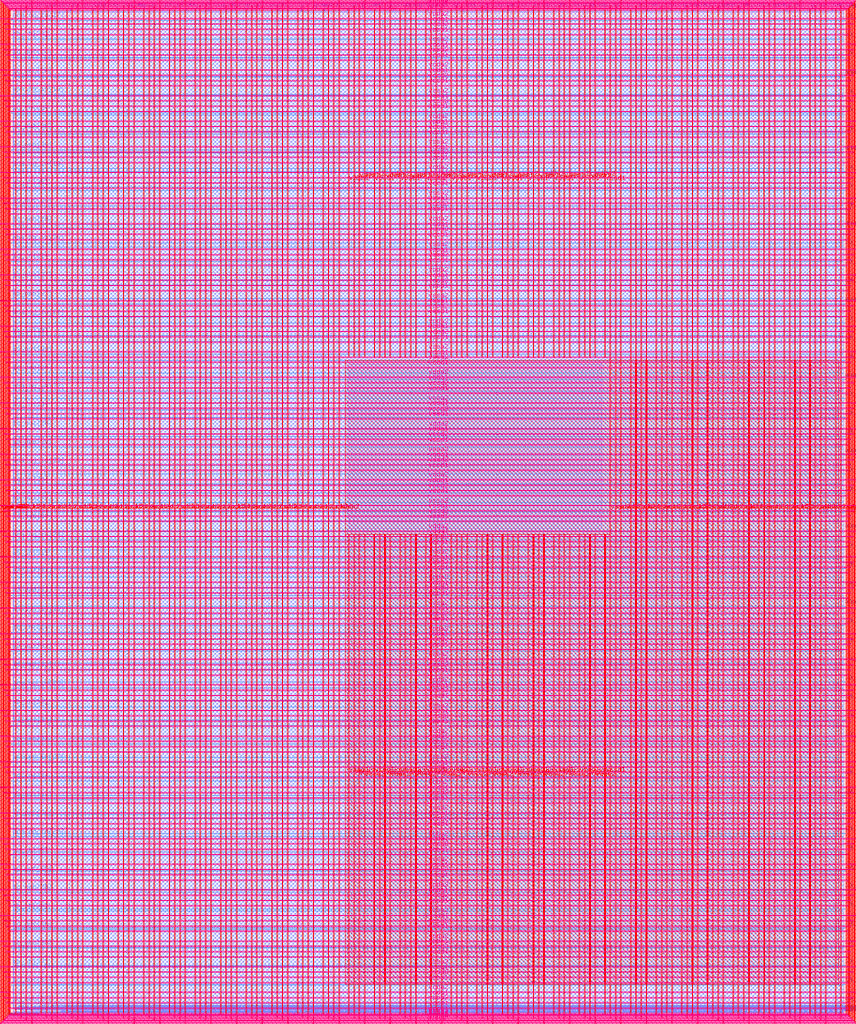
<source format=lef>
VERSION 5.7 ;
  NOWIREEXTENSIONATPIN ON ;
  DIVIDERCHAR "/" ;
  BUSBITCHARS "[]" ;
MACRO user_project_wrapper
  CLASS BLOCK ;
  FOREIGN user_project_wrapper ;
  ORIGIN 0.000 0.000 ;
  SIZE 2920.000 BY 3520.000 ;
  PIN analog_io[0]
    DIRECTION INOUT ;
    USE SIGNAL ;
    PORT
      LAYER met3 ;
        RECT 2917.600 1426.380 2924.800 1427.580 ;
    END
  END analog_io[0]
  PIN analog_io[10]
    DIRECTION INOUT ;
    USE SIGNAL ;
    PORT
      LAYER met2 ;
        RECT 2230.490 3517.600 2231.050 3524.800 ;
    END
  END analog_io[10]
  PIN analog_io[11]
    DIRECTION INOUT ;
    USE SIGNAL ;
    PORT
      LAYER met2 ;
        RECT 1905.730 3517.600 1906.290 3524.800 ;
    END
  END analog_io[11]
  PIN analog_io[12]
    DIRECTION INOUT ;
    USE SIGNAL ;
    PORT
      LAYER met2 ;
        RECT 1581.430 3517.600 1581.990 3524.800 ;
    END
  END analog_io[12]
  PIN analog_io[13]
    DIRECTION INOUT ;
    USE SIGNAL ;
    PORT
      LAYER met2 ;
        RECT 1257.130 3517.600 1257.690 3524.800 ;
    END
  END analog_io[13]
  PIN analog_io[14]
    DIRECTION INOUT ;
    USE SIGNAL ;
    PORT
      LAYER met2 ;
        RECT 932.370 3517.600 932.930 3524.800 ;
    END
  END analog_io[14]
  PIN analog_io[15]
    DIRECTION INOUT ;
    USE SIGNAL ;
    PORT
      LAYER met2 ;
        RECT 608.070 3517.600 608.630 3524.800 ;
    END
  END analog_io[15]
  PIN analog_io[16]
    DIRECTION INOUT ;
    USE SIGNAL ;
    PORT
      LAYER met2 ;
        RECT 283.770 3517.600 284.330 3524.800 ;
    END
  END analog_io[16]
  PIN analog_io[17]
    DIRECTION INOUT ;
    USE SIGNAL ;
    PORT
      LAYER met3 ;
        RECT -4.800 3486.100 2.400 3487.300 ;
    END
  END analog_io[17]
  PIN analog_io[18]
    DIRECTION INOUT ;
    USE SIGNAL ;
    PORT
      LAYER met3 ;
        RECT -4.800 3224.980 2.400 3226.180 ;
    END
  END analog_io[18]
  PIN analog_io[19]
    DIRECTION INOUT ;
    USE SIGNAL ;
    PORT
      LAYER met3 ;
        RECT -4.800 2964.540 2.400 2965.740 ;
    END
  END analog_io[19]
  PIN analog_io[1]
    DIRECTION INOUT ;
    USE SIGNAL ;
    PORT
      LAYER met3 ;
        RECT 2917.600 1692.260 2924.800 1693.460 ;
    END
  END analog_io[1]
  PIN analog_io[20]
    DIRECTION INOUT ;
    USE SIGNAL ;
    PORT
      LAYER met3 ;
        RECT -4.800 2703.420 2.400 2704.620 ;
    END
  END analog_io[20]
  PIN analog_io[21]
    DIRECTION INOUT ;
    USE SIGNAL ;
    PORT
      LAYER met3 ;
        RECT -4.800 2442.980 2.400 2444.180 ;
    END
  END analog_io[21]
  PIN analog_io[22]
    DIRECTION INOUT ;
    USE SIGNAL ;
    PORT
      LAYER met3 ;
        RECT -4.800 2182.540 2.400 2183.740 ;
    END
  END analog_io[22]
  PIN analog_io[23]
    DIRECTION INOUT ;
    USE SIGNAL ;
    PORT
      LAYER met3 ;
        RECT -4.800 1921.420 2.400 1922.620 ;
    END
  END analog_io[23]
  PIN analog_io[24]
    DIRECTION INOUT ;
    USE SIGNAL ;
    PORT
      LAYER met3 ;
        RECT -4.800 1660.980 2.400 1662.180 ;
    END
  END analog_io[24]
  PIN analog_io[25]
    DIRECTION INOUT ;
    USE SIGNAL ;
    PORT
      LAYER met3 ;
        RECT -4.800 1399.860 2.400 1401.060 ;
    END
  END analog_io[25]
  PIN analog_io[26]
    DIRECTION INOUT ;
    USE SIGNAL ;
    PORT
      LAYER met3 ;
        RECT -4.800 1139.420 2.400 1140.620 ;
    END
  END analog_io[26]
  PIN analog_io[27]
    DIRECTION INOUT ;
    USE SIGNAL ;
    PORT
      LAYER met3 ;
        RECT -4.800 878.980 2.400 880.180 ;
    END
  END analog_io[27]
  PIN analog_io[28]
    DIRECTION INOUT ;
    USE SIGNAL ;
    PORT
      LAYER met3 ;
        RECT -4.800 617.860 2.400 619.060 ;
    END
  END analog_io[28]
  PIN analog_io[2]
    DIRECTION INOUT ;
    USE SIGNAL ;
    PORT
      LAYER met3 ;
        RECT 2917.600 1958.140 2924.800 1959.340 ;
    END
  END analog_io[2]
  PIN analog_io[3]
    DIRECTION INOUT ;
    USE SIGNAL ;
    PORT
      LAYER met3 ;
        RECT 2917.600 2223.340 2924.800 2224.540 ;
    END
  END analog_io[3]
  PIN analog_io[4]
    DIRECTION INOUT ;
    USE SIGNAL ;
    PORT
      LAYER met3 ;
        RECT 2917.600 2489.220 2924.800 2490.420 ;
    END
  END analog_io[4]
  PIN analog_io[5]
    DIRECTION INOUT ;
    USE SIGNAL ;
    PORT
      LAYER met3 ;
        RECT 2917.600 2755.100 2924.800 2756.300 ;
    END
  END analog_io[5]
  PIN analog_io[6]
    DIRECTION INOUT ;
    USE SIGNAL ;
    PORT
      LAYER met3 ;
        RECT 2917.600 3020.300 2924.800 3021.500 ;
    END
  END analog_io[6]
  PIN analog_io[7]
    DIRECTION INOUT ;
    USE SIGNAL ;
    PORT
      LAYER met3 ;
        RECT 2917.600 3286.180 2924.800 3287.380 ;
    END
  END analog_io[7]
  PIN analog_io[8]
    DIRECTION INOUT ;
    USE SIGNAL ;
    PORT
      LAYER met2 ;
        RECT 2879.090 3517.600 2879.650 3524.800 ;
    END
  END analog_io[8]
  PIN analog_io[9]
    DIRECTION INOUT ;
    USE SIGNAL ;
    PORT
      LAYER met2 ;
        RECT 2554.790 3517.600 2555.350 3524.800 ;
    END
  END analog_io[9]
  PIN io_in[0]
    DIRECTION INPUT ;
    USE SIGNAL ;
    PORT
      LAYER met3 ;
        RECT 2917.600 32.380 2924.800 33.580 ;
    END
  END io_in[0]
  PIN io_in[10]
    DIRECTION INPUT ;
    USE SIGNAL ;
    PORT
      LAYER met3 ;
        RECT 2917.600 2289.980 2924.800 2291.180 ;
    END
  END io_in[10]
  PIN io_in[11]
    DIRECTION INPUT ;
    USE SIGNAL ;
    PORT
      LAYER met3 ;
        RECT 2917.600 2555.860 2924.800 2557.060 ;
    END
  END io_in[11]
  PIN io_in[12]
    DIRECTION INPUT ;
    USE SIGNAL ;
    PORT
      LAYER met3 ;
        RECT 2917.600 2821.060 2924.800 2822.260 ;
    END
  END io_in[12]
  PIN io_in[13]
    DIRECTION INPUT ;
    USE SIGNAL ;
    PORT
      LAYER met3 ;
        RECT 2917.600 3086.940 2924.800 3088.140 ;
    END
  END io_in[13]
  PIN io_in[14]
    DIRECTION INPUT ;
    USE SIGNAL ;
    PORT
      LAYER met3 ;
        RECT 2917.600 3352.820 2924.800 3354.020 ;
    END
  END io_in[14]
  PIN io_in[15]
    DIRECTION INPUT ;
    USE SIGNAL ;
    PORT
      LAYER met2 ;
        RECT 2798.130 3517.600 2798.690 3524.800 ;
    END
  END io_in[15]
  PIN io_in[16]
    DIRECTION INPUT ;
    USE SIGNAL ;
    PORT
      LAYER met2 ;
        RECT 2473.830 3517.600 2474.390 3524.800 ;
    END
  END io_in[16]
  PIN io_in[17]
    DIRECTION INPUT ;
    USE SIGNAL ;
    PORT
      LAYER met2 ;
        RECT 2149.070 3517.600 2149.630 3524.800 ;
    END
  END io_in[17]
  PIN io_in[18]
    DIRECTION INPUT ;
    USE SIGNAL ;
    PORT
      LAYER met2 ;
        RECT 1824.770 3517.600 1825.330 3524.800 ;
    END
  END io_in[18]
  PIN io_in[19]
    DIRECTION INPUT ;
    USE SIGNAL ;
    PORT
      LAYER met2 ;
        RECT 1500.470 3517.600 1501.030 3524.800 ;
    END
  END io_in[19]
  PIN io_in[1]
    DIRECTION INPUT ;
    USE SIGNAL ;
    PORT
      LAYER met3 ;
        RECT 2917.600 230.940 2924.800 232.140 ;
    END
  END io_in[1]
  PIN io_in[20]
    DIRECTION INPUT ;
    USE SIGNAL ;
    PORT
      LAYER met2 ;
        RECT 1175.710 3517.600 1176.270 3524.800 ;
    END
  END io_in[20]
  PIN io_in[21]
    DIRECTION INPUT ;
    USE SIGNAL ;
    PORT
      LAYER met2 ;
        RECT 851.410 3517.600 851.970 3524.800 ;
    END
  END io_in[21]
  PIN io_in[22]
    DIRECTION INPUT ;
    USE SIGNAL ;
    PORT
      LAYER met2 ;
        RECT 527.110 3517.600 527.670 3524.800 ;
    END
  END io_in[22]
  PIN io_in[23]
    DIRECTION INPUT ;
    USE SIGNAL ;
    PORT
      LAYER met2 ;
        RECT 202.350 3517.600 202.910 3524.800 ;
    END
  END io_in[23]
  PIN io_in[24]
    DIRECTION INPUT ;
    USE SIGNAL ;
    PORT
      LAYER met3 ;
        RECT -4.800 3420.820 2.400 3422.020 ;
    END
  END io_in[24]
  PIN io_in[25]
    DIRECTION INPUT ;
    USE SIGNAL ;
    PORT
      LAYER met3 ;
        RECT -4.800 3159.700 2.400 3160.900 ;
    END
  END io_in[25]
  PIN io_in[26]
    DIRECTION INPUT ;
    USE SIGNAL ;
    PORT
      LAYER met3 ;
        RECT -4.800 2899.260 2.400 2900.460 ;
    END
  END io_in[26]
  PIN io_in[27]
    DIRECTION INPUT ;
    USE SIGNAL ;
    PORT
      LAYER met3 ;
        RECT -4.800 2638.820 2.400 2640.020 ;
    END
  END io_in[27]
  PIN io_in[28]
    DIRECTION INPUT ;
    USE SIGNAL ;
    PORT
      LAYER met3 ;
        RECT -4.800 2377.700 2.400 2378.900 ;
    END
  END io_in[28]
  PIN io_in[29]
    DIRECTION INPUT ;
    USE SIGNAL ;
    PORT
      LAYER met3 ;
        RECT -4.800 2117.260 2.400 2118.460 ;
    END
  END io_in[29]
  PIN io_in[2]
    DIRECTION INPUT ;
    USE SIGNAL ;
    PORT
      LAYER met3 ;
        RECT 2917.600 430.180 2924.800 431.380 ;
    END
  END io_in[2]
  PIN io_in[30]
    DIRECTION INPUT ;
    USE SIGNAL ;
    PORT
      LAYER met3 ;
        RECT -4.800 1856.140 2.400 1857.340 ;
    END
  END io_in[30]
  PIN io_in[31]
    DIRECTION INPUT ;
    USE SIGNAL ;
    PORT
      LAYER met3 ;
        RECT -4.800 1595.700 2.400 1596.900 ;
    END
  END io_in[31]
  PIN io_in[32]
    DIRECTION INPUT ;
    USE SIGNAL ;
    PORT
      LAYER met3 ;
        RECT -4.800 1335.260 2.400 1336.460 ;
    END
  END io_in[32]
  PIN io_in[33]
    DIRECTION INPUT ;
    USE SIGNAL ;
    PORT
      LAYER met3 ;
        RECT -4.800 1074.140 2.400 1075.340 ;
    END
  END io_in[33]
  PIN io_in[34]
    DIRECTION INPUT ;
    USE SIGNAL ;
    PORT
      LAYER met3 ;
        RECT -4.800 813.700 2.400 814.900 ;
    END
  END io_in[34]
  PIN io_in[35]
    DIRECTION INPUT ;
    USE SIGNAL ;
    PORT
      LAYER met3 ;
        RECT -4.800 552.580 2.400 553.780 ;
    END
  END io_in[35]
  PIN io_in[36]
    DIRECTION INPUT ;
    USE SIGNAL ;
    PORT
      LAYER met3 ;
        RECT -4.800 357.420 2.400 358.620 ;
    END
  END io_in[36]
  PIN io_in[37]
    DIRECTION INPUT ;
    USE SIGNAL ;
    PORT
      LAYER met3 ;
        RECT -4.800 161.580 2.400 162.780 ;
    END
  END io_in[37]
  PIN io_in[3]
    DIRECTION INPUT ;
    USE SIGNAL ;
    PORT
      LAYER met3 ;
        RECT 2917.600 629.420 2924.800 630.620 ;
    END
  END io_in[3]
  PIN io_in[4]
    DIRECTION INPUT ;
    USE SIGNAL ;
    PORT
      LAYER met3 ;
        RECT 2917.600 828.660 2924.800 829.860 ;
    END
  END io_in[4]
  PIN io_in[5]
    DIRECTION INPUT ;
    USE SIGNAL ;
    PORT
      LAYER met3 ;
        RECT 2917.600 1027.900 2924.800 1029.100 ;
    END
  END io_in[5]
  PIN io_in[6]
    DIRECTION INPUT ;
    USE SIGNAL ;
    PORT
      LAYER met3 ;
        RECT 2917.600 1227.140 2924.800 1228.340 ;
    END
  END io_in[6]
  PIN io_in[7]
    DIRECTION INPUT ;
    USE SIGNAL ;
    PORT
      LAYER met3 ;
        RECT 2917.600 1493.020 2924.800 1494.220 ;
    END
  END io_in[7]
  PIN io_in[8]
    DIRECTION INPUT ;
    USE SIGNAL ;
    PORT
      LAYER met3 ;
        RECT 2917.600 1758.900 2924.800 1760.100 ;
    END
  END io_in[8]
  PIN io_in[9]
    DIRECTION INPUT ;
    USE SIGNAL ;
    PORT
      LAYER met3 ;
        RECT 2917.600 2024.100 2924.800 2025.300 ;
    END
  END io_in[9]
  PIN io_oeb[0]
    DIRECTION OUTPUT TRISTATE ;
    USE SIGNAL ;
    PORT
      LAYER met3 ;
        RECT 2917.600 164.980 2924.800 166.180 ;
    END
  END io_oeb[0]
  PIN io_oeb[10]
    DIRECTION OUTPUT TRISTATE ;
    USE SIGNAL ;
    PORT
      LAYER met3 ;
        RECT 2917.600 2422.580 2924.800 2423.780 ;
    END
  END io_oeb[10]
  PIN io_oeb[11]
    DIRECTION OUTPUT TRISTATE ;
    USE SIGNAL ;
    PORT
      LAYER met3 ;
        RECT 2917.600 2688.460 2924.800 2689.660 ;
    END
  END io_oeb[11]
  PIN io_oeb[12]
    DIRECTION OUTPUT TRISTATE ;
    USE SIGNAL ;
    PORT
      LAYER met3 ;
        RECT 2917.600 2954.340 2924.800 2955.540 ;
    END
  END io_oeb[12]
  PIN io_oeb[13]
    DIRECTION OUTPUT TRISTATE ;
    USE SIGNAL ;
    PORT
      LAYER met3 ;
        RECT 2917.600 3219.540 2924.800 3220.740 ;
    END
  END io_oeb[13]
  PIN io_oeb[14]
    DIRECTION OUTPUT TRISTATE ;
    USE SIGNAL ;
    PORT
      LAYER met3 ;
        RECT 2917.600 3485.420 2924.800 3486.620 ;
    END
  END io_oeb[14]
  PIN io_oeb[15]
    DIRECTION OUTPUT TRISTATE ;
    USE SIGNAL ;
    PORT
      LAYER met2 ;
        RECT 2635.750 3517.600 2636.310 3524.800 ;
    END
  END io_oeb[15]
  PIN io_oeb[16]
    DIRECTION OUTPUT TRISTATE ;
    USE SIGNAL ;
    PORT
      LAYER met2 ;
        RECT 2311.450 3517.600 2312.010 3524.800 ;
    END
  END io_oeb[16]
  PIN io_oeb[17]
    DIRECTION OUTPUT TRISTATE ;
    USE SIGNAL ;
    PORT
      LAYER met2 ;
        RECT 1987.150 3517.600 1987.710 3524.800 ;
    END
  END io_oeb[17]
  PIN io_oeb[18]
    DIRECTION OUTPUT TRISTATE ;
    USE SIGNAL ;
    PORT
      LAYER met2 ;
        RECT 1662.390 3517.600 1662.950 3524.800 ;
    END
  END io_oeb[18]
  PIN io_oeb[19]
    DIRECTION OUTPUT TRISTATE ;
    USE SIGNAL ;
    PORT
      LAYER met2 ;
        RECT 1338.090 3517.600 1338.650 3524.800 ;
    END
  END io_oeb[19]
  PIN io_oeb[1]
    DIRECTION OUTPUT TRISTATE ;
    USE SIGNAL ;
    PORT
      LAYER met3 ;
        RECT 2917.600 364.220 2924.800 365.420 ;
    END
  END io_oeb[1]
  PIN io_oeb[20]
    DIRECTION OUTPUT TRISTATE ;
    USE SIGNAL ;
    PORT
      LAYER met2 ;
        RECT 1013.790 3517.600 1014.350 3524.800 ;
    END
  END io_oeb[20]
  PIN io_oeb[21]
    DIRECTION OUTPUT TRISTATE ;
    USE SIGNAL ;
    PORT
      LAYER met2 ;
        RECT 689.030 3517.600 689.590 3524.800 ;
    END
  END io_oeb[21]
  PIN io_oeb[22]
    DIRECTION OUTPUT TRISTATE ;
    USE SIGNAL ;
    PORT
      LAYER met2 ;
        RECT 364.730 3517.600 365.290 3524.800 ;
    END
  END io_oeb[22]
  PIN io_oeb[23]
    DIRECTION OUTPUT TRISTATE ;
    USE SIGNAL ;
    PORT
      LAYER met2 ;
        RECT 40.430 3517.600 40.990 3524.800 ;
    END
  END io_oeb[23]
  PIN io_oeb[24]
    DIRECTION OUTPUT TRISTATE ;
    USE SIGNAL ;
    PORT
      LAYER met3 ;
        RECT -4.800 3290.260 2.400 3291.460 ;
    END
  END io_oeb[24]
  PIN io_oeb[25]
    DIRECTION OUTPUT TRISTATE ;
    USE SIGNAL ;
    PORT
      LAYER met3 ;
        RECT -4.800 3029.820 2.400 3031.020 ;
    END
  END io_oeb[25]
  PIN io_oeb[26]
    DIRECTION OUTPUT TRISTATE ;
    USE SIGNAL ;
    PORT
      LAYER met3 ;
        RECT -4.800 2768.700 2.400 2769.900 ;
    END
  END io_oeb[26]
  PIN io_oeb[27]
    DIRECTION OUTPUT TRISTATE ;
    USE SIGNAL ;
    PORT
      LAYER met3 ;
        RECT -4.800 2508.260 2.400 2509.460 ;
    END
  END io_oeb[27]
  PIN io_oeb[28]
    DIRECTION OUTPUT TRISTATE ;
    USE SIGNAL ;
    PORT
      LAYER met3 ;
        RECT -4.800 2247.140 2.400 2248.340 ;
    END
  END io_oeb[28]
  PIN io_oeb[29]
    DIRECTION OUTPUT TRISTATE ;
    USE SIGNAL ;
    PORT
      LAYER met3 ;
        RECT -4.800 1986.700 2.400 1987.900 ;
    END
  END io_oeb[29]
  PIN io_oeb[2]
    DIRECTION OUTPUT TRISTATE ;
    USE SIGNAL ;
    PORT
      LAYER met3 ;
        RECT 2917.600 563.460 2924.800 564.660 ;
    END
  END io_oeb[2]
  PIN io_oeb[30]
    DIRECTION OUTPUT TRISTATE ;
    USE SIGNAL ;
    PORT
      LAYER met3 ;
        RECT -4.800 1726.260 2.400 1727.460 ;
    END
  END io_oeb[30]
  PIN io_oeb[31]
    DIRECTION OUTPUT TRISTATE ;
    USE SIGNAL ;
    PORT
      LAYER met3 ;
        RECT -4.800 1465.140 2.400 1466.340 ;
    END
  END io_oeb[31]
  PIN io_oeb[32]
    DIRECTION OUTPUT TRISTATE ;
    USE SIGNAL ;
    PORT
      LAYER met3 ;
        RECT -4.800 1204.700 2.400 1205.900 ;
    END
  END io_oeb[32]
  PIN io_oeb[33]
    DIRECTION OUTPUT TRISTATE ;
    USE SIGNAL ;
    PORT
      LAYER met3 ;
        RECT -4.800 943.580 2.400 944.780 ;
    END
  END io_oeb[33]
  PIN io_oeb[34]
    DIRECTION OUTPUT TRISTATE ;
    USE SIGNAL ;
    PORT
      LAYER met3 ;
        RECT -4.800 683.140 2.400 684.340 ;
    END
  END io_oeb[34]
  PIN io_oeb[35]
    DIRECTION OUTPUT TRISTATE ;
    USE SIGNAL ;
    PORT
      LAYER met3 ;
        RECT -4.800 422.700 2.400 423.900 ;
    END
  END io_oeb[35]
  PIN io_oeb[36]
    DIRECTION OUTPUT TRISTATE ;
    USE SIGNAL ;
    PORT
      LAYER met3 ;
        RECT -4.800 226.860 2.400 228.060 ;
    END
  END io_oeb[36]
  PIN io_oeb[37]
    DIRECTION OUTPUT TRISTATE ;
    USE SIGNAL ;
    PORT
      LAYER met3 ;
        RECT -4.800 31.700 2.400 32.900 ;
    END
  END io_oeb[37]
  PIN io_oeb[3]
    DIRECTION OUTPUT TRISTATE ;
    USE SIGNAL ;
    PORT
      LAYER met3 ;
        RECT 2917.600 762.700 2924.800 763.900 ;
    END
  END io_oeb[3]
  PIN io_oeb[4]
    DIRECTION OUTPUT TRISTATE ;
    USE SIGNAL ;
    PORT
      LAYER met3 ;
        RECT 2917.600 961.940 2924.800 963.140 ;
    END
  END io_oeb[4]
  PIN io_oeb[5]
    DIRECTION OUTPUT TRISTATE ;
    USE SIGNAL ;
    PORT
      LAYER met3 ;
        RECT 2917.600 1161.180 2924.800 1162.380 ;
    END
  END io_oeb[5]
  PIN io_oeb[6]
    DIRECTION OUTPUT TRISTATE ;
    USE SIGNAL ;
    PORT
      LAYER met3 ;
        RECT 2917.600 1360.420 2924.800 1361.620 ;
    END
  END io_oeb[6]
  PIN io_oeb[7]
    DIRECTION OUTPUT TRISTATE ;
    USE SIGNAL ;
    PORT
      LAYER met3 ;
        RECT 2917.600 1625.620 2924.800 1626.820 ;
    END
  END io_oeb[7]
  PIN io_oeb[8]
    DIRECTION OUTPUT TRISTATE ;
    USE SIGNAL ;
    PORT
      LAYER met3 ;
        RECT 2917.600 1891.500 2924.800 1892.700 ;
    END
  END io_oeb[8]
  PIN io_oeb[9]
    DIRECTION OUTPUT TRISTATE ;
    USE SIGNAL ;
    PORT
      LAYER met3 ;
        RECT 2917.600 2157.380 2924.800 2158.580 ;
    END
  END io_oeb[9]
  PIN io_out[0]
    DIRECTION OUTPUT TRISTATE ;
    USE SIGNAL ;
    PORT
      LAYER met3 ;
        RECT 2917.600 98.340 2924.800 99.540 ;
    END
  END io_out[0]
  PIN io_out[10]
    DIRECTION OUTPUT TRISTATE ;
    USE SIGNAL ;
    PORT
      LAYER met3 ;
        RECT 2917.600 2356.620 2924.800 2357.820 ;
    END
  END io_out[10]
  PIN io_out[11]
    DIRECTION OUTPUT TRISTATE ;
    USE SIGNAL ;
    PORT
      LAYER met3 ;
        RECT 2917.600 2621.820 2924.800 2623.020 ;
    END
  END io_out[11]
  PIN io_out[12]
    DIRECTION OUTPUT TRISTATE ;
    USE SIGNAL ;
    PORT
      LAYER met3 ;
        RECT 2917.600 2887.700 2924.800 2888.900 ;
    END
  END io_out[12]
  PIN io_out[13]
    DIRECTION OUTPUT TRISTATE ;
    USE SIGNAL ;
    PORT
      LAYER met3 ;
        RECT 2917.600 3153.580 2924.800 3154.780 ;
    END
  END io_out[13]
  PIN io_out[14]
    DIRECTION OUTPUT TRISTATE ;
    USE SIGNAL ;
    PORT
      LAYER met3 ;
        RECT 2917.600 3418.780 2924.800 3419.980 ;
    END
  END io_out[14]
  PIN io_out[15]
    DIRECTION OUTPUT TRISTATE ;
    USE SIGNAL ;
    PORT
      LAYER met2 ;
        RECT 2717.170 3517.600 2717.730 3524.800 ;
    END
  END io_out[15]
  PIN io_out[16]
    DIRECTION OUTPUT TRISTATE ;
    USE SIGNAL ;
    PORT
      LAYER met2 ;
        RECT 2392.410 3517.600 2392.970 3524.800 ;
    END
  END io_out[16]
  PIN io_out[17]
    DIRECTION OUTPUT TRISTATE ;
    USE SIGNAL ;
    PORT
      LAYER met2 ;
        RECT 2068.110 3517.600 2068.670 3524.800 ;
    END
  END io_out[17]
  PIN io_out[18]
    DIRECTION OUTPUT TRISTATE ;
    USE SIGNAL ;
    PORT
      LAYER met2 ;
        RECT 1743.810 3517.600 1744.370 3524.800 ;
    END
  END io_out[18]
  PIN io_out[19]
    DIRECTION OUTPUT TRISTATE ;
    USE SIGNAL ;
    PORT
      LAYER met2 ;
        RECT 1419.050 3517.600 1419.610 3524.800 ;
    END
  END io_out[19]
  PIN io_out[1]
    DIRECTION OUTPUT TRISTATE ;
    USE SIGNAL ;
    PORT
      LAYER met3 ;
        RECT 2917.600 297.580 2924.800 298.780 ;
    END
  END io_out[1]
  PIN io_out[20]
    DIRECTION OUTPUT TRISTATE ;
    USE SIGNAL ;
    PORT
      LAYER met2 ;
        RECT 1094.750 3517.600 1095.310 3524.800 ;
    END
  END io_out[20]
  PIN io_out[21]
    DIRECTION OUTPUT TRISTATE ;
    USE SIGNAL ;
    PORT
      LAYER met2 ;
        RECT 770.450 3517.600 771.010 3524.800 ;
    END
  END io_out[21]
  PIN io_out[22]
    DIRECTION OUTPUT TRISTATE ;
    USE SIGNAL ;
    PORT
      LAYER met2 ;
        RECT 445.690 3517.600 446.250 3524.800 ;
    END
  END io_out[22]
  PIN io_out[23]
    DIRECTION OUTPUT TRISTATE ;
    USE SIGNAL ;
    PORT
      LAYER met2 ;
        RECT 121.390 3517.600 121.950 3524.800 ;
    END
  END io_out[23]
  PIN io_out[24]
    DIRECTION OUTPUT TRISTATE ;
    USE SIGNAL ;
    PORT
      LAYER met3 ;
        RECT -4.800 3355.540 2.400 3356.740 ;
    END
  END io_out[24]
  PIN io_out[25]
    DIRECTION OUTPUT TRISTATE ;
    USE SIGNAL ;
    PORT
      LAYER met3 ;
        RECT -4.800 3095.100 2.400 3096.300 ;
    END
  END io_out[25]
  PIN io_out[26]
    DIRECTION OUTPUT TRISTATE ;
    USE SIGNAL ;
    PORT
      LAYER met3 ;
        RECT -4.800 2833.980 2.400 2835.180 ;
    END
  END io_out[26]
  PIN io_out[27]
    DIRECTION OUTPUT TRISTATE ;
    USE SIGNAL ;
    PORT
      LAYER met3 ;
        RECT -4.800 2573.540 2.400 2574.740 ;
    END
  END io_out[27]
  PIN io_out[28]
    DIRECTION OUTPUT TRISTATE ;
    USE SIGNAL ;
    PORT
      LAYER met3 ;
        RECT -4.800 2312.420 2.400 2313.620 ;
    END
  END io_out[28]
  PIN io_out[29]
    DIRECTION OUTPUT TRISTATE ;
    USE SIGNAL ;
    PORT
      LAYER met3 ;
        RECT -4.800 2051.980 2.400 2053.180 ;
    END
  END io_out[29]
  PIN io_out[2]
    DIRECTION OUTPUT TRISTATE ;
    USE SIGNAL ;
    PORT
      LAYER met3 ;
        RECT 2917.600 496.820 2924.800 498.020 ;
    END
  END io_out[2]
  PIN io_out[30]
    DIRECTION OUTPUT TRISTATE ;
    USE SIGNAL ;
    PORT
      LAYER met3 ;
        RECT -4.800 1791.540 2.400 1792.740 ;
    END
  END io_out[30]
  PIN io_out[31]
    DIRECTION OUTPUT TRISTATE ;
    USE SIGNAL ;
    PORT
      LAYER met3 ;
        RECT -4.800 1530.420 2.400 1531.620 ;
    END
  END io_out[31]
  PIN io_out[32]
    DIRECTION OUTPUT TRISTATE ;
    USE SIGNAL ;
    PORT
      LAYER met3 ;
        RECT -4.800 1269.980 2.400 1271.180 ;
    END
  END io_out[32]
  PIN io_out[33]
    DIRECTION OUTPUT TRISTATE ;
    USE SIGNAL ;
    PORT
      LAYER met3 ;
        RECT -4.800 1008.860 2.400 1010.060 ;
    END
  END io_out[33]
  PIN io_out[34]
    DIRECTION OUTPUT TRISTATE ;
    USE SIGNAL ;
    PORT
      LAYER met3 ;
        RECT -4.800 748.420 2.400 749.620 ;
    END
  END io_out[34]
  PIN io_out[35]
    DIRECTION OUTPUT TRISTATE ;
    USE SIGNAL ;
    PORT
      LAYER met3 ;
        RECT -4.800 487.300 2.400 488.500 ;
    END
  END io_out[35]
  PIN io_out[36]
    DIRECTION OUTPUT TRISTATE ;
    USE SIGNAL ;
    PORT
      LAYER met3 ;
        RECT -4.800 292.140 2.400 293.340 ;
    END
  END io_out[36]
  PIN io_out[37]
    DIRECTION OUTPUT TRISTATE ;
    USE SIGNAL ;
    PORT
      LAYER met3 ;
        RECT -4.800 96.300 2.400 97.500 ;
    END
  END io_out[37]
  PIN io_out[3]
    DIRECTION OUTPUT TRISTATE ;
    USE SIGNAL ;
    PORT
      LAYER met3 ;
        RECT 2917.600 696.060 2924.800 697.260 ;
    END
  END io_out[3]
  PIN io_out[4]
    DIRECTION OUTPUT TRISTATE ;
    USE SIGNAL ;
    PORT
      LAYER met3 ;
        RECT 2917.600 895.300 2924.800 896.500 ;
    END
  END io_out[4]
  PIN io_out[5]
    DIRECTION OUTPUT TRISTATE ;
    USE SIGNAL ;
    PORT
      LAYER met3 ;
        RECT 2917.600 1094.540 2924.800 1095.740 ;
    END
  END io_out[5]
  PIN io_out[6]
    DIRECTION OUTPUT TRISTATE ;
    USE SIGNAL ;
    PORT
      LAYER met3 ;
        RECT 2917.600 1293.780 2924.800 1294.980 ;
    END
  END io_out[6]
  PIN io_out[7]
    DIRECTION OUTPUT TRISTATE ;
    USE SIGNAL ;
    PORT
      LAYER met3 ;
        RECT 2917.600 1559.660 2924.800 1560.860 ;
    END
  END io_out[7]
  PIN io_out[8]
    DIRECTION OUTPUT TRISTATE ;
    USE SIGNAL ;
    PORT
      LAYER met3 ;
        RECT 2917.600 1824.860 2924.800 1826.060 ;
    END
  END io_out[8]
  PIN io_out[9]
    DIRECTION OUTPUT TRISTATE ;
    USE SIGNAL ;
    PORT
      LAYER met3 ;
        RECT 2917.600 2090.740 2924.800 2091.940 ;
    END
  END io_out[9]
  PIN la_data_in[0]
    DIRECTION INPUT ;
    USE SIGNAL ;
    PORT
      LAYER met2 ;
        RECT 629.230 -4.800 629.790 2.400 ;
    END
  END la_data_in[0]
  PIN la_data_in[100]
    DIRECTION INPUT ;
    USE SIGNAL ;
    PORT
      LAYER met2 ;
        RECT 2402.530 -4.800 2403.090 2.400 ;
    END
  END la_data_in[100]
  PIN la_data_in[101]
    DIRECTION INPUT ;
    USE SIGNAL ;
    PORT
      LAYER met2 ;
        RECT 2420.010 -4.800 2420.570 2.400 ;
    END
  END la_data_in[101]
  PIN la_data_in[102]
    DIRECTION INPUT ;
    USE SIGNAL ;
    PORT
      LAYER met2 ;
        RECT 2437.950 -4.800 2438.510 2.400 ;
    END
  END la_data_in[102]
  PIN la_data_in[103]
    DIRECTION INPUT ;
    USE SIGNAL ;
    PORT
      LAYER met2 ;
        RECT 2455.430 -4.800 2455.990 2.400 ;
    END
  END la_data_in[103]
  PIN la_data_in[104]
    DIRECTION INPUT ;
    USE SIGNAL ;
    PORT
      LAYER met2 ;
        RECT 2473.370 -4.800 2473.930 2.400 ;
    END
  END la_data_in[104]
  PIN la_data_in[105]
    DIRECTION INPUT ;
    USE SIGNAL ;
    PORT
      LAYER met2 ;
        RECT 2490.850 -4.800 2491.410 2.400 ;
    END
  END la_data_in[105]
  PIN la_data_in[106]
    DIRECTION INPUT ;
    USE SIGNAL ;
    PORT
      LAYER met2 ;
        RECT 2508.790 -4.800 2509.350 2.400 ;
    END
  END la_data_in[106]
  PIN la_data_in[107]
    DIRECTION INPUT ;
    USE SIGNAL ;
    PORT
      LAYER met2 ;
        RECT 2526.730 -4.800 2527.290 2.400 ;
    END
  END la_data_in[107]
  PIN la_data_in[108]
    DIRECTION INPUT ;
    USE SIGNAL ;
    PORT
      LAYER met2 ;
        RECT 2544.210 -4.800 2544.770 2.400 ;
    END
  END la_data_in[108]
  PIN la_data_in[109]
    DIRECTION INPUT ;
    USE SIGNAL ;
    PORT
      LAYER met2 ;
        RECT 2562.150 -4.800 2562.710 2.400 ;
    END
  END la_data_in[109]
  PIN la_data_in[10]
    DIRECTION INPUT ;
    USE SIGNAL ;
    PORT
      LAYER met2 ;
        RECT 806.330 -4.800 806.890 2.400 ;
    END
  END la_data_in[10]
  PIN la_data_in[110]
    DIRECTION INPUT ;
    USE SIGNAL ;
    PORT
      LAYER met2 ;
        RECT 2579.630 -4.800 2580.190 2.400 ;
    END
  END la_data_in[110]
  PIN la_data_in[111]
    DIRECTION INPUT ;
    USE SIGNAL ;
    PORT
      LAYER met2 ;
        RECT 2597.570 -4.800 2598.130 2.400 ;
    END
  END la_data_in[111]
  PIN la_data_in[112]
    DIRECTION INPUT ;
    USE SIGNAL ;
    PORT
      LAYER met2 ;
        RECT 2615.050 -4.800 2615.610 2.400 ;
    END
  END la_data_in[112]
  PIN la_data_in[113]
    DIRECTION INPUT ;
    USE SIGNAL ;
    PORT
      LAYER met2 ;
        RECT 2632.990 -4.800 2633.550 2.400 ;
    END
  END la_data_in[113]
  PIN la_data_in[114]
    DIRECTION INPUT ;
    USE SIGNAL ;
    PORT
      LAYER met2 ;
        RECT 2650.470 -4.800 2651.030 2.400 ;
    END
  END la_data_in[114]
  PIN la_data_in[115]
    DIRECTION INPUT ;
    USE SIGNAL ;
    PORT
      LAYER met2 ;
        RECT 2668.410 -4.800 2668.970 2.400 ;
    END
  END la_data_in[115]
  PIN la_data_in[116]
    DIRECTION INPUT ;
    USE SIGNAL ;
    PORT
      LAYER met2 ;
        RECT 2685.890 -4.800 2686.450 2.400 ;
    END
  END la_data_in[116]
  PIN la_data_in[117]
    DIRECTION INPUT ;
    USE SIGNAL ;
    PORT
      LAYER met2 ;
        RECT 2703.830 -4.800 2704.390 2.400 ;
    END
  END la_data_in[117]
  PIN la_data_in[118]
    DIRECTION INPUT ;
    USE SIGNAL ;
    PORT
      LAYER met2 ;
        RECT 2721.770 -4.800 2722.330 2.400 ;
    END
  END la_data_in[118]
  PIN la_data_in[119]
    DIRECTION INPUT ;
    USE SIGNAL ;
    PORT
      LAYER met2 ;
        RECT 2739.250 -4.800 2739.810 2.400 ;
    END
  END la_data_in[119]
  PIN la_data_in[11]
    DIRECTION INPUT ;
    USE SIGNAL ;
    PORT
      LAYER met2 ;
        RECT 824.270 -4.800 824.830 2.400 ;
    END
  END la_data_in[11]
  PIN la_data_in[120]
    DIRECTION INPUT ;
    USE SIGNAL ;
    PORT
      LAYER met2 ;
        RECT 2757.190 -4.800 2757.750 2.400 ;
    END
  END la_data_in[120]
  PIN la_data_in[121]
    DIRECTION INPUT ;
    USE SIGNAL ;
    PORT
      LAYER met2 ;
        RECT 2774.670 -4.800 2775.230 2.400 ;
    END
  END la_data_in[121]
  PIN la_data_in[122]
    DIRECTION INPUT ;
    USE SIGNAL ;
    PORT
      LAYER met2 ;
        RECT 2792.610 -4.800 2793.170 2.400 ;
    END
  END la_data_in[122]
  PIN la_data_in[123]
    DIRECTION INPUT ;
    USE SIGNAL ;
    PORT
      LAYER met2 ;
        RECT 2810.090 -4.800 2810.650 2.400 ;
    END
  END la_data_in[123]
  PIN la_data_in[124]
    DIRECTION INPUT ;
    USE SIGNAL ;
    PORT
      LAYER met2 ;
        RECT 2828.030 -4.800 2828.590 2.400 ;
    END
  END la_data_in[124]
  PIN la_data_in[125]
    DIRECTION INPUT ;
    USE SIGNAL ;
    PORT
      LAYER met2 ;
        RECT 2845.510 -4.800 2846.070 2.400 ;
    END
  END la_data_in[125]
  PIN la_data_in[126]
    DIRECTION INPUT ;
    USE SIGNAL ;
    PORT
      LAYER met2 ;
        RECT 2863.450 -4.800 2864.010 2.400 ;
    END
  END la_data_in[126]
  PIN la_data_in[127]
    DIRECTION INPUT ;
    USE SIGNAL ;
    PORT
      LAYER met2 ;
        RECT 2881.390 -4.800 2881.950 2.400 ;
    END
  END la_data_in[127]
  PIN la_data_in[12]
    DIRECTION INPUT ;
    USE SIGNAL ;
    PORT
      LAYER met2 ;
        RECT 841.750 -4.800 842.310 2.400 ;
    END
  END la_data_in[12]
  PIN la_data_in[13]
    DIRECTION INPUT ;
    USE SIGNAL ;
    PORT
      LAYER met2 ;
        RECT 859.690 -4.800 860.250 2.400 ;
    END
  END la_data_in[13]
  PIN la_data_in[14]
    DIRECTION INPUT ;
    USE SIGNAL ;
    PORT
      LAYER met2 ;
        RECT 877.170 -4.800 877.730 2.400 ;
    END
  END la_data_in[14]
  PIN la_data_in[15]
    DIRECTION INPUT ;
    USE SIGNAL ;
    PORT
      LAYER met2 ;
        RECT 895.110 -4.800 895.670 2.400 ;
    END
  END la_data_in[15]
  PIN la_data_in[16]
    DIRECTION INPUT ;
    USE SIGNAL ;
    PORT
      LAYER met2 ;
        RECT 912.590 -4.800 913.150 2.400 ;
    END
  END la_data_in[16]
  PIN la_data_in[17]
    DIRECTION INPUT ;
    USE SIGNAL ;
    PORT
      LAYER met2 ;
        RECT 930.530 -4.800 931.090 2.400 ;
    END
  END la_data_in[17]
  PIN la_data_in[18]
    DIRECTION INPUT ;
    USE SIGNAL ;
    PORT
      LAYER met2 ;
        RECT 948.470 -4.800 949.030 2.400 ;
    END
  END la_data_in[18]
  PIN la_data_in[19]
    DIRECTION INPUT ;
    USE SIGNAL ;
    PORT
      LAYER met2 ;
        RECT 965.950 -4.800 966.510 2.400 ;
    END
  END la_data_in[19]
  PIN la_data_in[1]
    DIRECTION INPUT ;
    USE SIGNAL ;
    PORT
      LAYER met2 ;
        RECT 646.710 -4.800 647.270 2.400 ;
    END
  END la_data_in[1]
  PIN la_data_in[20]
    DIRECTION INPUT ;
    USE SIGNAL ;
    PORT
      LAYER met2 ;
        RECT 983.890 -4.800 984.450 2.400 ;
    END
  END la_data_in[20]
  PIN la_data_in[21]
    DIRECTION INPUT ;
    USE SIGNAL ;
    PORT
      LAYER met2 ;
        RECT 1001.370 -4.800 1001.930 2.400 ;
    END
  END la_data_in[21]
  PIN la_data_in[22]
    DIRECTION INPUT ;
    USE SIGNAL ;
    PORT
      LAYER met2 ;
        RECT 1019.310 -4.800 1019.870 2.400 ;
    END
  END la_data_in[22]
  PIN la_data_in[23]
    DIRECTION INPUT ;
    USE SIGNAL ;
    PORT
      LAYER met2 ;
        RECT 1036.790 -4.800 1037.350 2.400 ;
    END
  END la_data_in[23]
  PIN la_data_in[24]
    DIRECTION INPUT ;
    USE SIGNAL ;
    PORT
      LAYER met2 ;
        RECT 1054.730 -4.800 1055.290 2.400 ;
    END
  END la_data_in[24]
  PIN la_data_in[25]
    DIRECTION INPUT ;
    USE SIGNAL ;
    PORT
      LAYER met2 ;
        RECT 1072.210 -4.800 1072.770 2.400 ;
    END
  END la_data_in[25]
  PIN la_data_in[26]
    DIRECTION INPUT ;
    USE SIGNAL ;
    PORT
      LAYER met2 ;
        RECT 1090.150 -4.800 1090.710 2.400 ;
    END
  END la_data_in[26]
  PIN la_data_in[27]
    DIRECTION INPUT ;
    USE SIGNAL ;
    PORT
      LAYER met2 ;
        RECT 1107.630 -4.800 1108.190 2.400 ;
    END
  END la_data_in[27]
  PIN la_data_in[28]
    DIRECTION INPUT ;
    USE SIGNAL ;
    PORT
      LAYER met2 ;
        RECT 1125.570 -4.800 1126.130 2.400 ;
    END
  END la_data_in[28]
  PIN la_data_in[29]
    DIRECTION INPUT ;
    USE SIGNAL ;
    PORT
      LAYER met2 ;
        RECT 1143.510 -4.800 1144.070 2.400 ;
    END
  END la_data_in[29]
  PIN la_data_in[2]
    DIRECTION INPUT ;
    USE SIGNAL ;
    PORT
      LAYER met2 ;
        RECT 664.650 -4.800 665.210 2.400 ;
    END
  END la_data_in[2]
  PIN la_data_in[30]
    DIRECTION INPUT ;
    USE SIGNAL ;
    PORT
      LAYER met2 ;
        RECT 1160.990 -4.800 1161.550 2.400 ;
    END
  END la_data_in[30]
  PIN la_data_in[31]
    DIRECTION INPUT ;
    USE SIGNAL ;
    PORT
      LAYER met2 ;
        RECT 1178.930 -4.800 1179.490 2.400 ;
    END
  END la_data_in[31]
  PIN la_data_in[32]
    DIRECTION INPUT ;
    USE SIGNAL ;
    PORT
      LAYER met2 ;
        RECT 1196.410 -4.800 1196.970 2.400 ;
    END
  END la_data_in[32]
  PIN la_data_in[33]
    DIRECTION INPUT ;
    USE SIGNAL ;
    PORT
      LAYER met2 ;
        RECT 1214.350 -4.800 1214.910 2.400 ;
    END
  END la_data_in[33]
  PIN la_data_in[34]
    DIRECTION INPUT ;
    USE SIGNAL ;
    PORT
      LAYER met2 ;
        RECT 1231.830 -4.800 1232.390 2.400 ;
    END
  END la_data_in[34]
  PIN la_data_in[35]
    DIRECTION INPUT ;
    USE SIGNAL ;
    PORT
      LAYER met2 ;
        RECT 1249.770 -4.800 1250.330 2.400 ;
    END
  END la_data_in[35]
  PIN la_data_in[36]
    DIRECTION INPUT ;
    USE SIGNAL ;
    PORT
      LAYER met2 ;
        RECT 1267.250 -4.800 1267.810 2.400 ;
    END
  END la_data_in[36]
  PIN la_data_in[37]
    DIRECTION INPUT ;
    USE SIGNAL ;
    PORT
      LAYER met2 ;
        RECT 1285.190 -4.800 1285.750 2.400 ;
    END
  END la_data_in[37]
  PIN la_data_in[38]
    DIRECTION INPUT ;
    USE SIGNAL ;
    PORT
      LAYER met2 ;
        RECT 1303.130 -4.800 1303.690 2.400 ;
    END
  END la_data_in[38]
  PIN la_data_in[39]
    DIRECTION INPUT ;
    USE SIGNAL ;
    PORT
      LAYER met2 ;
        RECT 1320.610 -4.800 1321.170 2.400 ;
    END
  END la_data_in[39]
  PIN la_data_in[3]
    DIRECTION INPUT ;
    USE SIGNAL ;
    PORT
      LAYER met2 ;
        RECT 682.130 -4.800 682.690 2.400 ;
    END
  END la_data_in[3]
  PIN la_data_in[40]
    DIRECTION INPUT ;
    USE SIGNAL ;
    PORT
      LAYER met2 ;
        RECT 1338.550 -4.800 1339.110 2.400 ;
    END
  END la_data_in[40]
  PIN la_data_in[41]
    DIRECTION INPUT ;
    USE SIGNAL ;
    PORT
      LAYER met2 ;
        RECT 1356.030 -4.800 1356.590 2.400 ;
    END
  END la_data_in[41]
  PIN la_data_in[42]
    DIRECTION INPUT ;
    USE SIGNAL ;
    PORT
      LAYER met2 ;
        RECT 1373.970 -4.800 1374.530 2.400 ;
    END
  END la_data_in[42]
  PIN la_data_in[43]
    DIRECTION INPUT ;
    USE SIGNAL ;
    PORT
      LAYER met2 ;
        RECT 1391.450 -4.800 1392.010 2.400 ;
    END
  END la_data_in[43]
  PIN la_data_in[44]
    DIRECTION INPUT ;
    USE SIGNAL ;
    PORT
      LAYER met2 ;
        RECT 1409.390 -4.800 1409.950 2.400 ;
    END
  END la_data_in[44]
  PIN la_data_in[45]
    DIRECTION INPUT ;
    USE SIGNAL ;
    PORT
      LAYER met2 ;
        RECT 1426.870 -4.800 1427.430 2.400 ;
    END
  END la_data_in[45]
  PIN la_data_in[46]
    DIRECTION INPUT ;
    USE SIGNAL ;
    PORT
      LAYER met2 ;
        RECT 1444.810 -4.800 1445.370 2.400 ;
    END
  END la_data_in[46]
  PIN la_data_in[47]
    DIRECTION INPUT ;
    USE SIGNAL ;
    PORT
      LAYER met2 ;
        RECT 1462.750 -4.800 1463.310 2.400 ;
    END
  END la_data_in[47]
  PIN la_data_in[48]
    DIRECTION INPUT ;
    USE SIGNAL ;
    PORT
      LAYER met2 ;
        RECT 1480.230 -4.800 1480.790 2.400 ;
    END
  END la_data_in[48]
  PIN la_data_in[49]
    DIRECTION INPUT ;
    USE SIGNAL ;
    PORT
      LAYER met2 ;
        RECT 1498.170 -4.800 1498.730 2.400 ;
    END
  END la_data_in[49]
  PIN la_data_in[4]
    DIRECTION INPUT ;
    USE SIGNAL ;
    PORT
      LAYER met2 ;
        RECT 700.070 -4.800 700.630 2.400 ;
    END
  END la_data_in[4]
  PIN la_data_in[50]
    DIRECTION INPUT ;
    USE SIGNAL ;
    PORT
      LAYER met2 ;
        RECT 1515.650 -4.800 1516.210 2.400 ;
    END
  END la_data_in[50]
  PIN la_data_in[51]
    DIRECTION INPUT ;
    USE SIGNAL ;
    PORT
      LAYER met2 ;
        RECT 1533.590 -4.800 1534.150 2.400 ;
    END
  END la_data_in[51]
  PIN la_data_in[52]
    DIRECTION INPUT ;
    USE SIGNAL ;
    PORT
      LAYER met2 ;
        RECT 1551.070 -4.800 1551.630 2.400 ;
    END
  END la_data_in[52]
  PIN la_data_in[53]
    DIRECTION INPUT ;
    USE SIGNAL ;
    PORT
      LAYER met2 ;
        RECT 1569.010 -4.800 1569.570 2.400 ;
    END
  END la_data_in[53]
  PIN la_data_in[54]
    DIRECTION INPUT ;
    USE SIGNAL ;
    PORT
      LAYER met2 ;
        RECT 1586.490 -4.800 1587.050 2.400 ;
    END
  END la_data_in[54]
  PIN la_data_in[55]
    DIRECTION INPUT ;
    USE SIGNAL ;
    PORT
      LAYER met2 ;
        RECT 1604.430 -4.800 1604.990 2.400 ;
    END
  END la_data_in[55]
  PIN la_data_in[56]
    DIRECTION INPUT ;
    USE SIGNAL ;
    PORT
      LAYER met2 ;
        RECT 1621.910 -4.800 1622.470 2.400 ;
    END
  END la_data_in[56]
  PIN la_data_in[57]
    DIRECTION INPUT ;
    USE SIGNAL ;
    PORT
      LAYER met2 ;
        RECT 1639.850 -4.800 1640.410 2.400 ;
    END
  END la_data_in[57]
  PIN la_data_in[58]
    DIRECTION INPUT ;
    USE SIGNAL ;
    PORT
      LAYER met2 ;
        RECT 1657.790 -4.800 1658.350 2.400 ;
    END
  END la_data_in[58]
  PIN la_data_in[59]
    DIRECTION INPUT ;
    USE SIGNAL ;
    PORT
      LAYER met2 ;
        RECT 1675.270 -4.800 1675.830 2.400 ;
    END
  END la_data_in[59]
  PIN la_data_in[5]
    DIRECTION INPUT ;
    USE SIGNAL ;
    PORT
      LAYER met2 ;
        RECT 717.550 -4.800 718.110 2.400 ;
    END
  END la_data_in[5]
  PIN la_data_in[60]
    DIRECTION INPUT ;
    USE SIGNAL ;
    PORT
      LAYER met2 ;
        RECT 1693.210 -4.800 1693.770 2.400 ;
    END
  END la_data_in[60]
  PIN la_data_in[61]
    DIRECTION INPUT ;
    USE SIGNAL ;
    PORT
      LAYER met2 ;
        RECT 1710.690 -4.800 1711.250 2.400 ;
    END
  END la_data_in[61]
  PIN la_data_in[62]
    DIRECTION INPUT ;
    USE SIGNAL ;
    PORT
      LAYER met2 ;
        RECT 1728.630 -4.800 1729.190 2.400 ;
    END
  END la_data_in[62]
  PIN la_data_in[63]
    DIRECTION INPUT ;
    USE SIGNAL ;
    PORT
      LAYER met2 ;
        RECT 1746.110 -4.800 1746.670 2.400 ;
    END
  END la_data_in[63]
  PIN la_data_in[64]
    DIRECTION INPUT ;
    USE SIGNAL ;
    PORT
      LAYER met2 ;
        RECT 1764.050 -4.800 1764.610 2.400 ;
    END
  END la_data_in[64]
  PIN la_data_in[65]
    DIRECTION INPUT ;
    USE SIGNAL ;
    PORT
      LAYER met2 ;
        RECT 1781.530 -4.800 1782.090 2.400 ;
    END
  END la_data_in[65]
  PIN la_data_in[66]
    DIRECTION INPUT ;
    USE SIGNAL ;
    PORT
      LAYER met2 ;
        RECT 1799.470 -4.800 1800.030 2.400 ;
    END
  END la_data_in[66]
  PIN la_data_in[67]
    DIRECTION INPUT ;
    USE SIGNAL ;
    PORT
      LAYER met2 ;
        RECT 1817.410 -4.800 1817.970 2.400 ;
    END
  END la_data_in[67]
  PIN la_data_in[68]
    DIRECTION INPUT ;
    USE SIGNAL ;
    PORT
      LAYER met2 ;
        RECT 1834.890 -4.800 1835.450 2.400 ;
    END
  END la_data_in[68]
  PIN la_data_in[69]
    DIRECTION INPUT ;
    USE SIGNAL ;
    PORT
      LAYER met2 ;
        RECT 1852.830 -4.800 1853.390 2.400 ;
    END
  END la_data_in[69]
  PIN la_data_in[6]
    DIRECTION INPUT ;
    USE SIGNAL ;
    PORT
      LAYER met2 ;
        RECT 735.490 -4.800 736.050 2.400 ;
    END
  END la_data_in[6]
  PIN la_data_in[70]
    DIRECTION INPUT ;
    USE SIGNAL ;
    PORT
      LAYER met2 ;
        RECT 1870.310 -4.800 1870.870 2.400 ;
    END
  END la_data_in[70]
  PIN la_data_in[71]
    DIRECTION INPUT ;
    USE SIGNAL ;
    PORT
      LAYER met2 ;
        RECT 1888.250 -4.800 1888.810 2.400 ;
    END
  END la_data_in[71]
  PIN la_data_in[72]
    DIRECTION INPUT ;
    USE SIGNAL ;
    PORT
      LAYER met2 ;
        RECT 1905.730 -4.800 1906.290 2.400 ;
    END
  END la_data_in[72]
  PIN la_data_in[73]
    DIRECTION INPUT ;
    USE SIGNAL ;
    PORT
      LAYER met2 ;
        RECT 1923.670 -4.800 1924.230 2.400 ;
    END
  END la_data_in[73]
  PIN la_data_in[74]
    DIRECTION INPUT ;
    USE SIGNAL ;
    PORT
      LAYER met2 ;
        RECT 1941.150 -4.800 1941.710 2.400 ;
    END
  END la_data_in[74]
  PIN la_data_in[75]
    DIRECTION INPUT ;
    USE SIGNAL ;
    PORT
      LAYER met2 ;
        RECT 1959.090 -4.800 1959.650 2.400 ;
    END
  END la_data_in[75]
  PIN la_data_in[76]
    DIRECTION INPUT ;
    USE SIGNAL ;
    PORT
      LAYER met2 ;
        RECT 1976.570 -4.800 1977.130 2.400 ;
    END
  END la_data_in[76]
  PIN la_data_in[77]
    DIRECTION INPUT ;
    USE SIGNAL ;
    PORT
      LAYER met2 ;
        RECT 1994.510 -4.800 1995.070 2.400 ;
    END
  END la_data_in[77]
  PIN la_data_in[78]
    DIRECTION INPUT ;
    USE SIGNAL ;
    PORT
      LAYER met2 ;
        RECT 2012.450 -4.800 2013.010 2.400 ;
    END
  END la_data_in[78]
  PIN la_data_in[79]
    DIRECTION INPUT ;
    USE SIGNAL ;
    PORT
      LAYER met2 ;
        RECT 2029.930 -4.800 2030.490 2.400 ;
    END
  END la_data_in[79]
  PIN la_data_in[7]
    DIRECTION INPUT ;
    USE SIGNAL ;
    PORT
      LAYER met2 ;
        RECT 752.970 -4.800 753.530 2.400 ;
    END
  END la_data_in[7]
  PIN la_data_in[80]
    DIRECTION INPUT ;
    USE SIGNAL ;
    PORT
      LAYER met2 ;
        RECT 2047.870 -4.800 2048.430 2.400 ;
    END
  END la_data_in[80]
  PIN la_data_in[81]
    DIRECTION INPUT ;
    USE SIGNAL ;
    PORT
      LAYER met2 ;
        RECT 2065.350 -4.800 2065.910 2.400 ;
    END
  END la_data_in[81]
  PIN la_data_in[82]
    DIRECTION INPUT ;
    USE SIGNAL ;
    PORT
      LAYER met2 ;
        RECT 2083.290 -4.800 2083.850 2.400 ;
    END
  END la_data_in[82]
  PIN la_data_in[83]
    DIRECTION INPUT ;
    USE SIGNAL ;
    PORT
      LAYER met2 ;
        RECT 2100.770 -4.800 2101.330 2.400 ;
    END
  END la_data_in[83]
  PIN la_data_in[84]
    DIRECTION INPUT ;
    USE SIGNAL ;
    PORT
      LAYER met2 ;
        RECT 2118.710 -4.800 2119.270 2.400 ;
    END
  END la_data_in[84]
  PIN la_data_in[85]
    DIRECTION INPUT ;
    USE SIGNAL ;
    PORT
      LAYER met2 ;
        RECT 2136.190 -4.800 2136.750 2.400 ;
    END
  END la_data_in[85]
  PIN la_data_in[86]
    DIRECTION INPUT ;
    USE SIGNAL ;
    PORT
      LAYER met2 ;
        RECT 2154.130 -4.800 2154.690 2.400 ;
    END
  END la_data_in[86]
  PIN la_data_in[87]
    DIRECTION INPUT ;
    USE SIGNAL ;
    PORT
      LAYER met2 ;
        RECT 2172.070 -4.800 2172.630 2.400 ;
    END
  END la_data_in[87]
  PIN la_data_in[88]
    DIRECTION INPUT ;
    USE SIGNAL ;
    PORT
      LAYER met2 ;
        RECT 2189.550 -4.800 2190.110 2.400 ;
    END
  END la_data_in[88]
  PIN la_data_in[89]
    DIRECTION INPUT ;
    USE SIGNAL ;
    PORT
      LAYER met2 ;
        RECT 2207.490 -4.800 2208.050 2.400 ;
    END
  END la_data_in[89]
  PIN la_data_in[8]
    DIRECTION INPUT ;
    USE SIGNAL ;
    PORT
      LAYER met2 ;
        RECT 770.910 -4.800 771.470 2.400 ;
    END
  END la_data_in[8]
  PIN la_data_in[90]
    DIRECTION INPUT ;
    USE SIGNAL ;
    PORT
      LAYER met2 ;
        RECT 2224.970 -4.800 2225.530 2.400 ;
    END
  END la_data_in[90]
  PIN la_data_in[91]
    DIRECTION INPUT ;
    USE SIGNAL ;
    PORT
      LAYER met2 ;
        RECT 2242.910 -4.800 2243.470 2.400 ;
    END
  END la_data_in[91]
  PIN la_data_in[92]
    DIRECTION INPUT ;
    USE SIGNAL ;
    PORT
      LAYER met2 ;
        RECT 2260.390 -4.800 2260.950 2.400 ;
    END
  END la_data_in[92]
  PIN la_data_in[93]
    DIRECTION INPUT ;
    USE SIGNAL ;
    PORT
      LAYER met2 ;
        RECT 2278.330 -4.800 2278.890 2.400 ;
    END
  END la_data_in[93]
  PIN la_data_in[94]
    DIRECTION INPUT ;
    USE SIGNAL ;
    PORT
      LAYER met2 ;
        RECT 2295.810 -4.800 2296.370 2.400 ;
    END
  END la_data_in[94]
  PIN la_data_in[95]
    DIRECTION INPUT ;
    USE SIGNAL ;
    PORT
      LAYER met2 ;
        RECT 2313.750 -4.800 2314.310 2.400 ;
    END
  END la_data_in[95]
  PIN la_data_in[96]
    DIRECTION INPUT ;
    USE SIGNAL ;
    PORT
      LAYER met2 ;
        RECT 2331.230 -4.800 2331.790 2.400 ;
    END
  END la_data_in[96]
  PIN la_data_in[97]
    DIRECTION INPUT ;
    USE SIGNAL ;
    PORT
      LAYER met2 ;
        RECT 2349.170 -4.800 2349.730 2.400 ;
    END
  END la_data_in[97]
  PIN la_data_in[98]
    DIRECTION INPUT ;
    USE SIGNAL ;
    PORT
      LAYER met2 ;
        RECT 2367.110 -4.800 2367.670 2.400 ;
    END
  END la_data_in[98]
  PIN la_data_in[99]
    DIRECTION INPUT ;
    USE SIGNAL ;
    PORT
      LAYER met2 ;
        RECT 2384.590 -4.800 2385.150 2.400 ;
    END
  END la_data_in[99]
  PIN la_data_in[9]
    DIRECTION INPUT ;
    USE SIGNAL ;
    PORT
      LAYER met2 ;
        RECT 788.850 -4.800 789.410 2.400 ;
    END
  END la_data_in[9]
  PIN la_data_out[0]
    DIRECTION OUTPUT TRISTATE ;
    USE SIGNAL ;
    PORT
      LAYER met2 ;
        RECT 634.750 -4.800 635.310 2.400 ;
    END
  END la_data_out[0]
  PIN la_data_out[100]
    DIRECTION OUTPUT TRISTATE ;
    USE SIGNAL ;
    PORT
      LAYER met2 ;
        RECT 2408.510 -4.800 2409.070 2.400 ;
    END
  END la_data_out[100]
  PIN la_data_out[101]
    DIRECTION OUTPUT TRISTATE ;
    USE SIGNAL ;
    PORT
      LAYER met2 ;
        RECT 2425.990 -4.800 2426.550 2.400 ;
    END
  END la_data_out[101]
  PIN la_data_out[102]
    DIRECTION OUTPUT TRISTATE ;
    USE SIGNAL ;
    PORT
      LAYER met2 ;
        RECT 2443.930 -4.800 2444.490 2.400 ;
    END
  END la_data_out[102]
  PIN la_data_out[103]
    DIRECTION OUTPUT TRISTATE ;
    USE SIGNAL ;
    PORT
      LAYER met2 ;
        RECT 2461.410 -4.800 2461.970 2.400 ;
    END
  END la_data_out[103]
  PIN la_data_out[104]
    DIRECTION OUTPUT TRISTATE ;
    USE SIGNAL ;
    PORT
      LAYER met2 ;
        RECT 2479.350 -4.800 2479.910 2.400 ;
    END
  END la_data_out[104]
  PIN la_data_out[105]
    DIRECTION OUTPUT TRISTATE ;
    USE SIGNAL ;
    PORT
      LAYER met2 ;
        RECT 2496.830 -4.800 2497.390 2.400 ;
    END
  END la_data_out[105]
  PIN la_data_out[106]
    DIRECTION OUTPUT TRISTATE ;
    USE SIGNAL ;
    PORT
      LAYER met2 ;
        RECT 2514.770 -4.800 2515.330 2.400 ;
    END
  END la_data_out[106]
  PIN la_data_out[107]
    DIRECTION OUTPUT TRISTATE ;
    USE SIGNAL ;
    PORT
      LAYER met2 ;
        RECT 2532.250 -4.800 2532.810 2.400 ;
    END
  END la_data_out[107]
  PIN la_data_out[108]
    DIRECTION OUTPUT TRISTATE ;
    USE SIGNAL ;
    PORT
      LAYER met2 ;
        RECT 2550.190 -4.800 2550.750 2.400 ;
    END
  END la_data_out[108]
  PIN la_data_out[109]
    DIRECTION OUTPUT TRISTATE ;
    USE SIGNAL ;
    PORT
      LAYER met2 ;
        RECT 2567.670 -4.800 2568.230 2.400 ;
    END
  END la_data_out[109]
  PIN la_data_out[10]
    DIRECTION OUTPUT TRISTATE ;
    USE SIGNAL ;
    PORT
      LAYER met2 ;
        RECT 812.310 -4.800 812.870 2.400 ;
    END
  END la_data_out[10]
  PIN la_data_out[110]
    DIRECTION OUTPUT TRISTATE ;
    USE SIGNAL ;
    PORT
      LAYER met2 ;
        RECT 2585.610 -4.800 2586.170 2.400 ;
    END
  END la_data_out[110]
  PIN la_data_out[111]
    DIRECTION OUTPUT TRISTATE ;
    USE SIGNAL ;
    PORT
      LAYER met2 ;
        RECT 2603.550 -4.800 2604.110 2.400 ;
    END
  END la_data_out[111]
  PIN la_data_out[112]
    DIRECTION OUTPUT TRISTATE ;
    USE SIGNAL ;
    PORT
      LAYER met2 ;
        RECT 2621.030 -4.800 2621.590 2.400 ;
    END
  END la_data_out[112]
  PIN la_data_out[113]
    DIRECTION OUTPUT TRISTATE ;
    USE SIGNAL ;
    PORT
      LAYER met2 ;
        RECT 2638.970 -4.800 2639.530 2.400 ;
    END
  END la_data_out[113]
  PIN la_data_out[114]
    DIRECTION OUTPUT TRISTATE ;
    USE SIGNAL ;
    PORT
      LAYER met2 ;
        RECT 2656.450 -4.800 2657.010 2.400 ;
    END
  END la_data_out[114]
  PIN la_data_out[115]
    DIRECTION OUTPUT TRISTATE ;
    USE SIGNAL ;
    PORT
      LAYER met2 ;
        RECT 2674.390 -4.800 2674.950 2.400 ;
    END
  END la_data_out[115]
  PIN la_data_out[116]
    DIRECTION OUTPUT TRISTATE ;
    USE SIGNAL ;
    PORT
      LAYER met2 ;
        RECT 2691.870 -4.800 2692.430 2.400 ;
    END
  END la_data_out[116]
  PIN la_data_out[117]
    DIRECTION OUTPUT TRISTATE ;
    USE SIGNAL ;
    PORT
      LAYER met2 ;
        RECT 2709.810 -4.800 2710.370 2.400 ;
    END
  END la_data_out[117]
  PIN la_data_out[118]
    DIRECTION OUTPUT TRISTATE ;
    USE SIGNAL ;
    PORT
      LAYER met2 ;
        RECT 2727.290 -4.800 2727.850 2.400 ;
    END
  END la_data_out[118]
  PIN la_data_out[119]
    DIRECTION OUTPUT TRISTATE ;
    USE SIGNAL ;
    PORT
      LAYER met2 ;
        RECT 2745.230 -4.800 2745.790 2.400 ;
    END
  END la_data_out[119]
  PIN la_data_out[11]
    DIRECTION OUTPUT TRISTATE ;
    USE SIGNAL ;
    PORT
      LAYER met2 ;
        RECT 830.250 -4.800 830.810 2.400 ;
    END
  END la_data_out[11]
  PIN la_data_out[120]
    DIRECTION OUTPUT TRISTATE ;
    USE SIGNAL ;
    PORT
      LAYER met2 ;
        RECT 2763.170 -4.800 2763.730 2.400 ;
    END
  END la_data_out[120]
  PIN la_data_out[121]
    DIRECTION OUTPUT TRISTATE ;
    USE SIGNAL ;
    PORT
      LAYER met2 ;
        RECT 2780.650 -4.800 2781.210 2.400 ;
    END
  END la_data_out[121]
  PIN la_data_out[122]
    DIRECTION OUTPUT TRISTATE ;
    USE SIGNAL ;
    PORT
      LAYER met2 ;
        RECT 2798.590 -4.800 2799.150 2.400 ;
    END
  END la_data_out[122]
  PIN la_data_out[123]
    DIRECTION OUTPUT TRISTATE ;
    USE SIGNAL ;
    PORT
      LAYER met2 ;
        RECT 2816.070 -4.800 2816.630 2.400 ;
    END
  END la_data_out[123]
  PIN la_data_out[124]
    DIRECTION OUTPUT TRISTATE ;
    USE SIGNAL ;
    PORT
      LAYER met2 ;
        RECT 2834.010 -4.800 2834.570 2.400 ;
    END
  END la_data_out[124]
  PIN la_data_out[125]
    DIRECTION OUTPUT TRISTATE ;
    USE SIGNAL ;
    PORT
      LAYER met2 ;
        RECT 2851.490 -4.800 2852.050 2.400 ;
    END
  END la_data_out[125]
  PIN la_data_out[126]
    DIRECTION OUTPUT TRISTATE ;
    USE SIGNAL ;
    PORT
      LAYER met2 ;
        RECT 2869.430 -4.800 2869.990 2.400 ;
    END
  END la_data_out[126]
  PIN la_data_out[127]
    DIRECTION OUTPUT TRISTATE ;
    USE SIGNAL ;
    PORT
      LAYER met2 ;
        RECT 2886.910 -4.800 2887.470 2.400 ;
    END
  END la_data_out[127]
  PIN la_data_out[12]
    DIRECTION OUTPUT TRISTATE ;
    USE SIGNAL ;
    PORT
      LAYER met2 ;
        RECT 847.730 -4.800 848.290 2.400 ;
    END
  END la_data_out[12]
  PIN la_data_out[13]
    DIRECTION OUTPUT TRISTATE ;
    USE SIGNAL ;
    PORT
      LAYER met2 ;
        RECT 865.670 -4.800 866.230 2.400 ;
    END
  END la_data_out[13]
  PIN la_data_out[14]
    DIRECTION OUTPUT TRISTATE ;
    USE SIGNAL ;
    PORT
      LAYER met2 ;
        RECT 883.150 -4.800 883.710 2.400 ;
    END
  END la_data_out[14]
  PIN la_data_out[15]
    DIRECTION OUTPUT TRISTATE ;
    USE SIGNAL ;
    PORT
      LAYER met2 ;
        RECT 901.090 -4.800 901.650 2.400 ;
    END
  END la_data_out[15]
  PIN la_data_out[16]
    DIRECTION OUTPUT TRISTATE ;
    USE SIGNAL ;
    PORT
      LAYER met2 ;
        RECT 918.570 -4.800 919.130 2.400 ;
    END
  END la_data_out[16]
  PIN la_data_out[17]
    DIRECTION OUTPUT TRISTATE ;
    USE SIGNAL ;
    PORT
      LAYER met2 ;
        RECT 936.510 -4.800 937.070 2.400 ;
    END
  END la_data_out[17]
  PIN la_data_out[18]
    DIRECTION OUTPUT TRISTATE ;
    USE SIGNAL ;
    PORT
      LAYER met2 ;
        RECT 953.990 -4.800 954.550 2.400 ;
    END
  END la_data_out[18]
  PIN la_data_out[19]
    DIRECTION OUTPUT TRISTATE ;
    USE SIGNAL ;
    PORT
      LAYER met2 ;
        RECT 971.930 -4.800 972.490 2.400 ;
    END
  END la_data_out[19]
  PIN la_data_out[1]
    DIRECTION OUTPUT TRISTATE ;
    USE SIGNAL ;
    PORT
      LAYER met2 ;
        RECT 652.690 -4.800 653.250 2.400 ;
    END
  END la_data_out[1]
  PIN la_data_out[20]
    DIRECTION OUTPUT TRISTATE ;
    USE SIGNAL ;
    PORT
      LAYER met2 ;
        RECT 989.410 -4.800 989.970 2.400 ;
    END
  END la_data_out[20]
  PIN la_data_out[21]
    DIRECTION OUTPUT TRISTATE ;
    USE SIGNAL ;
    PORT
      LAYER met2 ;
        RECT 1007.350 -4.800 1007.910 2.400 ;
    END
  END la_data_out[21]
  PIN la_data_out[22]
    DIRECTION OUTPUT TRISTATE ;
    USE SIGNAL ;
    PORT
      LAYER met2 ;
        RECT 1025.290 -4.800 1025.850 2.400 ;
    END
  END la_data_out[22]
  PIN la_data_out[23]
    DIRECTION OUTPUT TRISTATE ;
    USE SIGNAL ;
    PORT
      LAYER met2 ;
        RECT 1042.770 -4.800 1043.330 2.400 ;
    END
  END la_data_out[23]
  PIN la_data_out[24]
    DIRECTION OUTPUT TRISTATE ;
    USE SIGNAL ;
    PORT
      LAYER met2 ;
        RECT 1060.710 -4.800 1061.270 2.400 ;
    END
  END la_data_out[24]
  PIN la_data_out[25]
    DIRECTION OUTPUT TRISTATE ;
    USE SIGNAL ;
    PORT
      LAYER met2 ;
        RECT 1078.190 -4.800 1078.750 2.400 ;
    END
  END la_data_out[25]
  PIN la_data_out[26]
    DIRECTION OUTPUT TRISTATE ;
    USE SIGNAL ;
    PORT
      LAYER met2 ;
        RECT 1096.130 -4.800 1096.690 2.400 ;
    END
  END la_data_out[26]
  PIN la_data_out[27]
    DIRECTION OUTPUT TRISTATE ;
    USE SIGNAL ;
    PORT
      LAYER met2 ;
        RECT 1113.610 -4.800 1114.170 2.400 ;
    END
  END la_data_out[27]
  PIN la_data_out[28]
    DIRECTION OUTPUT TRISTATE ;
    USE SIGNAL ;
    PORT
      LAYER met2 ;
        RECT 1131.550 -4.800 1132.110 2.400 ;
    END
  END la_data_out[28]
  PIN la_data_out[29]
    DIRECTION OUTPUT TRISTATE ;
    USE SIGNAL ;
    PORT
      LAYER met2 ;
        RECT 1149.030 -4.800 1149.590 2.400 ;
    END
  END la_data_out[29]
  PIN la_data_out[2]
    DIRECTION OUTPUT TRISTATE ;
    USE SIGNAL ;
    PORT
      LAYER met2 ;
        RECT 670.630 -4.800 671.190 2.400 ;
    END
  END la_data_out[2]
  PIN la_data_out[30]
    DIRECTION OUTPUT TRISTATE ;
    USE SIGNAL ;
    PORT
      LAYER met2 ;
        RECT 1166.970 -4.800 1167.530 2.400 ;
    END
  END la_data_out[30]
  PIN la_data_out[31]
    DIRECTION OUTPUT TRISTATE ;
    USE SIGNAL ;
    PORT
      LAYER met2 ;
        RECT 1184.910 -4.800 1185.470 2.400 ;
    END
  END la_data_out[31]
  PIN la_data_out[32]
    DIRECTION OUTPUT TRISTATE ;
    USE SIGNAL ;
    PORT
      LAYER met2 ;
        RECT 1202.390 -4.800 1202.950 2.400 ;
    END
  END la_data_out[32]
  PIN la_data_out[33]
    DIRECTION OUTPUT TRISTATE ;
    USE SIGNAL ;
    PORT
      LAYER met2 ;
        RECT 1220.330 -4.800 1220.890 2.400 ;
    END
  END la_data_out[33]
  PIN la_data_out[34]
    DIRECTION OUTPUT TRISTATE ;
    USE SIGNAL ;
    PORT
      LAYER met2 ;
        RECT 1237.810 -4.800 1238.370 2.400 ;
    END
  END la_data_out[34]
  PIN la_data_out[35]
    DIRECTION OUTPUT TRISTATE ;
    USE SIGNAL ;
    PORT
      LAYER met2 ;
        RECT 1255.750 -4.800 1256.310 2.400 ;
    END
  END la_data_out[35]
  PIN la_data_out[36]
    DIRECTION OUTPUT TRISTATE ;
    USE SIGNAL ;
    PORT
      LAYER met2 ;
        RECT 1273.230 -4.800 1273.790 2.400 ;
    END
  END la_data_out[36]
  PIN la_data_out[37]
    DIRECTION OUTPUT TRISTATE ;
    USE SIGNAL ;
    PORT
      LAYER met2 ;
        RECT 1291.170 -4.800 1291.730 2.400 ;
    END
  END la_data_out[37]
  PIN la_data_out[38]
    DIRECTION OUTPUT TRISTATE ;
    USE SIGNAL ;
    PORT
      LAYER met2 ;
        RECT 1308.650 -4.800 1309.210 2.400 ;
    END
  END la_data_out[38]
  PIN la_data_out[39]
    DIRECTION OUTPUT TRISTATE ;
    USE SIGNAL ;
    PORT
      LAYER met2 ;
        RECT 1326.590 -4.800 1327.150 2.400 ;
    END
  END la_data_out[39]
  PIN la_data_out[3]
    DIRECTION OUTPUT TRISTATE ;
    USE SIGNAL ;
    PORT
      LAYER met2 ;
        RECT 688.110 -4.800 688.670 2.400 ;
    END
  END la_data_out[3]
  PIN la_data_out[40]
    DIRECTION OUTPUT TRISTATE ;
    USE SIGNAL ;
    PORT
      LAYER met2 ;
        RECT 1344.070 -4.800 1344.630 2.400 ;
    END
  END la_data_out[40]
  PIN la_data_out[41]
    DIRECTION OUTPUT TRISTATE ;
    USE SIGNAL ;
    PORT
      LAYER met2 ;
        RECT 1362.010 -4.800 1362.570 2.400 ;
    END
  END la_data_out[41]
  PIN la_data_out[42]
    DIRECTION OUTPUT TRISTATE ;
    USE SIGNAL ;
    PORT
      LAYER met2 ;
        RECT 1379.950 -4.800 1380.510 2.400 ;
    END
  END la_data_out[42]
  PIN la_data_out[43]
    DIRECTION OUTPUT TRISTATE ;
    USE SIGNAL ;
    PORT
      LAYER met2 ;
        RECT 1397.430 -4.800 1397.990 2.400 ;
    END
  END la_data_out[43]
  PIN la_data_out[44]
    DIRECTION OUTPUT TRISTATE ;
    USE SIGNAL ;
    PORT
      LAYER met2 ;
        RECT 1415.370 -4.800 1415.930 2.400 ;
    END
  END la_data_out[44]
  PIN la_data_out[45]
    DIRECTION OUTPUT TRISTATE ;
    USE SIGNAL ;
    PORT
      LAYER met2 ;
        RECT 1432.850 -4.800 1433.410 2.400 ;
    END
  END la_data_out[45]
  PIN la_data_out[46]
    DIRECTION OUTPUT TRISTATE ;
    USE SIGNAL ;
    PORT
      LAYER met2 ;
        RECT 1450.790 -4.800 1451.350 2.400 ;
    END
  END la_data_out[46]
  PIN la_data_out[47]
    DIRECTION OUTPUT TRISTATE ;
    USE SIGNAL ;
    PORT
      LAYER met2 ;
        RECT 1468.270 -4.800 1468.830 2.400 ;
    END
  END la_data_out[47]
  PIN la_data_out[48]
    DIRECTION OUTPUT TRISTATE ;
    USE SIGNAL ;
    PORT
      LAYER met2 ;
        RECT 1486.210 -4.800 1486.770 2.400 ;
    END
  END la_data_out[48]
  PIN la_data_out[49]
    DIRECTION OUTPUT TRISTATE ;
    USE SIGNAL ;
    PORT
      LAYER met2 ;
        RECT 1503.690 -4.800 1504.250 2.400 ;
    END
  END la_data_out[49]
  PIN la_data_out[4]
    DIRECTION OUTPUT TRISTATE ;
    USE SIGNAL ;
    PORT
      LAYER met2 ;
        RECT 706.050 -4.800 706.610 2.400 ;
    END
  END la_data_out[4]
  PIN la_data_out[50]
    DIRECTION OUTPUT TRISTATE ;
    USE SIGNAL ;
    PORT
      LAYER met2 ;
        RECT 1521.630 -4.800 1522.190 2.400 ;
    END
  END la_data_out[50]
  PIN la_data_out[51]
    DIRECTION OUTPUT TRISTATE ;
    USE SIGNAL ;
    PORT
      LAYER met2 ;
        RECT 1539.570 -4.800 1540.130 2.400 ;
    END
  END la_data_out[51]
  PIN la_data_out[52]
    DIRECTION OUTPUT TRISTATE ;
    USE SIGNAL ;
    PORT
      LAYER met2 ;
        RECT 1557.050 -4.800 1557.610 2.400 ;
    END
  END la_data_out[52]
  PIN la_data_out[53]
    DIRECTION OUTPUT TRISTATE ;
    USE SIGNAL ;
    PORT
      LAYER met2 ;
        RECT 1574.990 -4.800 1575.550 2.400 ;
    END
  END la_data_out[53]
  PIN la_data_out[54]
    DIRECTION OUTPUT TRISTATE ;
    USE SIGNAL ;
    PORT
      LAYER met2 ;
        RECT 1592.470 -4.800 1593.030 2.400 ;
    END
  END la_data_out[54]
  PIN la_data_out[55]
    DIRECTION OUTPUT TRISTATE ;
    USE SIGNAL ;
    PORT
      LAYER met2 ;
        RECT 1610.410 -4.800 1610.970 2.400 ;
    END
  END la_data_out[55]
  PIN la_data_out[56]
    DIRECTION OUTPUT TRISTATE ;
    USE SIGNAL ;
    PORT
      LAYER met2 ;
        RECT 1627.890 -4.800 1628.450 2.400 ;
    END
  END la_data_out[56]
  PIN la_data_out[57]
    DIRECTION OUTPUT TRISTATE ;
    USE SIGNAL ;
    PORT
      LAYER met2 ;
        RECT 1645.830 -4.800 1646.390 2.400 ;
    END
  END la_data_out[57]
  PIN la_data_out[58]
    DIRECTION OUTPUT TRISTATE ;
    USE SIGNAL ;
    PORT
      LAYER met2 ;
        RECT 1663.310 -4.800 1663.870 2.400 ;
    END
  END la_data_out[58]
  PIN la_data_out[59]
    DIRECTION OUTPUT TRISTATE ;
    USE SIGNAL ;
    PORT
      LAYER met2 ;
        RECT 1681.250 -4.800 1681.810 2.400 ;
    END
  END la_data_out[59]
  PIN la_data_out[5]
    DIRECTION OUTPUT TRISTATE ;
    USE SIGNAL ;
    PORT
      LAYER met2 ;
        RECT 723.530 -4.800 724.090 2.400 ;
    END
  END la_data_out[5]
  PIN la_data_out[60]
    DIRECTION OUTPUT TRISTATE ;
    USE SIGNAL ;
    PORT
      LAYER met2 ;
        RECT 1699.190 -4.800 1699.750 2.400 ;
    END
  END la_data_out[60]
  PIN la_data_out[61]
    DIRECTION OUTPUT TRISTATE ;
    USE SIGNAL ;
    PORT
      LAYER met2 ;
        RECT 1716.670 -4.800 1717.230 2.400 ;
    END
  END la_data_out[61]
  PIN la_data_out[62]
    DIRECTION OUTPUT TRISTATE ;
    USE SIGNAL ;
    PORT
      LAYER met2 ;
        RECT 1734.610 -4.800 1735.170 2.400 ;
    END
  END la_data_out[62]
  PIN la_data_out[63]
    DIRECTION OUTPUT TRISTATE ;
    USE SIGNAL ;
    PORT
      LAYER met2 ;
        RECT 1752.090 -4.800 1752.650 2.400 ;
    END
  END la_data_out[63]
  PIN la_data_out[64]
    DIRECTION OUTPUT TRISTATE ;
    USE SIGNAL ;
    PORT
      LAYER met2 ;
        RECT 1770.030 -4.800 1770.590 2.400 ;
    END
  END la_data_out[64]
  PIN la_data_out[65]
    DIRECTION OUTPUT TRISTATE ;
    USE SIGNAL ;
    PORT
      LAYER met2 ;
        RECT 1787.510 -4.800 1788.070 2.400 ;
    END
  END la_data_out[65]
  PIN la_data_out[66]
    DIRECTION OUTPUT TRISTATE ;
    USE SIGNAL ;
    PORT
      LAYER met2 ;
        RECT 1805.450 -4.800 1806.010 2.400 ;
    END
  END la_data_out[66]
  PIN la_data_out[67]
    DIRECTION OUTPUT TRISTATE ;
    USE SIGNAL ;
    PORT
      LAYER met2 ;
        RECT 1822.930 -4.800 1823.490 2.400 ;
    END
  END la_data_out[67]
  PIN la_data_out[68]
    DIRECTION OUTPUT TRISTATE ;
    USE SIGNAL ;
    PORT
      LAYER met2 ;
        RECT 1840.870 -4.800 1841.430 2.400 ;
    END
  END la_data_out[68]
  PIN la_data_out[69]
    DIRECTION OUTPUT TRISTATE ;
    USE SIGNAL ;
    PORT
      LAYER met2 ;
        RECT 1858.350 -4.800 1858.910 2.400 ;
    END
  END la_data_out[69]
  PIN la_data_out[6]
    DIRECTION OUTPUT TRISTATE ;
    USE SIGNAL ;
    PORT
      LAYER met2 ;
        RECT 741.470 -4.800 742.030 2.400 ;
    END
  END la_data_out[6]
  PIN la_data_out[70]
    DIRECTION OUTPUT TRISTATE ;
    USE SIGNAL ;
    PORT
      LAYER met2 ;
        RECT 1876.290 -4.800 1876.850 2.400 ;
    END
  END la_data_out[70]
  PIN la_data_out[71]
    DIRECTION OUTPUT TRISTATE ;
    USE SIGNAL ;
    PORT
      LAYER met2 ;
        RECT 1894.230 -4.800 1894.790 2.400 ;
    END
  END la_data_out[71]
  PIN la_data_out[72]
    DIRECTION OUTPUT TRISTATE ;
    USE SIGNAL ;
    PORT
      LAYER met2 ;
        RECT 1911.710 -4.800 1912.270 2.400 ;
    END
  END la_data_out[72]
  PIN la_data_out[73]
    DIRECTION OUTPUT TRISTATE ;
    USE SIGNAL ;
    PORT
      LAYER met2 ;
        RECT 1929.650 -4.800 1930.210 2.400 ;
    END
  END la_data_out[73]
  PIN la_data_out[74]
    DIRECTION OUTPUT TRISTATE ;
    USE SIGNAL ;
    PORT
      LAYER met2 ;
        RECT 1947.130 -4.800 1947.690 2.400 ;
    END
  END la_data_out[74]
  PIN la_data_out[75]
    DIRECTION OUTPUT TRISTATE ;
    USE SIGNAL ;
    PORT
      LAYER met2 ;
        RECT 1965.070 -4.800 1965.630 2.400 ;
    END
  END la_data_out[75]
  PIN la_data_out[76]
    DIRECTION OUTPUT TRISTATE ;
    USE SIGNAL ;
    PORT
      LAYER met2 ;
        RECT 1982.550 -4.800 1983.110 2.400 ;
    END
  END la_data_out[76]
  PIN la_data_out[77]
    DIRECTION OUTPUT TRISTATE ;
    USE SIGNAL ;
    PORT
      LAYER met2 ;
        RECT 2000.490 -4.800 2001.050 2.400 ;
    END
  END la_data_out[77]
  PIN la_data_out[78]
    DIRECTION OUTPUT TRISTATE ;
    USE SIGNAL ;
    PORT
      LAYER met2 ;
        RECT 2017.970 -4.800 2018.530 2.400 ;
    END
  END la_data_out[78]
  PIN la_data_out[79]
    DIRECTION OUTPUT TRISTATE ;
    USE SIGNAL ;
    PORT
      LAYER met2 ;
        RECT 2035.910 -4.800 2036.470 2.400 ;
    END
  END la_data_out[79]
  PIN la_data_out[7]
    DIRECTION OUTPUT TRISTATE ;
    USE SIGNAL ;
    PORT
      LAYER met2 ;
        RECT 758.950 -4.800 759.510 2.400 ;
    END
  END la_data_out[7]
  PIN la_data_out[80]
    DIRECTION OUTPUT TRISTATE ;
    USE SIGNAL ;
    PORT
      LAYER met2 ;
        RECT 2053.850 -4.800 2054.410 2.400 ;
    END
  END la_data_out[80]
  PIN la_data_out[81]
    DIRECTION OUTPUT TRISTATE ;
    USE SIGNAL ;
    PORT
      LAYER met2 ;
        RECT 2071.330 -4.800 2071.890 2.400 ;
    END
  END la_data_out[81]
  PIN la_data_out[82]
    DIRECTION OUTPUT TRISTATE ;
    USE SIGNAL ;
    PORT
      LAYER met2 ;
        RECT 2089.270 -4.800 2089.830 2.400 ;
    END
  END la_data_out[82]
  PIN la_data_out[83]
    DIRECTION OUTPUT TRISTATE ;
    USE SIGNAL ;
    PORT
      LAYER met2 ;
        RECT 2106.750 -4.800 2107.310 2.400 ;
    END
  END la_data_out[83]
  PIN la_data_out[84]
    DIRECTION OUTPUT TRISTATE ;
    USE SIGNAL ;
    PORT
      LAYER met2 ;
        RECT 2124.690 -4.800 2125.250 2.400 ;
    END
  END la_data_out[84]
  PIN la_data_out[85]
    DIRECTION OUTPUT TRISTATE ;
    USE SIGNAL ;
    PORT
      LAYER met2 ;
        RECT 2142.170 -4.800 2142.730 2.400 ;
    END
  END la_data_out[85]
  PIN la_data_out[86]
    DIRECTION OUTPUT TRISTATE ;
    USE SIGNAL ;
    PORT
      LAYER met2 ;
        RECT 2160.110 -4.800 2160.670 2.400 ;
    END
  END la_data_out[86]
  PIN la_data_out[87]
    DIRECTION OUTPUT TRISTATE ;
    USE SIGNAL ;
    PORT
      LAYER met2 ;
        RECT 2177.590 -4.800 2178.150 2.400 ;
    END
  END la_data_out[87]
  PIN la_data_out[88]
    DIRECTION OUTPUT TRISTATE ;
    USE SIGNAL ;
    PORT
      LAYER met2 ;
        RECT 2195.530 -4.800 2196.090 2.400 ;
    END
  END la_data_out[88]
  PIN la_data_out[89]
    DIRECTION OUTPUT TRISTATE ;
    USE SIGNAL ;
    PORT
      LAYER met2 ;
        RECT 2213.010 -4.800 2213.570 2.400 ;
    END
  END la_data_out[89]
  PIN la_data_out[8]
    DIRECTION OUTPUT TRISTATE ;
    USE SIGNAL ;
    PORT
      LAYER met2 ;
        RECT 776.890 -4.800 777.450 2.400 ;
    END
  END la_data_out[8]
  PIN la_data_out[90]
    DIRECTION OUTPUT TRISTATE ;
    USE SIGNAL ;
    PORT
      LAYER met2 ;
        RECT 2230.950 -4.800 2231.510 2.400 ;
    END
  END la_data_out[90]
  PIN la_data_out[91]
    DIRECTION OUTPUT TRISTATE ;
    USE SIGNAL ;
    PORT
      LAYER met2 ;
        RECT 2248.890 -4.800 2249.450 2.400 ;
    END
  END la_data_out[91]
  PIN la_data_out[92]
    DIRECTION OUTPUT TRISTATE ;
    USE SIGNAL ;
    PORT
      LAYER met2 ;
        RECT 2266.370 -4.800 2266.930 2.400 ;
    END
  END la_data_out[92]
  PIN la_data_out[93]
    DIRECTION OUTPUT TRISTATE ;
    USE SIGNAL ;
    PORT
      LAYER met2 ;
        RECT 2284.310 -4.800 2284.870 2.400 ;
    END
  END la_data_out[93]
  PIN la_data_out[94]
    DIRECTION OUTPUT TRISTATE ;
    USE SIGNAL ;
    PORT
      LAYER met2 ;
        RECT 2301.790 -4.800 2302.350 2.400 ;
    END
  END la_data_out[94]
  PIN la_data_out[95]
    DIRECTION OUTPUT TRISTATE ;
    USE SIGNAL ;
    PORT
      LAYER met2 ;
        RECT 2319.730 -4.800 2320.290 2.400 ;
    END
  END la_data_out[95]
  PIN la_data_out[96]
    DIRECTION OUTPUT TRISTATE ;
    USE SIGNAL ;
    PORT
      LAYER met2 ;
        RECT 2337.210 -4.800 2337.770 2.400 ;
    END
  END la_data_out[96]
  PIN la_data_out[97]
    DIRECTION OUTPUT TRISTATE ;
    USE SIGNAL ;
    PORT
      LAYER met2 ;
        RECT 2355.150 -4.800 2355.710 2.400 ;
    END
  END la_data_out[97]
  PIN la_data_out[98]
    DIRECTION OUTPUT TRISTATE ;
    USE SIGNAL ;
    PORT
      LAYER met2 ;
        RECT 2372.630 -4.800 2373.190 2.400 ;
    END
  END la_data_out[98]
  PIN la_data_out[99]
    DIRECTION OUTPUT TRISTATE ;
    USE SIGNAL ;
    PORT
      LAYER met2 ;
        RECT 2390.570 -4.800 2391.130 2.400 ;
    END
  END la_data_out[99]
  PIN la_data_out[9]
    DIRECTION OUTPUT TRISTATE ;
    USE SIGNAL ;
    PORT
      LAYER met2 ;
        RECT 794.370 -4.800 794.930 2.400 ;
    END
  END la_data_out[9]
  PIN la_oenb[0]
    DIRECTION INPUT ;
    USE SIGNAL ;
    PORT
      LAYER met2 ;
        RECT 640.730 -4.800 641.290 2.400 ;
    END
  END la_oenb[0]
  PIN la_oenb[100]
    DIRECTION INPUT ;
    USE SIGNAL ;
    PORT
      LAYER met2 ;
        RECT 2414.030 -4.800 2414.590 2.400 ;
    END
  END la_oenb[100]
  PIN la_oenb[101]
    DIRECTION INPUT ;
    USE SIGNAL ;
    PORT
      LAYER met2 ;
        RECT 2431.970 -4.800 2432.530 2.400 ;
    END
  END la_oenb[101]
  PIN la_oenb[102]
    DIRECTION INPUT ;
    USE SIGNAL ;
    PORT
      LAYER met2 ;
        RECT 2449.450 -4.800 2450.010 2.400 ;
    END
  END la_oenb[102]
  PIN la_oenb[103]
    DIRECTION INPUT ;
    USE SIGNAL ;
    PORT
      LAYER met2 ;
        RECT 2467.390 -4.800 2467.950 2.400 ;
    END
  END la_oenb[103]
  PIN la_oenb[104]
    DIRECTION INPUT ;
    USE SIGNAL ;
    PORT
      LAYER met2 ;
        RECT 2485.330 -4.800 2485.890 2.400 ;
    END
  END la_oenb[104]
  PIN la_oenb[105]
    DIRECTION INPUT ;
    USE SIGNAL ;
    PORT
      LAYER met2 ;
        RECT 2502.810 -4.800 2503.370 2.400 ;
    END
  END la_oenb[105]
  PIN la_oenb[106]
    DIRECTION INPUT ;
    USE SIGNAL ;
    PORT
      LAYER met2 ;
        RECT 2520.750 -4.800 2521.310 2.400 ;
    END
  END la_oenb[106]
  PIN la_oenb[107]
    DIRECTION INPUT ;
    USE SIGNAL ;
    PORT
      LAYER met2 ;
        RECT 2538.230 -4.800 2538.790 2.400 ;
    END
  END la_oenb[107]
  PIN la_oenb[108]
    DIRECTION INPUT ;
    USE SIGNAL ;
    PORT
      LAYER met2 ;
        RECT 2556.170 -4.800 2556.730 2.400 ;
    END
  END la_oenb[108]
  PIN la_oenb[109]
    DIRECTION INPUT ;
    USE SIGNAL ;
    PORT
      LAYER met2 ;
        RECT 2573.650 -4.800 2574.210 2.400 ;
    END
  END la_oenb[109]
  PIN la_oenb[10]
    DIRECTION INPUT ;
    USE SIGNAL ;
    PORT
      LAYER met2 ;
        RECT 818.290 -4.800 818.850 2.400 ;
    END
  END la_oenb[10]
  PIN la_oenb[110]
    DIRECTION INPUT ;
    USE SIGNAL ;
    PORT
      LAYER met2 ;
        RECT 2591.590 -4.800 2592.150 2.400 ;
    END
  END la_oenb[110]
  PIN la_oenb[111]
    DIRECTION INPUT ;
    USE SIGNAL ;
    PORT
      LAYER met2 ;
        RECT 2609.070 -4.800 2609.630 2.400 ;
    END
  END la_oenb[111]
  PIN la_oenb[112]
    DIRECTION INPUT ;
    USE SIGNAL ;
    PORT
      LAYER met2 ;
        RECT 2627.010 -4.800 2627.570 2.400 ;
    END
  END la_oenb[112]
  PIN la_oenb[113]
    DIRECTION INPUT ;
    USE SIGNAL ;
    PORT
      LAYER met2 ;
        RECT 2644.950 -4.800 2645.510 2.400 ;
    END
  END la_oenb[113]
  PIN la_oenb[114]
    DIRECTION INPUT ;
    USE SIGNAL ;
    PORT
      LAYER met2 ;
        RECT 2662.430 -4.800 2662.990 2.400 ;
    END
  END la_oenb[114]
  PIN la_oenb[115]
    DIRECTION INPUT ;
    USE SIGNAL ;
    PORT
      LAYER met2 ;
        RECT 2680.370 -4.800 2680.930 2.400 ;
    END
  END la_oenb[115]
  PIN la_oenb[116]
    DIRECTION INPUT ;
    USE SIGNAL ;
    PORT
      LAYER met2 ;
        RECT 2697.850 -4.800 2698.410 2.400 ;
    END
  END la_oenb[116]
  PIN la_oenb[117]
    DIRECTION INPUT ;
    USE SIGNAL ;
    PORT
      LAYER met2 ;
        RECT 2715.790 -4.800 2716.350 2.400 ;
    END
  END la_oenb[117]
  PIN la_oenb[118]
    DIRECTION INPUT ;
    USE SIGNAL ;
    PORT
      LAYER met2 ;
        RECT 2733.270 -4.800 2733.830 2.400 ;
    END
  END la_oenb[118]
  PIN la_oenb[119]
    DIRECTION INPUT ;
    USE SIGNAL ;
    PORT
      LAYER met2 ;
        RECT 2751.210 -4.800 2751.770 2.400 ;
    END
  END la_oenb[119]
  PIN la_oenb[11]
    DIRECTION INPUT ;
    USE SIGNAL ;
    PORT
      LAYER met2 ;
        RECT 835.770 -4.800 836.330 2.400 ;
    END
  END la_oenb[11]
  PIN la_oenb[120]
    DIRECTION INPUT ;
    USE SIGNAL ;
    PORT
      LAYER met2 ;
        RECT 2768.690 -4.800 2769.250 2.400 ;
    END
  END la_oenb[120]
  PIN la_oenb[121]
    DIRECTION INPUT ;
    USE SIGNAL ;
    PORT
      LAYER met2 ;
        RECT 2786.630 -4.800 2787.190 2.400 ;
    END
  END la_oenb[121]
  PIN la_oenb[122]
    DIRECTION INPUT ;
    USE SIGNAL ;
    PORT
      LAYER met2 ;
        RECT 2804.110 -4.800 2804.670 2.400 ;
    END
  END la_oenb[122]
  PIN la_oenb[123]
    DIRECTION INPUT ;
    USE SIGNAL ;
    PORT
      LAYER met2 ;
        RECT 2822.050 -4.800 2822.610 2.400 ;
    END
  END la_oenb[123]
  PIN la_oenb[124]
    DIRECTION INPUT ;
    USE SIGNAL ;
    PORT
      LAYER met2 ;
        RECT 2839.990 -4.800 2840.550 2.400 ;
    END
  END la_oenb[124]
  PIN la_oenb[125]
    DIRECTION INPUT ;
    USE SIGNAL ;
    PORT
      LAYER met2 ;
        RECT 2857.470 -4.800 2858.030 2.400 ;
    END
  END la_oenb[125]
  PIN la_oenb[126]
    DIRECTION INPUT ;
    USE SIGNAL ;
    PORT
      LAYER met2 ;
        RECT 2875.410 -4.800 2875.970 2.400 ;
    END
  END la_oenb[126]
  PIN la_oenb[127]
    DIRECTION INPUT ;
    USE SIGNAL ;
    PORT
      LAYER met2 ;
        RECT 2892.890 -4.800 2893.450 2.400 ;
    END
  END la_oenb[127]
  PIN la_oenb[12]
    DIRECTION INPUT ;
    USE SIGNAL ;
    PORT
      LAYER met2 ;
        RECT 853.710 -4.800 854.270 2.400 ;
    END
  END la_oenb[12]
  PIN la_oenb[13]
    DIRECTION INPUT ;
    USE SIGNAL ;
    PORT
      LAYER met2 ;
        RECT 871.190 -4.800 871.750 2.400 ;
    END
  END la_oenb[13]
  PIN la_oenb[14]
    DIRECTION INPUT ;
    USE SIGNAL ;
    PORT
      LAYER met2 ;
        RECT 889.130 -4.800 889.690 2.400 ;
    END
  END la_oenb[14]
  PIN la_oenb[15]
    DIRECTION INPUT ;
    USE SIGNAL ;
    PORT
      LAYER met2 ;
        RECT 907.070 -4.800 907.630 2.400 ;
    END
  END la_oenb[15]
  PIN la_oenb[16]
    DIRECTION INPUT ;
    USE SIGNAL ;
    PORT
      LAYER met2 ;
        RECT 924.550 -4.800 925.110 2.400 ;
    END
  END la_oenb[16]
  PIN la_oenb[17]
    DIRECTION INPUT ;
    USE SIGNAL ;
    PORT
      LAYER met2 ;
        RECT 942.490 -4.800 943.050 2.400 ;
    END
  END la_oenb[17]
  PIN la_oenb[18]
    DIRECTION INPUT ;
    USE SIGNAL ;
    PORT
      LAYER met2 ;
        RECT 959.970 -4.800 960.530 2.400 ;
    END
  END la_oenb[18]
  PIN la_oenb[19]
    DIRECTION INPUT ;
    USE SIGNAL ;
    PORT
      LAYER met2 ;
        RECT 977.910 -4.800 978.470 2.400 ;
    END
  END la_oenb[19]
  PIN la_oenb[1]
    DIRECTION INPUT ;
    USE SIGNAL ;
    PORT
      LAYER met2 ;
        RECT 658.670 -4.800 659.230 2.400 ;
    END
  END la_oenb[1]
  PIN la_oenb[20]
    DIRECTION INPUT ;
    USE SIGNAL ;
    PORT
      LAYER met2 ;
        RECT 995.390 -4.800 995.950 2.400 ;
    END
  END la_oenb[20]
  PIN la_oenb[21]
    DIRECTION INPUT ;
    USE SIGNAL ;
    PORT
      LAYER met2 ;
        RECT 1013.330 -4.800 1013.890 2.400 ;
    END
  END la_oenb[21]
  PIN la_oenb[22]
    DIRECTION INPUT ;
    USE SIGNAL ;
    PORT
      LAYER met2 ;
        RECT 1030.810 -4.800 1031.370 2.400 ;
    END
  END la_oenb[22]
  PIN la_oenb[23]
    DIRECTION INPUT ;
    USE SIGNAL ;
    PORT
      LAYER met2 ;
        RECT 1048.750 -4.800 1049.310 2.400 ;
    END
  END la_oenb[23]
  PIN la_oenb[24]
    DIRECTION INPUT ;
    USE SIGNAL ;
    PORT
      LAYER met2 ;
        RECT 1066.690 -4.800 1067.250 2.400 ;
    END
  END la_oenb[24]
  PIN la_oenb[25]
    DIRECTION INPUT ;
    USE SIGNAL ;
    PORT
      LAYER met2 ;
        RECT 1084.170 -4.800 1084.730 2.400 ;
    END
  END la_oenb[25]
  PIN la_oenb[26]
    DIRECTION INPUT ;
    USE SIGNAL ;
    PORT
      LAYER met2 ;
        RECT 1102.110 -4.800 1102.670 2.400 ;
    END
  END la_oenb[26]
  PIN la_oenb[27]
    DIRECTION INPUT ;
    USE SIGNAL ;
    PORT
      LAYER met2 ;
        RECT 1119.590 -4.800 1120.150 2.400 ;
    END
  END la_oenb[27]
  PIN la_oenb[28]
    DIRECTION INPUT ;
    USE SIGNAL ;
    PORT
      LAYER met2 ;
        RECT 1137.530 -4.800 1138.090 2.400 ;
    END
  END la_oenb[28]
  PIN la_oenb[29]
    DIRECTION INPUT ;
    USE SIGNAL ;
    PORT
      LAYER met2 ;
        RECT 1155.010 -4.800 1155.570 2.400 ;
    END
  END la_oenb[29]
  PIN la_oenb[2]
    DIRECTION INPUT ;
    USE SIGNAL ;
    PORT
      LAYER met2 ;
        RECT 676.150 -4.800 676.710 2.400 ;
    END
  END la_oenb[2]
  PIN la_oenb[30]
    DIRECTION INPUT ;
    USE SIGNAL ;
    PORT
      LAYER met2 ;
        RECT 1172.950 -4.800 1173.510 2.400 ;
    END
  END la_oenb[30]
  PIN la_oenb[31]
    DIRECTION INPUT ;
    USE SIGNAL ;
    PORT
      LAYER met2 ;
        RECT 1190.430 -4.800 1190.990 2.400 ;
    END
  END la_oenb[31]
  PIN la_oenb[32]
    DIRECTION INPUT ;
    USE SIGNAL ;
    PORT
      LAYER met2 ;
        RECT 1208.370 -4.800 1208.930 2.400 ;
    END
  END la_oenb[32]
  PIN la_oenb[33]
    DIRECTION INPUT ;
    USE SIGNAL ;
    PORT
      LAYER met2 ;
        RECT 1225.850 -4.800 1226.410 2.400 ;
    END
  END la_oenb[33]
  PIN la_oenb[34]
    DIRECTION INPUT ;
    USE SIGNAL ;
    PORT
      LAYER met2 ;
        RECT 1243.790 -4.800 1244.350 2.400 ;
    END
  END la_oenb[34]
  PIN la_oenb[35]
    DIRECTION INPUT ;
    USE SIGNAL ;
    PORT
      LAYER met2 ;
        RECT 1261.730 -4.800 1262.290 2.400 ;
    END
  END la_oenb[35]
  PIN la_oenb[36]
    DIRECTION INPUT ;
    USE SIGNAL ;
    PORT
      LAYER met2 ;
        RECT 1279.210 -4.800 1279.770 2.400 ;
    END
  END la_oenb[36]
  PIN la_oenb[37]
    DIRECTION INPUT ;
    USE SIGNAL ;
    PORT
      LAYER met2 ;
        RECT 1297.150 -4.800 1297.710 2.400 ;
    END
  END la_oenb[37]
  PIN la_oenb[38]
    DIRECTION INPUT ;
    USE SIGNAL ;
    PORT
      LAYER met2 ;
        RECT 1314.630 -4.800 1315.190 2.400 ;
    END
  END la_oenb[38]
  PIN la_oenb[39]
    DIRECTION INPUT ;
    USE SIGNAL ;
    PORT
      LAYER met2 ;
        RECT 1332.570 -4.800 1333.130 2.400 ;
    END
  END la_oenb[39]
  PIN la_oenb[3]
    DIRECTION INPUT ;
    USE SIGNAL ;
    PORT
      LAYER met2 ;
        RECT 694.090 -4.800 694.650 2.400 ;
    END
  END la_oenb[3]
  PIN la_oenb[40]
    DIRECTION INPUT ;
    USE SIGNAL ;
    PORT
      LAYER met2 ;
        RECT 1350.050 -4.800 1350.610 2.400 ;
    END
  END la_oenb[40]
  PIN la_oenb[41]
    DIRECTION INPUT ;
    USE SIGNAL ;
    PORT
      LAYER met2 ;
        RECT 1367.990 -4.800 1368.550 2.400 ;
    END
  END la_oenb[41]
  PIN la_oenb[42]
    DIRECTION INPUT ;
    USE SIGNAL ;
    PORT
      LAYER met2 ;
        RECT 1385.470 -4.800 1386.030 2.400 ;
    END
  END la_oenb[42]
  PIN la_oenb[43]
    DIRECTION INPUT ;
    USE SIGNAL ;
    PORT
      LAYER met2 ;
        RECT 1403.410 -4.800 1403.970 2.400 ;
    END
  END la_oenb[43]
  PIN la_oenb[44]
    DIRECTION INPUT ;
    USE SIGNAL ;
    PORT
      LAYER met2 ;
        RECT 1421.350 -4.800 1421.910 2.400 ;
    END
  END la_oenb[44]
  PIN la_oenb[45]
    DIRECTION INPUT ;
    USE SIGNAL ;
    PORT
      LAYER met2 ;
        RECT 1438.830 -4.800 1439.390 2.400 ;
    END
  END la_oenb[45]
  PIN la_oenb[46]
    DIRECTION INPUT ;
    USE SIGNAL ;
    PORT
      LAYER met2 ;
        RECT 1456.770 -4.800 1457.330 2.400 ;
    END
  END la_oenb[46]
  PIN la_oenb[47]
    DIRECTION INPUT ;
    USE SIGNAL ;
    PORT
      LAYER met2 ;
        RECT 1474.250 -4.800 1474.810 2.400 ;
    END
  END la_oenb[47]
  PIN la_oenb[48]
    DIRECTION INPUT ;
    USE SIGNAL ;
    PORT
      LAYER met2 ;
        RECT 1492.190 -4.800 1492.750 2.400 ;
    END
  END la_oenb[48]
  PIN la_oenb[49]
    DIRECTION INPUT ;
    USE SIGNAL ;
    PORT
      LAYER met2 ;
        RECT 1509.670 -4.800 1510.230 2.400 ;
    END
  END la_oenb[49]
  PIN la_oenb[4]
    DIRECTION INPUT ;
    USE SIGNAL ;
    PORT
      LAYER met2 ;
        RECT 712.030 -4.800 712.590 2.400 ;
    END
  END la_oenb[4]
  PIN la_oenb[50]
    DIRECTION INPUT ;
    USE SIGNAL ;
    PORT
      LAYER met2 ;
        RECT 1527.610 -4.800 1528.170 2.400 ;
    END
  END la_oenb[50]
  PIN la_oenb[51]
    DIRECTION INPUT ;
    USE SIGNAL ;
    PORT
      LAYER met2 ;
        RECT 1545.090 -4.800 1545.650 2.400 ;
    END
  END la_oenb[51]
  PIN la_oenb[52]
    DIRECTION INPUT ;
    USE SIGNAL ;
    PORT
      LAYER met2 ;
        RECT 1563.030 -4.800 1563.590 2.400 ;
    END
  END la_oenb[52]
  PIN la_oenb[53]
    DIRECTION INPUT ;
    USE SIGNAL ;
    PORT
      LAYER met2 ;
        RECT 1580.970 -4.800 1581.530 2.400 ;
    END
  END la_oenb[53]
  PIN la_oenb[54]
    DIRECTION INPUT ;
    USE SIGNAL ;
    PORT
      LAYER met2 ;
        RECT 1598.450 -4.800 1599.010 2.400 ;
    END
  END la_oenb[54]
  PIN la_oenb[55]
    DIRECTION INPUT ;
    USE SIGNAL ;
    PORT
      LAYER met2 ;
        RECT 1616.390 -4.800 1616.950 2.400 ;
    END
  END la_oenb[55]
  PIN la_oenb[56]
    DIRECTION INPUT ;
    USE SIGNAL ;
    PORT
      LAYER met2 ;
        RECT 1633.870 -4.800 1634.430 2.400 ;
    END
  END la_oenb[56]
  PIN la_oenb[57]
    DIRECTION INPUT ;
    USE SIGNAL ;
    PORT
      LAYER met2 ;
        RECT 1651.810 -4.800 1652.370 2.400 ;
    END
  END la_oenb[57]
  PIN la_oenb[58]
    DIRECTION INPUT ;
    USE SIGNAL ;
    PORT
      LAYER met2 ;
        RECT 1669.290 -4.800 1669.850 2.400 ;
    END
  END la_oenb[58]
  PIN la_oenb[59]
    DIRECTION INPUT ;
    USE SIGNAL ;
    PORT
      LAYER met2 ;
        RECT 1687.230 -4.800 1687.790 2.400 ;
    END
  END la_oenb[59]
  PIN la_oenb[5]
    DIRECTION INPUT ;
    USE SIGNAL ;
    PORT
      LAYER met2 ;
        RECT 729.510 -4.800 730.070 2.400 ;
    END
  END la_oenb[5]
  PIN la_oenb[60]
    DIRECTION INPUT ;
    USE SIGNAL ;
    PORT
      LAYER met2 ;
        RECT 1704.710 -4.800 1705.270 2.400 ;
    END
  END la_oenb[60]
  PIN la_oenb[61]
    DIRECTION INPUT ;
    USE SIGNAL ;
    PORT
      LAYER met2 ;
        RECT 1722.650 -4.800 1723.210 2.400 ;
    END
  END la_oenb[61]
  PIN la_oenb[62]
    DIRECTION INPUT ;
    USE SIGNAL ;
    PORT
      LAYER met2 ;
        RECT 1740.130 -4.800 1740.690 2.400 ;
    END
  END la_oenb[62]
  PIN la_oenb[63]
    DIRECTION INPUT ;
    USE SIGNAL ;
    PORT
      LAYER met2 ;
        RECT 1758.070 -4.800 1758.630 2.400 ;
    END
  END la_oenb[63]
  PIN la_oenb[64]
    DIRECTION INPUT ;
    USE SIGNAL ;
    PORT
      LAYER met2 ;
        RECT 1776.010 -4.800 1776.570 2.400 ;
    END
  END la_oenb[64]
  PIN la_oenb[65]
    DIRECTION INPUT ;
    USE SIGNAL ;
    PORT
      LAYER met2 ;
        RECT 1793.490 -4.800 1794.050 2.400 ;
    END
  END la_oenb[65]
  PIN la_oenb[66]
    DIRECTION INPUT ;
    USE SIGNAL ;
    PORT
      LAYER met2 ;
        RECT 1811.430 -4.800 1811.990 2.400 ;
    END
  END la_oenb[66]
  PIN la_oenb[67]
    DIRECTION INPUT ;
    USE SIGNAL ;
    PORT
      LAYER met2 ;
        RECT 1828.910 -4.800 1829.470 2.400 ;
    END
  END la_oenb[67]
  PIN la_oenb[68]
    DIRECTION INPUT ;
    USE SIGNAL ;
    PORT
      LAYER met2 ;
        RECT 1846.850 -4.800 1847.410 2.400 ;
    END
  END la_oenb[68]
  PIN la_oenb[69]
    DIRECTION INPUT ;
    USE SIGNAL ;
    PORT
      LAYER met2 ;
        RECT 1864.330 -4.800 1864.890 2.400 ;
    END
  END la_oenb[69]
  PIN la_oenb[6]
    DIRECTION INPUT ;
    USE SIGNAL ;
    PORT
      LAYER met2 ;
        RECT 747.450 -4.800 748.010 2.400 ;
    END
  END la_oenb[6]
  PIN la_oenb[70]
    DIRECTION INPUT ;
    USE SIGNAL ;
    PORT
      LAYER met2 ;
        RECT 1882.270 -4.800 1882.830 2.400 ;
    END
  END la_oenb[70]
  PIN la_oenb[71]
    DIRECTION INPUT ;
    USE SIGNAL ;
    PORT
      LAYER met2 ;
        RECT 1899.750 -4.800 1900.310 2.400 ;
    END
  END la_oenb[71]
  PIN la_oenb[72]
    DIRECTION INPUT ;
    USE SIGNAL ;
    PORT
      LAYER met2 ;
        RECT 1917.690 -4.800 1918.250 2.400 ;
    END
  END la_oenb[72]
  PIN la_oenb[73]
    DIRECTION INPUT ;
    USE SIGNAL ;
    PORT
      LAYER met2 ;
        RECT 1935.630 -4.800 1936.190 2.400 ;
    END
  END la_oenb[73]
  PIN la_oenb[74]
    DIRECTION INPUT ;
    USE SIGNAL ;
    PORT
      LAYER met2 ;
        RECT 1953.110 -4.800 1953.670 2.400 ;
    END
  END la_oenb[74]
  PIN la_oenb[75]
    DIRECTION INPUT ;
    USE SIGNAL ;
    PORT
      LAYER met2 ;
        RECT 1971.050 -4.800 1971.610 2.400 ;
    END
  END la_oenb[75]
  PIN la_oenb[76]
    DIRECTION INPUT ;
    USE SIGNAL ;
    PORT
      LAYER met2 ;
        RECT 1988.530 -4.800 1989.090 2.400 ;
    END
  END la_oenb[76]
  PIN la_oenb[77]
    DIRECTION INPUT ;
    USE SIGNAL ;
    PORT
      LAYER met2 ;
        RECT 2006.470 -4.800 2007.030 2.400 ;
    END
  END la_oenb[77]
  PIN la_oenb[78]
    DIRECTION INPUT ;
    USE SIGNAL ;
    PORT
      LAYER met2 ;
        RECT 2023.950 -4.800 2024.510 2.400 ;
    END
  END la_oenb[78]
  PIN la_oenb[79]
    DIRECTION INPUT ;
    USE SIGNAL ;
    PORT
      LAYER met2 ;
        RECT 2041.890 -4.800 2042.450 2.400 ;
    END
  END la_oenb[79]
  PIN la_oenb[7]
    DIRECTION INPUT ;
    USE SIGNAL ;
    PORT
      LAYER met2 ;
        RECT 764.930 -4.800 765.490 2.400 ;
    END
  END la_oenb[7]
  PIN la_oenb[80]
    DIRECTION INPUT ;
    USE SIGNAL ;
    PORT
      LAYER met2 ;
        RECT 2059.370 -4.800 2059.930 2.400 ;
    END
  END la_oenb[80]
  PIN la_oenb[81]
    DIRECTION INPUT ;
    USE SIGNAL ;
    PORT
      LAYER met2 ;
        RECT 2077.310 -4.800 2077.870 2.400 ;
    END
  END la_oenb[81]
  PIN la_oenb[82]
    DIRECTION INPUT ;
    USE SIGNAL ;
    PORT
      LAYER met2 ;
        RECT 2094.790 -4.800 2095.350 2.400 ;
    END
  END la_oenb[82]
  PIN la_oenb[83]
    DIRECTION INPUT ;
    USE SIGNAL ;
    PORT
      LAYER met2 ;
        RECT 2112.730 -4.800 2113.290 2.400 ;
    END
  END la_oenb[83]
  PIN la_oenb[84]
    DIRECTION INPUT ;
    USE SIGNAL ;
    PORT
      LAYER met2 ;
        RECT 2130.670 -4.800 2131.230 2.400 ;
    END
  END la_oenb[84]
  PIN la_oenb[85]
    DIRECTION INPUT ;
    USE SIGNAL ;
    PORT
      LAYER met2 ;
        RECT 2148.150 -4.800 2148.710 2.400 ;
    END
  END la_oenb[85]
  PIN la_oenb[86]
    DIRECTION INPUT ;
    USE SIGNAL ;
    PORT
      LAYER met2 ;
        RECT 2166.090 -4.800 2166.650 2.400 ;
    END
  END la_oenb[86]
  PIN la_oenb[87]
    DIRECTION INPUT ;
    USE SIGNAL ;
    PORT
      LAYER met2 ;
        RECT 2183.570 -4.800 2184.130 2.400 ;
    END
  END la_oenb[87]
  PIN la_oenb[88]
    DIRECTION INPUT ;
    USE SIGNAL ;
    PORT
      LAYER met2 ;
        RECT 2201.510 -4.800 2202.070 2.400 ;
    END
  END la_oenb[88]
  PIN la_oenb[89]
    DIRECTION INPUT ;
    USE SIGNAL ;
    PORT
      LAYER met2 ;
        RECT 2218.990 -4.800 2219.550 2.400 ;
    END
  END la_oenb[89]
  PIN la_oenb[8]
    DIRECTION INPUT ;
    USE SIGNAL ;
    PORT
      LAYER met2 ;
        RECT 782.870 -4.800 783.430 2.400 ;
    END
  END la_oenb[8]
  PIN la_oenb[90]
    DIRECTION INPUT ;
    USE SIGNAL ;
    PORT
      LAYER met2 ;
        RECT 2236.930 -4.800 2237.490 2.400 ;
    END
  END la_oenb[90]
  PIN la_oenb[91]
    DIRECTION INPUT ;
    USE SIGNAL ;
    PORT
      LAYER met2 ;
        RECT 2254.410 -4.800 2254.970 2.400 ;
    END
  END la_oenb[91]
  PIN la_oenb[92]
    DIRECTION INPUT ;
    USE SIGNAL ;
    PORT
      LAYER met2 ;
        RECT 2272.350 -4.800 2272.910 2.400 ;
    END
  END la_oenb[92]
  PIN la_oenb[93]
    DIRECTION INPUT ;
    USE SIGNAL ;
    PORT
      LAYER met2 ;
        RECT 2290.290 -4.800 2290.850 2.400 ;
    END
  END la_oenb[93]
  PIN la_oenb[94]
    DIRECTION INPUT ;
    USE SIGNAL ;
    PORT
      LAYER met2 ;
        RECT 2307.770 -4.800 2308.330 2.400 ;
    END
  END la_oenb[94]
  PIN la_oenb[95]
    DIRECTION INPUT ;
    USE SIGNAL ;
    PORT
      LAYER met2 ;
        RECT 2325.710 -4.800 2326.270 2.400 ;
    END
  END la_oenb[95]
  PIN la_oenb[96]
    DIRECTION INPUT ;
    USE SIGNAL ;
    PORT
      LAYER met2 ;
        RECT 2343.190 -4.800 2343.750 2.400 ;
    END
  END la_oenb[96]
  PIN la_oenb[97]
    DIRECTION INPUT ;
    USE SIGNAL ;
    PORT
      LAYER met2 ;
        RECT 2361.130 -4.800 2361.690 2.400 ;
    END
  END la_oenb[97]
  PIN la_oenb[98]
    DIRECTION INPUT ;
    USE SIGNAL ;
    PORT
      LAYER met2 ;
        RECT 2378.610 -4.800 2379.170 2.400 ;
    END
  END la_oenb[98]
  PIN la_oenb[99]
    DIRECTION INPUT ;
    USE SIGNAL ;
    PORT
      LAYER met2 ;
        RECT 2396.550 -4.800 2397.110 2.400 ;
    END
  END la_oenb[99]
  PIN la_oenb[9]
    DIRECTION INPUT ;
    USE SIGNAL ;
    PORT
      LAYER met2 ;
        RECT 800.350 -4.800 800.910 2.400 ;
    END
  END la_oenb[9]
  PIN user_clock2
    DIRECTION INPUT ;
    USE SIGNAL ;
    PORT
      LAYER met2 ;
        RECT 2898.870 -4.800 2899.430 2.400 ;
    END
  END user_clock2
  PIN user_irq[0]
    DIRECTION OUTPUT TRISTATE ;
    USE SIGNAL ;
    PORT
      LAYER met2 ;
        RECT 2904.850 -4.800 2905.410 2.400 ;
    END
  END user_irq[0]
  PIN user_irq[1]
    DIRECTION OUTPUT TRISTATE ;
    USE SIGNAL ;
    PORT
      LAYER met2 ;
        RECT 2910.830 -4.800 2911.390 2.400 ;
    END
  END user_irq[1]
  PIN user_irq[2]
    DIRECTION OUTPUT TRISTATE ;
    USE SIGNAL ;
    PORT
      LAYER met2 ;
        RECT 2916.810 -4.800 2917.370 2.400 ;
    END
  END user_irq[2]
  PIN vccd1
    DIRECTION INPUT ;
    USE POWER ;
    PORT
      LAYER met5 ;
        RECT -10.030 -4.670 2929.650 -1.570 ;
    END
    PORT
      LAYER met5 ;
        RECT -14.830 14.330 2934.450 17.430 ;
    END
    PORT
      LAYER met5 ;
        RECT -14.830 194.330 2934.450 197.430 ;
    END
    PORT
      LAYER met5 ;
        RECT -14.830 374.330 2934.450 377.430 ;
    END
    PORT
      LAYER met5 ;
        RECT -14.830 554.330 2934.450 557.430 ;
    END
    PORT
      LAYER met5 ;
        RECT -14.830 734.330 2934.450 737.430 ;
    END
    PORT
      LAYER met5 ;
        RECT -14.830 914.330 2934.450 917.430 ;
    END
    PORT
      LAYER met5 ;
        RECT -14.830 1094.330 2934.450 1097.430 ;
    END
    PORT
      LAYER met5 ;
        RECT -14.830 1274.330 2934.450 1277.430 ;
    END
    PORT
      LAYER met5 ;
        RECT -14.830 1454.330 2934.450 1457.430 ;
    END
    PORT
      LAYER met5 ;
        RECT -14.830 1634.330 2934.450 1637.430 ;
    END
    PORT
      LAYER met5 ;
        RECT -14.830 1814.330 2934.450 1817.430 ;
    END
    PORT
      LAYER met5 ;
        RECT -14.830 1994.330 2934.450 1997.430 ;
    END
    PORT
      LAYER met5 ;
        RECT -14.830 2174.330 2934.450 2177.430 ;
    END
    PORT
      LAYER met5 ;
        RECT -14.830 2354.330 2934.450 2357.430 ;
    END
    PORT
      LAYER met5 ;
        RECT -14.830 2534.330 2934.450 2537.430 ;
    END
    PORT
      LAYER met5 ;
        RECT -14.830 2714.330 2934.450 2717.430 ;
    END
    PORT
      LAYER met5 ;
        RECT -14.830 2894.330 2934.450 2897.430 ;
    END
    PORT
      LAYER met5 ;
        RECT -14.830 3074.330 2934.450 3077.430 ;
    END
    PORT
      LAYER met5 ;
        RECT -14.830 3254.330 2934.450 3257.430 ;
    END
    PORT
      LAYER met5 ;
        RECT -14.830 3434.330 2934.450 3437.430 ;
    END
    PORT
      LAYER met5 ;
        RECT -10.030 3521.250 2929.650 3524.350 ;
    END
    PORT
      LAYER met4 ;
        RECT 1268.970 -9.470 1272.070 1680.000 ;
    END
    PORT
      LAYER met4 ;
        RECT 1448.970 -9.470 1452.070 1680.000 ;
    END
    PORT
      LAYER met4 ;
        RECT 1628.970 -9.470 1632.070 1680.000 ;
    END
    PORT
      LAYER met4 ;
        RECT 1808.970 -9.470 1812.070 1680.000 ;
    END
    PORT
      LAYER met4 ;
        RECT 1988.970 -9.470 1992.070 1680.000 ;
    END
    PORT
      LAYER met4 ;
        RECT -10.030 -4.670 -6.930 3524.350 ;
    END
    PORT
      LAYER met4 ;
        RECT 2926.550 -4.670 2929.650 3524.350 ;
    END
    PORT
      LAYER met4 ;
        RECT 8.970 -9.470 12.070 3529.150 ;
    END
    PORT
      LAYER met4 ;
        RECT 188.970 -9.470 192.070 3529.150 ;
    END
    PORT
      LAYER met4 ;
        RECT 368.970 -9.470 372.070 3529.150 ;
    END
    PORT
      LAYER met4 ;
        RECT 548.970 -9.470 552.070 3529.150 ;
    END
    PORT
      LAYER met4 ;
        RECT 728.970 -9.470 732.070 3529.150 ;
    END
    PORT
      LAYER met4 ;
        RECT 908.970 -9.470 912.070 3529.150 ;
    END
    PORT
      LAYER met4 ;
        RECT 1088.970 -9.470 1092.070 3529.150 ;
    END
    PORT
      LAYER met4 ;
        RECT 1268.970 2300.000 1272.070 3529.150 ;
    END
    PORT
      LAYER met4 ;
        RECT 1448.970 2300.000 1452.070 3529.150 ;
    END
    PORT
      LAYER met4 ;
        RECT 1628.970 2300.000 1632.070 3529.150 ;
    END
    PORT
      LAYER met4 ;
        RECT 1808.970 2300.000 1812.070 3529.150 ;
    END
    PORT
      LAYER met4 ;
        RECT 1988.970 2300.000 1992.070 3529.150 ;
    END
    PORT
      LAYER met4 ;
        RECT 2168.970 -9.470 2172.070 3529.150 ;
    END
    PORT
      LAYER met4 ;
        RECT 2348.970 -9.470 2352.070 3529.150 ;
    END
    PORT
      LAYER met4 ;
        RECT 2528.970 -9.470 2532.070 3529.150 ;
    END
    PORT
      LAYER met4 ;
        RECT 2708.970 -9.470 2712.070 3529.150 ;
    END
    PORT
      LAYER met4 ;
        RECT 2888.970 -9.470 2892.070 3529.150 ;
    END
  END vccd1
  PIN vccd2
    DIRECTION INPUT ;
    USE POWER ;
    PORT
      LAYER met5 ;
        RECT -19.630 -14.270 2939.250 -11.170 ;
    END
    PORT
      LAYER met5 ;
        RECT -24.430 32.930 2944.050 36.030 ;
    END
    PORT
      LAYER met5 ;
        RECT -24.430 212.930 2944.050 216.030 ;
    END
    PORT
      LAYER met5 ;
        RECT -24.430 392.930 2944.050 396.030 ;
    END
    PORT
      LAYER met5 ;
        RECT -24.430 572.930 2944.050 576.030 ;
    END
    PORT
      LAYER met5 ;
        RECT -24.430 752.930 2944.050 756.030 ;
    END
    PORT
      LAYER met5 ;
        RECT -24.430 932.930 2944.050 936.030 ;
    END
    PORT
      LAYER met5 ;
        RECT -24.430 1112.930 2944.050 1116.030 ;
    END
    PORT
      LAYER met5 ;
        RECT -24.430 1292.930 2944.050 1296.030 ;
    END
    PORT
      LAYER met5 ;
        RECT -24.430 1472.930 2944.050 1476.030 ;
    END
    PORT
      LAYER met5 ;
        RECT -24.430 1652.930 2944.050 1656.030 ;
    END
    PORT
      LAYER met5 ;
        RECT -24.430 1832.930 2944.050 1836.030 ;
    END
    PORT
      LAYER met5 ;
        RECT -24.430 2012.930 2944.050 2016.030 ;
    END
    PORT
      LAYER met5 ;
        RECT -24.430 2192.930 2944.050 2196.030 ;
    END
    PORT
      LAYER met5 ;
        RECT -24.430 2372.930 2944.050 2376.030 ;
    END
    PORT
      LAYER met5 ;
        RECT -24.430 2552.930 2944.050 2556.030 ;
    END
    PORT
      LAYER met5 ;
        RECT -24.430 2732.930 2944.050 2736.030 ;
    END
    PORT
      LAYER met5 ;
        RECT -24.430 2912.930 2944.050 2916.030 ;
    END
    PORT
      LAYER met5 ;
        RECT -24.430 3092.930 2944.050 3096.030 ;
    END
    PORT
      LAYER met5 ;
        RECT -24.430 3272.930 2944.050 3276.030 ;
    END
    PORT
      LAYER met5 ;
        RECT -24.430 3452.930 2944.050 3456.030 ;
    END
    PORT
      LAYER met5 ;
        RECT -19.630 3530.850 2939.250 3533.950 ;
    END
    PORT
      LAYER met4 ;
        RECT 1287.570 -19.070 1290.670 1680.000 ;
    END
    PORT
      LAYER met4 ;
        RECT 1467.570 -19.070 1470.670 1680.000 ;
    END
    PORT
      LAYER met4 ;
        RECT 1647.570 -19.070 1650.670 1680.000 ;
    END
    PORT
      LAYER met4 ;
        RECT 1827.570 -19.070 1830.670 1680.000 ;
    END
    PORT
      LAYER met4 ;
        RECT 2007.570 -19.070 2010.670 1680.000 ;
    END
    PORT
      LAYER met4 ;
        RECT -19.630 -14.270 -16.530 3533.950 ;
    END
    PORT
      LAYER met4 ;
        RECT 2936.150 -14.270 2939.250 3533.950 ;
    END
    PORT
      LAYER met4 ;
        RECT 27.570 -19.070 30.670 3538.750 ;
    END
    PORT
      LAYER met4 ;
        RECT 207.570 -19.070 210.670 3538.750 ;
    END
    PORT
      LAYER met4 ;
        RECT 387.570 -19.070 390.670 3538.750 ;
    END
    PORT
      LAYER met4 ;
        RECT 567.570 -19.070 570.670 3538.750 ;
    END
    PORT
      LAYER met4 ;
        RECT 747.570 -19.070 750.670 3538.750 ;
    END
    PORT
      LAYER met4 ;
        RECT 927.570 -19.070 930.670 3538.750 ;
    END
    PORT
      LAYER met4 ;
        RECT 1107.570 -19.070 1110.670 3538.750 ;
    END
    PORT
      LAYER met4 ;
        RECT 1287.570 2300.000 1290.670 3538.750 ;
    END
    PORT
      LAYER met4 ;
        RECT 1467.570 2300.000 1470.670 3538.750 ;
    END
    PORT
      LAYER met4 ;
        RECT 1647.570 2300.000 1650.670 3538.750 ;
    END
    PORT
      LAYER met4 ;
        RECT 1827.570 2300.000 1830.670 3538.750 ;
    END
    PORT
      LAYER met4 ;
        RECT 2007.570 2300.000 2010.670 3538.750 ;
    END
    PORT
      LAYER met4 ;
        RECT 2187.570 -19.070 2190.670 3538.750 ;
    END
    PORT
      LAYER met4 ;
        RECT 2367.570 -19.070 2370.670 3538.750 ;
    END
    PORT
      LAYER met4 ;
        RECT 2547.570 -19.070 2550.670 3538.750 ;
    END
    PORT
      LAYER met4 ;
        RECT 2727.570 -19.070 2730.670 3538.750 ;
    END
    PORT
      LAYER met4 ;
        RECT 2907.570 -19.070 2910.670 3538.750 ;
    END
  END vccd2
  PIN vdda1
    DIRECTION INPUT ;
    USE POWER ;
    PORT
      LAYER met5 ;
        RECT -29.230 -23.870 2948.850 -20.770 ;
    END
    PORT
      LAYER met5 ;
        RECT -34.030 51.530 2953.650 54.630 ;
    END
    PORT
      LAYER met5 ;
        RECT -34.030 231.530 2953.650 234.630 ;
    END
    PORT
      LAYER met5 ;
        RECT -34.030 411.530 2953.650 414.630 ;
    END
    PORT
      LAYER met5 ;
        RECT -34.030 591.530 2953.650 594.630 ;
    END
    PORT
      LAYER met5 ;
        RECT -34.030 771.530 2953.650 774.630 ;
    END
    PORT
      LAYER met5 ;
        RECT -34.030 951.530 2953.650 954.630 ;
    END
    PORT
      LAYER met5 ;
        RECT -34.030 1131.530 2953.650 1134.630 ;
    END
    PORT
      LAYER met5 ;
        RECT -34.030 1311.530 2953.650 1314.630 ;
    END
    PORT
      LAYER met5 ;
        RECT -34.030 1491.530 2953.650 1494.630 ;
    END
    PORT
      LAYER met5 ;
        RECT -34.030 1671.530 2953.650 1674.630 ;
    END
    PORT
      LAYER met5 ;
        RECT -34.030 1851.530 2953.650 1854.630 ;
    END
    PORT
      LAYER met5 ;
        RECT -34.030 2031.530 2953.650 2034.630 ;
    END
    PORT
      LAYER met5 ;
        RECT -34.030 2211.530 2953.650 2214.630 ;
    END
    PORT
      LAYER met5 ;
        RECT -34.030 2391.530 2953.650 2394.630 ;
    END
    PORT
      LAYER met5 ;
        RECT -34.030 2571.530 2953.650 2574.630 ;
    END
    PORT
      LAYER met5 ;
        RECT -34.030 2751.530 2953.650 2754.630 ;
    END
    PORT
      LAYER met5 ;
        RECT -34.030 2931.530 2953.650 2934.630 ;
    END
    PORT
      LAYER met5 ;
        RECT -34.030 3111.530 2953.650 3114.630 ;
    END
    PORT
      LAYER met5 ;
        RECT -34.030 3291.530 2953.650 3294.630 ;
    END
    PORT
      LAYER met5 ;
        RECT -34.030 3471.530 2953.650 3474.630 ;
    END
    PORT
      LAYER met5 ;
        RECT -29.230 3540.450 2948.850 3543.550 ;
    END
    PORT
      LAYER met4 ;
        RECT 1306.170 -28.670 1309.270 1680.000 ;
    END
    PORT
      LAYER met4 ;
        RECT 1486.170 -28.670 1489.270 1680.000 ;
    END
    PORT
      LAYER met4 ;
        RECT 1666.170 -28.670 1669.270 1680.000 ;
    END
    PORT
      LAYER met4 ;
        RECT 1846.170 -28.670 1849.270 1680.000 ;
    END
    PORT
      LAYER met4 ;
        RECT 2026.170 -28.670 2029.270 1680.000 ;
    END
    PORT
      LAYER met4 ;
        RECT -29.230 -23.870 -26.130 3543.550 ;
    END
    PORT
      LAYER met4 ;
        RECT 2945.750 -23.870 2948.850 3543.550 ;
    END
    PORT
      LAYER met4 ;
        RECT 46.170 -28.670 49.270 3548.350 ;
    END
    PORT
      LAYER met4 ;
        RECT 226.170 -28.670 229.270 3548.350 ;
    END
    PORT
      LAYER met4 ;
        RECT 406.170 -28.670 409.270 3548.350 ;
    END
    PORT
      LAYER met4 ;
        RECT 586.170 -28.670 589.270 3548.350 ;
    END
    PORT
      LAYER met4 ;
        RECT 766.170 -28.670 769.270 3548.350 ;
    END
    PORT
      LAYER met4 ;
        RECT 946.170 -28.670 949.270 3548.350 ;
    END
    PORT
      LAYER met4 ;
        RECT 1126.170 -28.670 1129.270 3548.350 ;
    END
    PORT
      LAYER met4 ;
        RECT 1306.170 2300.000 1309.270 3548.350 ;
    END
    PORT
      LAYER met4 ;
        RECT 1486.170 2300.000 1489.270 3548.350 ;
    END
    PORT
      LAYER met4 ;
        RECT 1666.170 2300.000 1669.270 3548.350 ;
    END
    PORT
      LAYER met4 ;
        RECT 1846.170 2300.000 1849.270 3548.350 ;
    END
    PORT
      LAYER met4 ;
        RECT 2026.170 2300.000 2029.270 3548.350 ;
    END
    PORT
      LAYER met4 ;
        RECT 2206.170 -28.670 2209.270 3548.350 ;
    END
    PORT
      LAYER met4 ;
        RECT 2386.170 -28.670 2389.270 3548.350 ;
    END
    PORT
      LAYER met4 ;
        RECT 2566.170 -28.670 2569.270 3548.350 ;
    END
    PORT
      LAYER met4 ;
        RECT 2746.170 -28.670 2749.270 3548.350 ;
    END
  END vdda1
  PIN vdda2
    DIRECTION INPUT ;
    USE POWER ;
    PORT
      LAYER met5 ;
        RECT -38.830 -33.470 2958.450 -30.370 ;
    END
    PORT
      LAYER met5 ;
        RECT -43.630 70.130 2963.250 73.230 ;
    END
    PORT
      LAYER met5 ;
        RECT -43.630 250.130 2963.250 253.230 ;
    END
    PORT
      LAYER met5 ;
        RECT -43.630 430.130 2963.250 433.230 ;
    END
    PORT
      LAYER met5 ;
        RECT -43.630 610.130 2963.250 613.230 ;
    END
    PORT
      LAYER met5 ;
        RECT -43.630 790.130 2963.250 793.230 ;
    END
    PORT
      LAYER met5 ;
        RECT -43.630 970.130 2963.250 973.230 ;
    END
    PORT
      LAYER met5 ;
        RECT -43.630 1150.130 2963.250 1153.230 ;
    END
    PORT
      LAYER met5 ;
        RECT -43.630 1330.130 2963.250 1333.230 ;
    END
    PORT
      LAYER met5 ;
        RECT -43.630 1510.130 2963.250 1513.230 ;
    END
    PORT
      LAYER met5 ;
        RECT -43.630 1690.130 2963.250 1693.230 ;
    END
    PORT
      LAYER met5 ;
        RECT -43.630 1870.130 2963.250 1873.230 ;
    END
    PORT
      LAYER met5 ;
        RECT -43.630 2050.130 2963.250 2053.230 ;
    END
    PORT
      LAYER met5 ;
        RECT -43.630 2230.130 2963.250 2233.230 ;
    END
    PORT
      LAYER met5 ;
        RECT -43.630 2410.130 2963.250 2413.230 ;
    END
    PORT
      LAYER met5 ;
        RECT -43.630 2590.130 2963.250 2593.230 ;
    END
    PORT
      LAYER met5 ;
        RECT -43.630 2770.130 2963.250 2773.230 ;
    END
    PORT
      LAYER met5 ;
        RECT -43.630 2950.130 2963.250 2953.230 ;
    END
    PORT
      LAYER met5 ;
        RECT -43.630 3130.130 2963.250 3133.230 ;
    END
    PORT
      LAYER met5 ;
        RECT -43.630 3310.130 2963.250 3313.230 ;
    END
    PORT
      LAYER met5 ;
        RECT -43.630 3490.130 2963.250 3493.230 ;
    END
    PORT
      LAYER met5 ;
        RECT -38.830 3550.050 2958.450 3553.150 ;
    END
    PORT
      LAYER met4 ;
        RECT 1324.770 -38.270 1327.870 1680.000 ;
    END
    PORT
      LAYER met4 ;
        RECT 1504.770 -38.270 1507.870 1680.000 ;
    END
    PORT
      LAYER met4 ;
        RECT 1684.770 -38.270 1687.870 1680.000 ;
    END
    PORT
      LAYER met4 ;
        RECT 1864.770 -38.270 1867.870 1680.000 ;
    END
    PORT
      LAYER met4 ;
        RECT 2044.770 -38.270 2047.870 1680.000 ;
    END
    PORT
      LAYER met4 ;
        RECT -38.830 -33.470 -35.730 3553.150 ;
    END
    PORT
      LAYER met4 ;
        RECT 2955.350 -33.470 2958.450 3553.150 ;
    END
    PORT
      LAYER met4 ;
        RECT 64.770 -38.270 67.870 3557.950 ;
    END
    PORT
      LAYER met4 ;
        RECT 244.770 -38.270 247.870 3557.950 ;
    END
    PORT
      LAYER met4 ;
        RECT 424.770 -38.270 427.870 3557.950 ;
    END
    PORT
      LAYER met4 ;
        RECT 604.770 -38.270 607.870 3557.950 ;
    END
    PORT
      LAYER met4 ;
        RECT 784.770 -38.270 787.870 3557.950 ;
    END
    PORT
      LAYER met4 ;
        RECT 964.770 -38.270 967.870 3557.950 ;
    END
    PORT
      LAYER met4 ;
        RECT 1144.770 -38.270 1147.870 3557.950 ;
    END
    PORT
      LAYER met4 ;
        RECT 1324.770 2300.000 1327.870 3557.950 ;
    END
    PORT
      LAYER met4 ;
        RECT 1504.770 2300.000 1507.870 3557.950 ;
    END
    PORT
      LAYER met4 ;
        RECT 1684.770 2300.000 1687.870 3557.950 ;
    END
    PORT
      LAYER met4 ;
        RECT 1864.770 2300.000 1867.870 3557.950 ;
    END
    PORT
      LAYER met4 ;
        RECT 2044.770 2300.000 2047.870 3557.950 ;
    END
    PORT
      LAYER met4 ;
        RECT 2224.770 -38.270 2227.870 3557.950 ;
    END
    PORT
      LAYER met4 ;
        RECT 2404.770 -38.270 2407.870 3557.950 ;
    END
    PORT
      LAYER met4 ;
        RECT 2584.770 -38.270 2587.870 3557.950 ;
    END
    PORT
      LAYER met4 ;
        RECT 2764.770 -38.270 2767.870 3557.950 ;
    END
  END vdda2
  PIN vssa1
    DIRECTION INPUT ;
    USE GROUND ;
    PORT
      LAYER met5 ;
        RECT -34.030 -28.670 2953.650 -25.570 ;
    END
    PORT
      LAYER met5 ;
        RECT -34.030 141.530 2953.650 144.630 ;
    END
    PORT
      LAYER met5 ;
        RECT -34.030 321.530 2953.650 324.630 ;
    END
    PORT
      LAYER met5 ;
        RECT -34.030 501.530 2953.650 504.630 ;
    END
    PORT
      LAYER met5 ;
        RECT -34.030 681.530 2953.650 684.630 ;
    END
    PORT
      LAYER met5 ;
        RECT -34.030 861.530 2953.650 864.630 ;
    END
    PORT
      LAYER met5 ;
        RECT -34.030 1041.530 2953.650 1044.630 ;
    END
    PORT
      LAYER met5 ;
        RECT -34.030 1221.530 2953.650 1224.630 ;
    END
    PORT
      LAYER met5 ;
        RECT -34.030 1401.530 2953.650 1404.630 ;
    END
    PORT
      LAYER met5 ;
        RECT -34.030 1581.530 2953.650 1584.630 ;
    END
    PORT
      LAYER met5 ;
        RECT -34.030 1761.530 2953.650 1764.630 ;
    END
    PORT
      LAYER met5 ;
        RECT -34.030 1941.530 2953.650 1944.630 ;
    END
    PORT
      LAYER met5 ;
        RECT -34.030 2121.530 2953.650 2124.630 ;
    END
    PORT
      LAYER met5 ;
        RECT -34.030 2301.530 2953.650 2304.630 ;
    END
    PORT
      LAYER met5 ;
        RECT -34.030 2481.530 2953.650 2484.630 ;
    END
    PORT
      LAYER met5 ;
        RECT -34.030 2661.530 2953.650 2664.630 ;
    END
    PORT
      LAYER met5 ;
        RECT -34.030 2841.530 2953.650 2844.630 ;
    END
    PORT
      LAYER met5 ;
        RECT -34.030 3021.530 2953.650 3024.630 ;
    END
    PORT
      LAYER met5 ;
        RECT -34.030 3201.530 2953.650 3204.630 ;
    END
    PORT
      LAYER met5 ;
        RECT -34.030 3381.530 2953.650 3384.630 ;
    END
    PORT
      LAYER met5 ;
        RECT -34.030 3545.250 2953.650 3548.350 ;
    END
    PORT
      LAYER met4 ;
        RECT 1216.170 -28.670 1219.270 1680.000 ;
    END
    PORT
      LAYER met4 ;
        RECT 1396.170 -28.670 1399.270 1680.000 ;
    END
    PORT
      LAYER met4 ;
        RECT 1576.170 -28.670 1579.270 1680.000 ;
    END
    PORT
      LAYER met4 ;
        RECT 1756.170 -28.670 1759.270 1680.000 ;
    END
    PORT
      LAYER met4 ;
        RECT 1936.170 -28.670 1939.270 1680.000 ;
    END
    PORT
      LAYER met4 ;
        RECT -34.030 -28.670 -30.930 3548.350 ;
    END
    PORT
      LAYER met4 ;
        RECT 136.170 -28.670 139.270 3548.350 ;
    END
    PORT
      LAYER met4 ;
        RECT 316.170 -28.670 319.270 3548.350 ;
    END
    PORT
      LAYER met4 ;
        RECT 496.170 -28.670 499.270 3548.350 ;
    END
    PORT
      LAYER met4 ;
        RECT 676.170 -28.670 679.270 3548.350 ;
    END
    PORT
      LAYER met4 ;
        RECT 856.170 -28.670 859.270 3548.350 ;
    END
    PORT
      LAYER met4 ;
        RECT 1036.170 -28.670 1039.270 3548.350 ;
    END
    PORT
      LAYER met4 ;
        RECT 1216.170 2300.000 1219.270 3548.350 ;
    END
    PORT
      LAYER met4 ;
        RECT 1396.170 2300.000 1399.270 3548.350 ;
    END
    PORT
      LAYER met4 ;
        RECT 1576.170 2300.000 1579.270 3548.350 ;
    END
    PORT
      LAYER met4 ;
        RECT 1756.170 2300.000 1759.270 3548.350 ;
    END
    PORT
      LAYER met4 ;
        RECT 1936.170 2300.000 1939.270 3548.350 ;
    END
    PORT
      LAYER met4 ;
        RECT 2116.170 -28.670 2119.270 3548.350 ;
    END
    PORT
      LAYER met4 ;
        RECT 2296.170 -28.670 2299.270 3548.350 ;
    END
    PORT
      LAYER met4 ;
        RECT 2476.170 -28.670 2479.270 3548.350 ;
    END
    PORT
      LAYER met4 ;
        RECT 2656.170 -28.670 2659.270 3548.350 ;
    END
    PORT
      LAYER met4 ;
        RECT 2836.170 -28.670 2839.270 3548.350 ;
    END
    PORT
      LAYER met4 ;
        RECT 2950.550 -28.670 2953.650 3548.350 ;
    END
  END vssa1
  PIN vssa2
    DIRECTION INPUT ;
    USE GROUND ;
    PORT
      LAYER met5 ;
        RECT -43.630 -38.270 2963.250 -35.170 ;
    END
    PORT
      LAYER met5 ;
        RECT -43.630 160.130 2963.250 163.230 ;
    END
    PORT
      LAYER met5 ;
        RECT -43.630 340.130 2963.250 343.230 ;
    END
    PORT
      LAYER met5 ;
        RECT -43.630 520.130 2963.250 523.230 ;
    END
    PORT
      LAYER met5 ;
        RECT -43.630 700.130 2963.250 703.230 ;
    END
    PORT
      LAYER met5 ;
        RECT -43.630 880.130 2963.250 883.230 ;
    END
    PORT
      LAYER met5 ;
        RECT -43.630 1060.130 2963.250 1063.230 ;
    END
    PORT
      LAYER met5 ;
        RECT -43.630 1240.130 2963.250 1243.230 ;
    END
    PORT
      LAYER met5 ;
        RECT -43.630 1420.130 2963.250 1423.230 ;
    END
    PORT
      LAYER met5 ;
        RECT -43.630 1600.130 2963.250 1603.230 ;
    END
    PORT
      LAYER met5 ;
        RECT -43.630 1780.130 2963.250 1783.230 ;
    END
    PORT
      LAYER met5 ;
        RECT -43.630 1960.130 2963.250 1963.230 ;
    END
    PORT
      LAYER met5 ;
        RECT -43.630 2140.130 2963.250 2143.230 ;
    END
    PORT
      LAYER met5 ;
        RECT -43.630 2320.130 2963.250 2323.230 ;
    END
    PORT
      LAYER met5 ;
        RECT -43.630 2500.130 2963.250 2503.230 ;
    END
    PORT
      LAYER met5 ;
        RECT -43.630 2680.130 2963.250 2683.230 ;
    END
    PORT
      LAYER met5 ;
        RECT -43.630 2860.130 2963.250 2863.230 ;
    END
    PORT
      LAYER met5 ;
        RECT -43.630 3040.130 2963.250 3043.230 ;
    END
    PORT
      LAYER met5 ;
        RECT -43.630 3220.130 2963.250 3223.230 ;
    END
    PORT
      LAYER met5 ;
        RECT -43.630 3400.130 2963.250 3403.230 ;
    END
    PORT
      LAYER met5 ;
        RECT -43.630 3554.850 2963.250 3557.950 ;
    END
    PORT
      LAYER met4 ;
        RECT 1234.770 -38.270 1237.870 1680.000 ;
    END
    PORT
      LAYER met4 ;
        RECT 1414.770 -38.270 1417.870 1680.000 ;
    END
    PORT
      LAYER met4 ;
        RECT 1594.770 -38.270 1597.870 1680.000 ;
    END
    PORT
      LAYER met4 ;
        RECT 1774.770 -38.270 1777.870 1680.000 ;
    END
    PORT
      LAYER met4 ;
        RECT 1954.770 -38.270 1957.870 1680.000 ;
    END
    PORT
      LAYER met4 ;
        RECT -43.630 -38.270 -40.530 3557.950 ;
    END
    PORT
      LAYER met4 ;
        RECT 154.770 -38.270 157.870 3557.950 ;
    END
    PORT
      LAYER met4 ;
        RECT 334.770 -38.270 337.870 3557.950 ;
    END
    PORT
      LAYER met4 ;
        RECT 514.770 -38.270 517.870 3557.950 ;
    END
    PORT
      LAYER met4 ;
        RECT 694.770 -38.270 697.870 3557.950 ;
    END
    PORT
      LAYER met4 ;
        RECT 874.770 -38.270 877.870 3557.950 ;
    END
    PORT
      LAYER met4 ;
        RECT 1054.770 -38.270 1057.870 3557.950 ;
    END
    PORT
      LAYER met4 ;
        RECT 1234.770 2300.000 1237.870 3557.950 ;
    END
    PORT
      LAYER met4 ;
        RECT 1414.770 2300.000 1417.870 3557.950 ;
    END
    PORT
      LAYER met4 ;
        RECT 1594.770 2300.000 1597.870 3557.950 ;
    END
    PORT
      LAYER met4 ;
        RECT 1774.770 2300.000 1777.870 3557.950 ;
    END
    PORT
      LAYER met4 ;
        RECT 1954.770 2300.000 1957.870 3557.950 ;
    END
    PORT
      LAYER met4 ;
        RECT 2134.770 -38.270 2137.870 3557.950 ;
    END
    PORT
      LAYER met4 ;
        RECT 2314.770 -38.270 2317.870 3557.950 ;
    END
    PORT
      LAYER met4 ;
        RECT 2494.770 -38.270 2497.870 3557.950 ;
    END
    PORT
      LAYER met4 ;
        RECT 2674.770 -38.270 2677.870 3557.950 ;
    END
    PORT
      LAYER met4 ;
        RECT 2854.770 -38.270 2857.870 3557.950 ;
    END
    PORT
      LAYER met4 ;
        RECT 2960.150 -38.270 2963.250 3557.950 ;
    END
  END vssa2
  PIN vssd1
    DIRECTION INPUT ;
    USE GROUND ;
    PORT
      LAYER met5 ;
        RECT -14.830 -9.470 2934.450 -6.370 ;
    END
    PORT
      LAYER met5 ;
        RECT -14.830 104.330 2934.450 107.430 ;
    END
    PORT
      LAYER met5 ;
        RECT -14.830 284.330 2934.450 287.430 ;
    END
    PORT
      LAYER met5 ;
        RECT -14.830 464.330 2934.450 467.430 ;
    END
    PORT
      LAYER met5 ;
        RECT -14.830 644.330 2934.450 647.430 ;
    END
    PORT
      LAYER met5 ;
        RECT -14.830 824.330 2934.450 827.430 ;
    END
    PORT
      LAYER met5 ;
        RECT -14.830 1004.330 2934.450 1007.430 ;
    END
    PORT
      LAYER met5 ;
        RECT -14.830 1184.330 2934.450 1187.430 ;
    END
    PORT
      LAYER met5 ;
        RECT -14.830 1364.330 2934.450 1367.430 ;
    END
    PORT
      LAYER met5 ;
        RECT -14.830 1544.330 2934.450 1547.430 ;
    END
    PORT
      LAYER met5 ;
        RECT -14.830 1724.330 2934.450 1727.430 ;
    END
    PORT
      LAYER met5 ;
        RECT -14.830 1904.330 2934.450 1907.430 ;
    END
    PORT
      LAYER met5 ;
        RECT -14.830 2084.330 2934.450 2087.430 ;
    END
    PORT
      LAYER met5 ;
        RECT -14.830 2264.330 2934.450 2267.430 ;
    END
    PORT
      LAYER met5 ;
        RECT -14.830 2444.330 2934.450 2447.430 ;
    END
    PORT
      LAYER met5 ;
        RECT -14.830 2624.330 2934.450 2627.430 ;
    END
    PORT
      LAYER met5 ;
        RECT -14.830 2804.330 2934.450 2807.430 ;
    END
    PORT
      LAYER met5 ;
        RECT -14.830 2984.330 2934.450 2987.430 ;
    END
    PORT
      LAYER met5 ;
        RECT -14.830 3164.330 2934.450 3167.430 ;
    END
    PORT
      LAYER met5 ;
        RECT -14.830 3344.330 2934.450 3347.430 ;
    END
    PORT
      LAYER met5 ;
        RECT -14.830 3526.050 2934.450 3529.150 ;
    END
    PORT
      LAYER met4 ;
        RECT 1178.970 -9.470 1182.070 1680.000 ;
    END
    PORT
      LAYER met4 ;
        RECT 1358.970 -9.470 1362.070 1680.000 ;
    END
    PORT
      LAYER met4 ;
        RECT 1538.970 -9.470 1542.070 1680.000 ;
    END
    PORT
      LAYER met4 ;
        RECT 1718.970 -9.470 1722.070 1680.000 ;
    END
    PORT
      LAYER met4 ;
        RECT 1898.970 -9.470 1902.070 1680.000 ;
    END
    PORT
      LAYER met4 ;
        RECT 2078.970 -9.470 2082.070 1680.000 ;
    END
    PORT
      LAYER met4 ;
        RECT -14.830 -9.470 -11.730 3529.150 ;
    END
    PORT
      LAYER met4 ;
        RECT 98.970 -9.470 102.070 3529.150 ;
    END
    PORT
      LAYER met4 ;
        RECT 278.970 -9.470 282.070 3529.150 ;
    END
    PORT
      LAYER met4 ;
        RECT 458.970 -9.470 462.070 3529.150 ;
    END
    PORT
      LAYER met4 ;
        RECT 638.970 -9.470 642.070 3529.150 ;
    END
    PORT
      LAYER met4 ;
        RECT 818.970 -9.470 822.070 3529.150 ;
    END
    PORT
      LAYER met4 ;
        RECT 998.970 -9.470 1002.070 3529.150 ;
    END
    PORT
      LAYER met4 ;
        RECT 1178.970 2300.000 1182.070 3529.150 ;
    END
    PORT
      LAYER met4 ;
        RECT 1358.970 2300.000 1362.070 3529.150 ;
    END
    PORT
      LAYER met4 ;
        RECT 1538.970 2300.000 1542.070 3529.150 ;
    END
    PORT
      LAYER met4 ;
        RECT 1718.970 2300.000 1722.070 3529.150 ;
    END
    PORT
      LAYER met4 ;
        RECT 1898.970 2300.000 1902.070 3529.150 ;
    END
    PORT
      LAYER met4 ;
        RECT 2078.970 2300.000 2082.070 3529.150 ;
    END
    PORT
      LAYER met4 ;
        RECT 2258.970 -9.470 2262.070 3529.150 ;
    END
    PORT
      LAYER met4 ;
        RECT 2438.970 -9.470 2442.070 3529.150 ;
    END
    PORT
      LAYER met4 ;
        RECT 2618.970 -9.470 2622.070 3529.150 ;
    END
    PORT
      LAYER met4 ;
        RECT 2798.970 -9.470 2802.070 3529.150 ;
    END
    PORT
      LAYER met4 ;
        RECT 2931.350 -9.470 2934.450 3529.150 ;
    END
  END vssd1
  PIN vssd2
    DIRECTION INPUT ;
    USE GROUND ;
    PORT
      LAYER met5 ;
        RECT -24.430 -19.070 2944.050 -15.970 ;
    END
    PORT
      LAYER met5 ;
        RECT -24.430 122.930 2944.050 126.030 ;
    END
    PORT
      LAYER met5 ;
        RECT -24.430 302.930 2944.050 306.030 ;
    END
    PORT
      LAYER met5 ;
        RECT -24.430 482.930 2944.050 486.030 ;
    END
    PORT
      LAYER met5 ;
        RECT -24.430 662.930 2944.050 666.030 ;
    END
    PORT
      LAYER met5 ;
        RECT -24.430 842.930 2944.050 846.030 ;
    END
    PORT
      LAYER met5 ;
        RECT -24.430 1022.930 2944.050 1026.030 ;
    END
    PORT
      LAYER met5 ;
        RECT -24.430 1202.930 2944.050 1206.030 ;
    END
    PORT
      LAYER met5 ;
        RECT -24.430 1382.930 2944.050 1386.030 ;
    END
    PORT
      LAYER met5 ;
        RECT -24.430 1562.930 2944.050 1566.030 ;
    END
    PORT
      LAYER met5 ;
        RECT -24.430 1742.930 2944.050 1746.030 ;
    END
    PORT
      LAYER met5 ;
        RECT -24.430 1922.930 2944.050 1926.030 ;
    END
    PORT
      LAYER met5 ;
        RECT -24.430 2102.930 2944.050 2106.030 ;
    END
    PORT
      LAYER met5 ;
        RECT -24.430 2282.930 2944.050 2286.030 ;
    END
    PORT
      LAYER met5 ;
        RECT -24.430 2462.930 2944.050 2466.030 ;
    END
    PORT
      LAYER met5 ;
        RECT -24.430 2642.930 2944.050 2646.030 ;
    END
    PORT
      LAYER met5 ;
        RECT -24.430 2822.930 2944.050 2826.030 ;
    END
    PORT
      LAYER met5 ;
        RECT -24.430 3002.930 2944.050 3006.030 ;
    END
    PORT
      LAYER met5 ;
        RECT -24.430 3182.930 2944.050 3186.030 ;
    END
    PORT
      LAYER met5 ;
        RECT -24.430 3362.930 2944.050 3366.030 ;
    END
    PORT
      LAYER met5 ;
        RECT -24.430 3535.650 2944.050 3538.750 ;
    END
    PORT
      LAYER met4 ;
        RECT 1197.570 -19.070 1200.670 1680.000 ;
    END
    PORT
      LAYER met4 ;
        RECT 1377.570 -19.070 1380.670 1680.000 ;
    END
    PORT
      LAYER met4 ;
        RECT 1557.570 -19.070 1560.670 1680.000 ;
    END
    PORT
      LAYER met4 ;
        RECT 1737.570 -19.070 1740.670 1680.000 ;
    END
    PORT
      LAYER met4 ;
        RECT 1917.570 -19.070 1920.670 1680.000 ;
    END
    PORT
      LAYER met4 ;
        RECT -24.430 -19.070 -21.330 3538.750 ;
    END
    PORT
      LAYER met4 ;
        RECT 117.570 -19.070 120.670 3538.750 ;
    END
    PORT
      LAYER met4 ;
        RECT 297.570 -19.070 300.670 3538.750 ;
    END
    PORT
      LAYER met4 ;
        RECT 477.570 -19.070 480.670 3538.750 ;
    END
    PORT
      LAYER met4 ;
        RECT 657.570 -19.070 660.670 3538.750 ;
    END
    PORT
      LAYER met4 ;
        RECT 837.570 -19.070 840.670 3538.750 ;
    END
    PORT
      LAYER met4 ;
        RECT 1017.570 -19.070 1020.670 3538.750 ;
    END
    PORT
      LAYER met4 ;
        RECT 1197.570 2300.000 1200.670 3538.750 ;
    END
    PORT
      LAYER met4 ;
        RECT 1377.570 2300.000 1380.670 3538.750 ;
    END
    PORT
      LAYER met4 ;
        RECT 1557.570 2300.000 1560.670 3538.750 ;
    END
    PORT
      LAYER met4 ;
        RECT 1737.570 2300.000 1740.670 3538.750 ;
    END
    PORT
      LAYER met4 ;
        RECT 1917.570 2300.000 1920.670 3538.750 ;
    END
    PORT
      LAYER met4 ;
        RECT 2097.570 -19.070 2100.670 3538.750 ;
    END
    PORT
      LAYER met4 ;
        RECT 2277.570 -19.070 2280.670 3538.750 ;
    END
    PORT
      LAYER met4 ;
        RECT 2457.570 -19.070 2460.670 3538.750 ;
    END
    PORT
      LAYER met4 ;
        RECT 2637.570 -19.070 2640.670 3538.750 ;
    END
    PORT
      LAYER met4 ;
        RECT 2817.570 -19.070 2820.670 3538.750 ;
    END
    PORT
      LAYER met4 ;
        RECT 2940.950 -19.070 2944.050 3538.750 ;
    END
  END vssd2
  PIN wb_clk_i
    DIRECTION INPUT ;
    USE SIGNAL ;
    PORT
      LAYER met2 ;
        RECT 2.710 -4.800 3.270 2.400 ;
    END
  END wb_clk_i
  PIN wb_rst_i
    DIRECTION INPUT ;
    USE SIGNAL ;
    PORT
      LAYER met2 ;
        RECT 8.230 -4.800 8.790 2.400 ;
    END
  END wb_rst_i
  PIN wbs_ack_o
    DIRECTION OUTPUT TRISTATE ;
    USE SIGNAL ;
    PORT
      LAYER met2 ;
        RECT 14.210 -4.800 14.770 2.400 ;
    END
  END wbs_ack_o
  PIN wbs_adr_i[0]
    DIRECTION INPUT ;
    USE SIGNAL ;
    PORT
      LAYER met2 ;
        RECT 38.130 -4.800 38.690 2.400 ;
    END
  END wbs_adr_i[0]
  PIN wbs_adr_i[10]
    DIRECTION INPUT ;
    USE SIGNAL ;
    PORT
      LAYER met2 ;
        RECT 239.150 -4.800 239.710 2.400 ;
    END
  END wbs_adr_i[10]
  PIN wbs_adr_i[11]
    DIRECTION INPUT ;
    USE SIGNAL ;
    PORT
      LAYER met2 ;
        RECT 256.630 -4.800 257.190 2.400 ;
    END
  END wbs_adr_i[11]
  PIN wbs_adr_i[12]
    DIRECTION INPUT ;
    USE SIGNAL ;
    PORT
      LAYER met2 ;
        RECT 274.570 -4.800 275.130 2.400 ;
    END
  END wbs_adr_i[12]
  PIN wbs_adr_i[13]
    DIRECTION INPUT ;
    USE SIGNAL ;
    PORT
      LAYER met2 ;
        RECT 292.050 -4.800 292.610 2.400 ;
    END
  END wbs_adr_i[13]
  PIN wbs_adr_i[14]
    DIRECTION INPUT ;
    USE SIGNAL ;
    PORT
      LAYER met2 ;
        RECT 309.990 -4.800 310.550 2.400 ;
    END
  END wbs_adr_i[14]
  PIN wbs_adr_i[15]
    DIRECTION INPUT ;
    USE SIGNAL ;
    PORT
      LAYER met2 ;
        RECT 327.470 -4.800 328.030 2.400 ;
    END
  END wbs_adr_i[15]
  PIN wbs_adr_i[16]
    DIRECTION INPUT ;
    USE SIGNAL ;
    PORT
      LAYER met2 ;
        RECT 345.410 -4.800 345.970 2.400 ;
    END
  END wbs_adr_i[16]
  PIN wbs_adr_i[17]
    DIRECTION INPUT ;
    USE SIGNAL ;
    PORT
      LAYER met2 ;
        RECT 362.890 -4.800 363.450 2.400 ;
    END
  END wbs_adr_i[17]
  PIN wbs_adr_i[18]
    DIRECTION INPUT ;
    USE SIGNAL ;
    PORT
      LAYER met2 ;
        RECT 380.830 -4.800 381.390 2.400 ;
    END
  END wbs_adr_i[18]
  PIN wbs_adr_i[19]
    DIRECTION INPUT ;
    USE SIGNAL ;
    PORT
      LAYER met2 ;
        RECT 398.310 -4.800 398.870 2.400 ;
    END
  END wbs_adr_i[19]
  PIN wbs_adr_i[1]
    DIRECTION INPUT ;
    USE SIGNAL ;
    PORT
      LAYER met2 ;
        RECT 61.590 -4.800 62.150 2.400 ;
    END
  END wbs_adr_i[1]
  PIN wbs_adr_i[20]
    DIRECTION INPUT ;
    USE SIGNAL ;
    PORT
      LAYER met2 ;
        RECT 416.250 -4.800 416.810 2.400 ;
    END
  END wbs_adr_i[20]
  PIN wbs_adr_i[21]
    DIRECTION INPUT ;
    USE SIGNAL ;
    PORT
      LAYER met2 ;
        RECT 434.190 -4.800 434.750 2.400 ;
    END
  END wbs_adr_i[21]
  PIN wbs_adr_i[22]
    DIRECTION INPUT ;
    USE SIGNAL ;
    PORT
      LAYER met2 ;
        RECT 451.670 -4.800 452.230 2.400 ;
    END
  END wbs_adr_i[22]
  PIN wbs_adr_i[23]
    DIRECTION INPUT ;
    USE SIGNAL ;
    PORT
      LAYER met2 ;
        RECT 469.610 -4.800 470.170 2.400 ;
    END
  END wbs_adr_i[23]
  PIN wbs_adr_i[24]
    DIRECTION INPUT ;
    USE SIGNAL ;
    PORT
      LAYER met2 ;
        RECT 487.090 -4.800 487.650 2.400 ;
    END
  END wbs_adr_i[24]
  PIN wbs_adr_i[25]
    DIRECTION INPUT ;
    USE SIGNAL ;
    PORT
      LAYER met2 ;
        RECT 505.030 -4.800 505.590 2.400 ;
    END
  END wbs_adr_i[25]
  PIN wbs_adr_i[26]
    DIRECTION INPUT ;
    USE SIGNAL ;
    PORT
      LAYER met2 ;
        RECT 522.510 -4.800 523.070 2.400 ;
    END
  END wbs_adr_i[26]
  PIN wbs_adr_i[27]
    DIRECTION INPUT ;
    USE SIGNAL ;
    PORT
      LAYER met2 ;
        RECT 540.450 -4.800 541.010 2.400 ;
    END
  END wbs_adr_i[27]
  PIN wbs_adr_i[28]
    DIRECTION INPUT ;
    USE SIGNAL ;
    PORT
      LAYER met2 ;
        RECT 557.930 -4.800 558.490 2.400 ;
    END
  END wbs_adr_i[28]
  PIN wbs_adr_i[29]
    DIRECTION INPUT ;
    USE SIGNAL ;
    PORT
      LAYER met2 ;
        RECT 575.870 -4.800 576.430 2.400 ;
    END
  END wbs_adr_i[29]
  PIN wbs_adr_i[2]
    DIRECTION INPUT ;
    USE SIGNAL ;
    PORT
      LAYER met2 ;
        RECT 85.050 -4.800 85.610 2.400 ;
    END
  END wbs_adr_i[2]
  PIN wbs_adr_i[30]
    DIRECTION INPUT ;
    USE SIGNAL ;
    PORT
      LAYER met2 ;
        RECT 593.810 -4.800 594.370 2.400 ;
    END
  END wbs_adr_i[30]
  PIN wbs_adr_i[31]
    DIRECTION INPUT ;
    USE SIGNAL ;
    PORT
      LAYER met2 ;
        RECT 611.290 -4.800 611.850 2.400 ;
    END
  END wbs_adr_i[31]
  PIN wbs_adr_i[3]
    DIRECTION INPUT ;
    USE SIGNAL ;
    PORT
      LAYER met2 ;
        RECT 108.970 -4.800 109.530 2.400 ;
    END
  END wbs_adr_i[3]
  PIN wbs_adr_i[4]
    DIRECTION INPUT ;
    USE SIGNAL ;
    PORT
      LAYER met2 ;
        RECT 132.430 -4.800 132.990 2.400 ;
    END
  END wbs_adr_i[4]
  PIN wbs_adr_i[5]
    DIRECTION INPUT ;
    USE SIGNAL ;
    PORT
      LAYER met2 ;
        RECT 150.370 -4.800 150.930 2.400 ;
    END
  END wbs_adr_i[5]
  PIN wbs_adr_i[6]
    DIRECTION INPUT ;
    USE SIGNAL ;
    PORT
      LAYER met2 ;
        RECT 167.850 -4.800 168.410 2.400 ;
    END
  END wbs_adr_i[6]
  PIN wbs_adr_i[7]
    DIRECTION INPUT ;
    USE SIGNAL ;
    PORT
      LAYER met2 ;
        RECT 185.790 -4.800 186.350 2.400 ;
    END
  END wbs_adr_i[7]
  PIN wbs_adr_i[8]
    DIRECTION INPUT ;
    USE SIGNAL ;
    PORT
      LAYER met2 ;
        RECT 203.270 -4.800 203.830 2.400 ;
    END
  END wbs_adr_i[8]
  PIN wbs_adr_i[9]
    DIRECTION INPUT ;
    USE SIGNAL ;
    PORT
      LAYER met2 ;
        RECT 221.210 -4.800 221.770 2.400 ;
    END
  END wbs_adr_i[9]
  PIN wbs_cyc_i
    DIRECTION INPUT ;
    USE SIGNAL ;
    PORT
      LAYER met2 ;
        RECT 20.190 -4.800 20.750 2.400 ;
    END
  END wbs_cyc_i
  PIN wbs_dat_i[0]
    DIRECTION INPUT ;
    USE SIGNAL ;
    PORT
      LAYER met2 ;
        RECT 43.650 -4.800 44.210 2.400 ;
    END
  END wbs_dat_i[0]
  PIN wbs_dat_i[10]
    DIRECTION INPUT ;
    USE SIGNAL ;
    PORT
      LAYER met2 ;
        RECT 244.670 -4.800 245.230 2.400 ;
    END
  END wbs_dat_i[10]
  PIN wbs_dat_i[11]
    DIRECTION INPUT ;
    USE SIGNAL ;
    PORT
      LAYER met2 ;
        RECT 262.610 -4.800 263.170 2.400 ;
    END
  END wbs_dat_i[11]
  PIN wbs_dat_i[12]
    DIRECTION INPUT ;
    USE SIGNAL ;
    PORT
      LAYER met2 ;
        RECT 280.090 -4.800 280.650 2.400 ;
    END
  END wbs_dat_i[12]
  PIN wbs_dat_i[13]
    DIRECTION INPUT ;
    USE SIGNAL ;
    PORT
      LAYER met2 ;
        RECT 298.030 -4.800 298.590 2.400 ;
    END
  END wbs_dat_i[13]
  PIN wbs_dat_i[14]
    DIRECTION INPUT ;
    USE SIGNAL ;
    PORT
      LAYER met2 ;
        RECT 315.970 -4.800 316.530 2.400 ;
    END
  END wbs_dat_i[14]
  PIN wbs_dat_i[15]
    DIRECTION INPUT ;
    USE SIGNAL ;
    PORT
      LAYER met2 ;
        RECT 333.450 -4.800 334.010 2.400 ;
    END
  END wbs_dat_i[15]
  PIN wbs_dat_i[16]
    DIRECTION INPUT ;
    USE SIGNAL ;
    PORT
      LAYER met2 ;
        RECT 351.390 -4.800 351.950 2.400 ;
    END
  END wbs_dat_i[16]
  PIN wbs_dat_i[17]
    DIRECTION INPUT ;
    USE SIGNAL ;
    PORT
      LAYER met2 ;
        RECT 368.870 -4.800 369.430 2.400 ;
    END
  END wbs_dat_i[17]
  PIN wbs_dat_i[18]
    DIRECTION INPUT ;
    USE SIGNAL ;
    PORT
      LAYER met2 ;
        RECT 386.810 -4.800 387.370 2.400 ;
    END
  END wbs_dat_i[18]
  PIN wbs_dat_i[19]
    DIRECTION INPUT ;
    USE SIGNAL ;
    PORT
      LAYER met2 ;
        RECT 404.290 -4.800 404.850 2.400 ;
    END
  END wbs_dat_i[19]
  PIN wbs_dat_i[1]
    DIRECTION INPUT ;
    USE SIGNAL ;
    PORT
      LAYER met2 ;
        RECT 67.570 -4.800 68.130 2.400 ;
    END
  END wbs_dat_i[1]
  PIN wbs_dat_i[20]
    DIRECTION INPUT ;
    USE SIGNAL ;
    PORT
      LAYER met2 ;
        RECT 422.230 -4.800 422.790 2.400 ;
    END
  END wbs_dat_i[20]
  PIN wbs_dat_i[21]
    DIRECTION INPUT ;
    USE SIGNAL ;
    PORT
      LAYER met2 ;
        RECT 439.710 -4.800 440.270 2.400 ;
    END
  END wbs_dat_i[21]
  PIN wbs_dat_i[22]
    DIRECTION INPUT ;
    USE SIGNAL ;
    PORT
      LAYER met2 ;
        RECT 457.650 -4.800 458.210 2.400 ;
    END
  END wbs_dat_i[22]
  PIN wbs_dat_i[23]
    DIRECTION INPUT ;
    USE SIGNAL ;
    PORT
      LAYER met2 ;
        RECT 475.590 -4.800 476.150 2.400 ;
    END
  END wbs_dat_i[23]
  PIN wbs_dat_i[24]
    DIRECTION INPUT ;
    USE SIGNAL ;
    PORT
      LAYER met2 ;
        RECT 493.070 -4.800 493.630 2.400 ;
    END
  END wbs_dat_i[24]
  PIN wbs_dat_i[25]
    DIRECTION INPUT ;
    USE SIGNAL ;
    PORT
      LAYER met2 ;
        RECT 511.010 -4.800 511.570 2.400 ;
    END
  END wbs_dat_i[25]
  PIN wbs_dat_i[26]
    DIRECTION INPUT ;
    USE SIGNAL ;
    PORT
      LAYER met2 ;
        RECT 528.490 -4.800 529.050 2.400 ;
    END
  END wbs_dat_i[26]
  PIN wbs_dat_i[27]
    DIRECTION INPUT ;
    USE SIGNAL ;
    PORT
      LAYER met2 ;
        RECT 546.430 -4.800 546.990 2.400 ;
    END
  END wbs_dat_i[27]
  PIN wbs_dat_i[28]
    DIRECTION INPUT ;
    USE SIGNAL ;
    PORT
      LAYER met2 ;
        RECT 563.910 -4.800 564.470 2.400 ;
    END
  END wbs_dat_i[28]
  PIN wbs_dat_i[29]
    DIRECTION INPUT ;
    USE SIGNAL ;
    PORT
      LAYER met2 ;
        RECT 581.850 -4.800 582.410 2.400 ;
    END
  END wbs_dat_i[29]
  PIN wbs_dat_i[2]
    DIRECTION INPUT ;
    USE SIGNAL ;
    PORT
      LAYER met2 ;
        RECT 91.030 -4.800 91.590 2.400 ;
    END
  END wbs_dat_i[2]
  PIN wbs_dat_i[30]
    DIRECTION INPUT ;
    USE SIGNAL ;
    PORT
      LAYER met2 ;
        RECT 599.330 -4.800 599.890 2.400 ;
    END
  END wbs_dat_i[30]
  PIN wbs_dat_i[31]
    DIRECTION INPUT ;
    USE SIGNAL ;
    PORT
      LAYER met2 ;
        RECT 617.270 -4.800 617.830 2.400 ;
    END
  END wbs_dat_i[31]
  PIN wbs_dat_i[3]
    DIRECTION INPUT ;
    USE SIGNAL ;
    PORT
      LAYER met2 ;
        RECT 114.950 -4.800 115.510 2.400 ;
    END
  END wbs_dat_i[3]
  PIN wbs_dat_i[4]
    DIRECTION INPUT ;
    USE SIGNAL ;
    PORT
      LAYER met2 ;
        RECT 138.410 -4.800 138.970 2.400 ;
    END
  END wbs_dat_i[4]
  PIN wbs_dat_i[5]
    DIRECTION INPUT ;
    USE SIGNAL ;
    PORT
      LAYER met2 ;
        RECT 156.350 -4.800 156.910 2.400 ;
    END
  END wbs_dat_i[5]
  PIN wbs_dat_i[6]
    DIRECTION INPUT ;
    USE SIGNAL ;
    PORT
      LAYER met2 ;
        RECT 173.830 -4.800 174.390 2.400 ;
    END
  END wbs_dat_i[6]
  PIN wbs_dat_i[7]
    DIRECTION INPUT ;
    USE SIGNAL ;
    PORT
      LAYER met2 ;
        RECT 191.770 -4.800 192.330 2.400 ;
    END
  END wbs_dat_i[7]
  PIN wbs_dat_i[8]
    DIRECTION INPUT ;
    USE SIGNAL ;
    PORT
      LAYER met2 ;
        RECT 209.250 -4.800 209.810 2.400 ;
    END
  END wbs_dat_i[8]
  PIN wbs_dat_i[9]
    DIRECTION INPUT ;
    USE SIGNAL ;
    PORT
      LAYER met2 ;
        RECT 227.190 -4.800 227.750 2.400 ;
    END
  END wbs_dat_i[9]
  PIN wbs_dat_o[0]
    DIRECTION OUTPUT TRISTATE ;
    USE SIGNAL ;
    PORT
      LAYER met2 ;
        RECT 49.630 -4.800 50.190 2.400 ;
    END
  END wbs_dat_o[0]
  PIN wbs_dat_o[10]
    DIRECTION OUTPUT TRISTATE ;
    USE SIGNAL ;
    PORT
      LAYER met2 ;
        RECT 250.650 -4.800 251.210 2.400 ;
    END
  END wbs_dat_o[10]
  PIN wbs_dat_o[11]
    DIRECTION OUTPUT TRISTATE ;
    USE SIGNAL ;
    PORT
      LAYER met2 ;
        RECT 268.590 -4.800 269.150 2.400 ;
    END
  END wbs_dat_o[11]
  PIN wbs_dat_o[12]
    DIRECTION OUTPUT TRISTATE ;
    USE SIGNAL ;
    PORT
      LAYER met2 ;
        RECT 286.070 -4.800 286.630 2.400 ;
    END
  END wbs_dat_o[12]
  PIN wbs_dat_o[13]
    DIRECTION OUTPUT TRISTATE ;
    USE SIGNAL ;
    PORT
      LAYER met2 ;
        RECT 304.010 -4.800 304.570 2.400 ;
    END
  END wbs_dat_o[13]
  PIN wbs_dat_o[14]
    DIRECTION OUTPUT TRISTATE ;
    USE SIGNAL ;
    PORT
      LAYER met2 ;
        RECT 321.490 -4.800 322.050 2.400 ;
    END
  END wbs_dat_o[14]
  PIN wbs_dat_o[15]
    DIRECTION OUTPUT TRISTATE ;
    USE SIGNAL ;
    PORT
      LAYER met2 ;
        RECT 339.430 -4.800 339.990 2.400 ;
    END
  END wbs_dat_o[15]
  PIN wbs_dat_o[16]
    DIRECTION OUTPUT TRISTATE ;
    USE SIGNAL ;
    PORT
      LAYER met2 ;
        RECT 357.370 -4.800 357.930 2.400 ;
    END
  END wbs_dat_o[16]
  PIN wbs_dat_o[17]
    DIRECTION OUTPUT TRISTATE ;
    USE SIGNAL ;
    PORT
      LAYER met2 ;
        RECT 374.850 -4.800 375.410 2.400 ;
    END
  END wbs_dat_o[17]
  PIN wbs_dat_o[18]
    DIRECTION OUTPUT TRISTATE ;
    USE SIGNAL ;
    PORT
      LAYER met2 ;
        RECT 392.790 -4.800 393.350 2.400 ;
    END
  END wbs_dat_o[18]
  PIN wbs_dat_o[19]
    DIRECTION OUTPUT TRISTATE ;
    USE SIGNAL ;
    PORT
      LAYER met2 ;
        RECT 410.270 -4.800 410.830 2.400 ;
    END
  END wbs_dat_o[19]
  PIN wbs_dat_o[1]
    DIRECTION OUTPUT TRISTATE ;
    USE SIGNAL ;
    PORT
      LAYER met2 ;
        RECT 73.550 -4.800 74.110 2.400 ;
    END
  END wbs_dat_o[1]
  PIN wbs_dat_o[20]
    DIRECTION OUTPUT TRISTATE ;
    USE SIGNAL ;
    PORT
      LAYER met2 ;
        RECT 428.210 -4.800 428.770 2.400 ;
    END
  END wbs_dat_o[20]
  PIN wbs_dat_o[21]
    DIRECTION OUTPUT TRISTATE ;
    USE SIGNAL ;
    PORT
      LAYER met2 ;
        RECT 445.690 -4.800 446.250 2.400 ;
    END
  END wbs_dat_o[21]
  PIN wbs_dat_o[22]
    DIRECTION OUTPUT TRISTATE ;
    USE SIGNAL ;
    PORT
      LAYER met2 ;
        RECT 463.630 -4.800 464.190 2.400 ;
    END
  END wbs_dat_o[22]
  PIN wbs_dat_o[23]
    DIRECTION OUTPUT TRISTATE ;
    USE SIGNAL ;
    PORT
      LAYER met2 ;
        RECT 481.110 -4.800 481.670 2.400 ;
    END
  END wbs_dat_o[23]
  PIN wbs_dat_o[24]
    DIRECTION OUTPUT TRISTATE ;
    USE SIGNAL ;
    PORT
      LAYER met2 ;
        RECT 499.050 -4.800 499.610 2.400 ;
    END
  END wbs_dat_o[24]
  PIN wbs_dat_o[25]
    DIRECTION OUTPUT TRISTATE ;
    USE SIGNAL ;
    PORT
      LAYER met2 ;
        RECT 516.530 -4.800 517.090 2.400 ;
    END
  END wbs_dat_o[25]
  PIN wbs_dat_o[26]
    DIRECTION OUTPUT TRISTATE ;
    USE SIGNAL ;
    PORT
      LAYER met2 ;
        RECT 534.470 -4.800 535.030 2.400 ;
    END
  END wbs_dat_o[26]
  PIN wbs_dat_o[27]
    DIRECTION OUTPUT TRISTATE ;
    USE SIGNAL ;
    PORT
      LAYER met2 ;
        RECT 552.410 -4.800 552.970 2.400 ;
    END
  END wbs_dat_o[27]
  PIN wbs_dat_o[28]
    DIRECTION OUTPUT TRISTATE ;
    USE SIGNAL ;
    PORT
      LAYER met2 ;
        RECT 569.890 -4.800 570.450 2.400 ;
    END
  END wbs_dat_o[28]
  PIN wbs_dat_o[29]
    DIRECTION OUTPUT TRISTATE ;
    USE SIGNAL ;
    PORT
      LAYER met2 ;
        RECT 587.830 -4.800 588.390 2.400 ;
    END
  END wbs_dat_o[29]
  PIN wbs_dat_o[2]
    DIRECTION OUTPUT TRISTATE ;
    USE SIGNAL ;
    PORT
      LAYER met2 ;
        RECT 97.010 -4.800 97.570 2.400 ;
    END
  END wbs_dat_o[2]
  PIN wbs_dat_o[30]
    DIRECTION OUTPUT TRISTATE ;
    USE SIGNAL ;
    PORT
      LAYER met2 ;
        RECT 605.310 -4.800 605.870 2.400 ;
    END
  END wbs_dat_o[30]
  PIN wbs_dat_o[31]
    DIRECTION OUTPUT TRISTATE ;
    USE SIGNAL ;
    PORT
      LAYER met2 ;
        RECT 623.250 -4.800 623.810 2.400 ;
    END
  END wbs_dat_o[31]
  PIN wbs_dat_o[3]
    DIRECTION OUTPUT TRISTATE ;
    USE SIGNAL ;
    PORT
      LAYER met2 ;
        RECT 120.930 -4.800 121.490 2.400 ;
    END
  END wbs_dat_o[3]
  PIN wbs_dat_o[4]
    DIRECTION OUTPUT TRISTATE ;
    USE SIGNAL ;
    PORT
      LAYER met2 ;
        RECT 144.390 -4.800 144.950 2.400 ;
    END
  END wbs_dat_o[4]
  PIN wbs_dat_o[5]
    DIRECTION OUTPUT TRISTATE ;
    USE SIGNAL ;
    PORT
      LAYER met2 ;
        RECT 161.870 -4.800 162.430 2.400 ;
    END
  END wbs_dat_o[5]
  PIN wbs_dat_o[6]
    DIRECTION OUTPUT TRISTATE ;
    USE SIGNAL ;
    PORT
      LAYER met2 ;
        RECT 179.810 -4.800 180.370 2.400 ;
    END
  END wbs_dat_o[6]
  PIN wbs_dat_o[7]
    DIRECTION OUTPUT TRISTATE ;
    USE SIGNAL ;
    PORT
      LAYER met2 ;
        RECT 197.750 -4.800 198.310 2.400 ;
    END
  END wbs_dat_o[7]
  PIN wbs_dat_o[8]
    DIRECTION OUTPUT TRISTATE ;
    USE SIGNAL ;
    PORT
      LAYER met2 ;
        RECT 215.230 -4.800 215.790 2.400 ;
    END
  END wbs_dat_o[8]
  PIN wbs_dat_o[9]
    DIRECTION OUTPUT TRISTATE ;
    USE SIGNAL ;
    PORT
      LAYER met2 ;
        RECT 233.170 -4.800 233.730 2.400 ;
    END
  END wbs_dat_o[9]
  PIN wbs_sel_i[0]
    DIRECTION INPUT ;
    USE SIGNAL ;
    PORT
      LAYER met2 ;
        RECT 55.610 -4.800 56.170 2.400 ;
    END
  END wbs_sel_i[0]
  PIN wbs_sel_i[1]
    DIRECTION INPUT ;
    USE SIGNAL ;
    PORT
      LAYER met2 ;
        RECT 79.530 -4.800 80.090 2.400 ;
    END
  END wbs_sel_i[1]
  PIN wbs_sel_i[2]
    DIRECTION INPUT ;
    USE SIGNAL ;
    PORT
      LAYER met2 ;
        RECT 102.990 -4.800 103.550 2.400 ;
    END
  END wbs_sel_i[2]
  PIN wbs_sel_i[3]
    DIRECTION INPUT ;
    USE SIGNAL ;
    PORT
      LAYER met2 ;
        RECT 126.450 -4.800 127.010 2.400 ;
    END
  END wbs_sel_i[3]
  PIN wbs_stb_i
    DIRECTION INPUT ;
    USE SIGNAL ;
    PORT
      LAYER met2 ;
        RECT 26.170 -4.800 26.730 2.400 ;
    END
  END wbs_stb_i
  PIN wbs_we_i
    DIRECTION INPUT ;
    USE SIGNAL ;
    PORT
      LAYER met2 ;
        RECT 32.150 -4.800 32.710 2.400 ;
    END
  END wbs_we_i
  OBS
      LAYER li1 ;
        RECT 1180.520 1700.795 2069.240 2277.605 ;
      LAYER met1 ;
        RECT 8.350 12.280 2911.270 3515.220 ;
      LAYER met2 ;
        RECT 2.850 3517.320 40.150 3518.050 ;
        RECT 41.270 3517.320 121.110 3518.050 ;
        RECT 122.230 3517.320 202.070 3518.050 ;
        RECT 203.190 3517.320 283.490 3518.050 ;
        RECT 284.610 3517.320 364.450 3518.050 ;
        RECT 365.570 3517.320 445.410 3518.050 ;
        RECT 446.530 3517.320 526.830 3518.050 ;
        RECT 527.950 3517.320 607.790 3518.050 ;
        RECT 608.910 3517.320 688.750 3518.050 ;
        RECT 689.870 3517.320 770.170 3518.050 ;
        RECT 771.290 3517.320 851.130 3518.050 ;
        RECT 852.250 3517.320 932.090 3518.050 ;
        RECT 933.210 3517.320 1013.510 3518.050 ;
        RECT 1014.630 3517.320 1094.470 3518.050 ;
        RECT 1095.590 3517.320 1175.430 3518.050 ;
        RECT 1176.550 3517.320 1256.850 3518.050 ;
        RECT 1257.970 3517.320 1337.810 3518.050 ;
        RECT 1338.930 3517.320 1418.770 3518.050 ;
        RECT 1419.890 3517.320 1500.190 3518.050 ;
        RECT 1501.310 3517.320 1581.150 3518.050 ;
        RECT 1582.270 3517.320 1662.110 3518.050 ;
        RECT 1663.230 3517.320 1743.530 3518.050 ;
        RECT 1744.650 3517.320 1824.490 3518.050 ;
        RECT 1825.610 3517.320 1905.450 3518.050 ;
        RECT 1906.570 3517.320 1986.870 3518.050 ;
        RECT 1987.990 3517.320 2067.830 3518.050 ;
        RECT 2068.950 3517.320 2148.790 3518.050 ;
        RECT 2149.910 3517.320 2230.210 3518.050 ;
        RECT 2231.330 3517.320 2311.170 3518.050 ;
        RECT 2312.290 3517.320 2392.130 3518.050 ;
        RECT 2393.250 3517.320 2473.550 3518.050 ;
        RECT 2474.670 3517.320 2554.510 3518.050 ;
        RECT 2555.630 3517.320 2635.470 3518.050 ;
        RECT 2636.590 3517.320 2716.890 3518.050 ;
        RECT 2718.010 3517.320 2797.850 3518.050 ;
        RECT 2798.970 3517.320 2878.810 3518.050 ;
        RECT 2879.930 3517.320 2917.230 3518.050 ;
        RECT 2.850 2.680 2917.230 3517.320 ;
        RECT 3.550 1.630 7.950 2.680 ;
        RECT 9.070 1.630 13.930 2.680 ;
        RECT 15.050 1.630 19.910 2.680 ;
        RECT 21.030 1.630 25.890 2.680 ;
        RECT 27.010 1.630 31.870 2.680 ;
        RECT 32.990 1.630 37.850 2.680 ;
        RECT 38.970 1.630 43.370 2.680 ;
        RECT 44.490 1.630 49.350 2.680 ;
        RECT 50.470 1.630 55.330 2.680 ;
        RECT 56.450 1.630 61.310 2.680 ;
        RECT 62.430 1.630 67.290 2.680 ;
        RECT 68.410 1.630 73.270 2.680 ;
        RECT 74.390 1.630 79.250 2.680 ;
        RECT 80.370 1.630 84.770 2.680 ;
        RECT 85.890 1.630 90.750 2.680 ;
        RECT 91.870 1.630 96.730 2.680 ;
        RECT 97.850 1.630 102.710 2.680 ;
        RECT 103.830 1.630 108.690 2.680 ;
        RECT 109.810 1.630 114.670 2.680 ;
        RECT 115.790 1.630 120.650 2.680 ;
        RECT 121.770 1.630 126.170 2.680 ;
        RECT 127.290 1.630 132.150 2.680 ;
        RECT 133.270 1.630 138.130 2.680 ;
        RECT 139.250 1.630 144.110 2.680 ;
        RECT 145.230 1.630 150.090 2.680 ;
        RECT 151.210 1.630 156.070 2.680 ;
        RECT 157.190 1.630 161.590 2.680 ;
        RECT 162.710 1.630 167.570 2.680 ;
        RECT 168.690 1.630 173.550 2.680 ;
        RECT 174.670 1.630 179.530 2.680 ;
        RECT 180.650 1.630 185.510 2.680 ;
        RECT 186.630 1.630 191.490 2.680 ;
        RECT 192.610 1.630 197.470 2.680 ;
        RECT 198.590 1.630 202.990 2.680 ;
        RECT 204.110 1.630 208.970 2.680 ;
        RECT 210.090 1.630 214.950 2.680 ;
        RECT 216.070 1.630 220.930 2.680 ;
        RECT 222.050 1.630 226.910 2.680 ;
        RECT 228.030 1.630 232.890 2.680 ;
        RECT 234.010 1.630 238.870 2.680 ;
        RECT 239.990 1.630 244.390 2.680 ;
        RECT 245.510 1.630 250.370 2.680 ;
        RECT 251.490 1.630 256.350 2.680 ;
        RECT 257.470 1.630 262.330 2.680 ;
        RECT 263.450 1.630 268.310 2.680 ;
        RECT 269.430 1.630 274.290 2.680 ;
        RECT 275.410 1.630 279.810 2.680 ;
        RECT 280.930 1.630 285.790 2.680 ;
        RECT 286.910 1.630 291.770 2.680 ;
        RECT 292.890 1.630 297.750 2.680 ;
        RECT 298.870 1.630 303.730 2.680 ;
        RECT 304.850 1.630 309.710 2.680 ;
        RECT 310.830 1.630 315.690 2.680 ;
        RECT 316.810 1.630 321.210 2.680 ;
        RECT 322.330 1.630 327.190 2.680 ;
        RECT 328.310 1.630 333.170 2.680 ;
        RECT 334.290 1.630 339.150 2.680 ;
        RECT 340.270 1.630 345.130 2.680 ;
        RECT 346.250 1.630 351.110 2.680 ;
        RECT 352.230 1.630 357.090 2.680 ;
        RECT 358.210 1.630 362.610 2.680 ;
        RECT 363.730 1.630 368.590 2.680 ;
        RECT 369.710 1.630 374.570 2.680 ;
        RECT 375.690 1.630 380.550 2.680 ;
        RECT 381.670 1.630 386.530 2.680 ;
        RECT 387.650 1.630 392.510 2.680 ;
        RECT 393.630 1.630 398.030 2.680 ;
        RECT 399.150 1.630 404.010 2.680 ;
        RECT 405.130 1.630 409.990 2.680 ;
        RECT 411.110 1.630 415.970 2.680 ;
        RECT 417.090 1.630 421.950 2.680 ;
        RECT 423.070 1.630 427.930 2.680 ;
        RECT 429.050 1.630 433.910 2.680 ;
        RECT 435.030 1.630 439.430 2.680 ;
        RECT 440.550 1.630 445.410 2.680 ;
        RECT 446.530 1.630 451.390 2.680 ;
        RECT 452.510 1.630 457.370 2.680 ;
        RECT 458.490 1.630 463.350 2.680 ;
        RECT 464.470 1.630 469.330 2.680 ;
        RECT 470.450 1.630 475.310 2.680 ;
        RECT 476.430 1.630 480.830 2.680 ;
        RECT 481.950 1.630 486.810 2.680 ;
        RECT 487.930 1.630 492.790 2.680 ;
        RECT 493.910 1.630 498.770 2.680 ;
        RECT 499.890 1.630 504.750 2.680 ;
        RECT 505.870 1.630 510.730 2.680 ;
        RECT 511.850 1.630 516.250 2.680 ;
        RECT 517.370 1.630 522.230 2.680 ;
        RECT 523.350 1.630 528.210 2.680 ;
        RECT 529.330 1.630 534.190 2.680 ;
        RECT 535.310 1.630 540.170 2.680 ;
        RECT 541.290 1.630 546.150 2.680 ;
        RECT 547.270 1.630 552.130 2.680 ;
        RECT 553.250 1.630 557.650 2.680 ;
        RECT 558.770 1.630 563.630 2.680 ;
        RECT 564.750 1.630 569.610 2.680 ;
        RECT 570.730 1.630 575.590 2.680 ;
        RECT 576.710 1.630 581.570 2.680 ;
        RECT 582.690 1.630 587.550 2.680 ;
        RECT 588.670 1.630 593.530 2.680 ;
        RECT 594.650 1.630 599.050 2.680 ;
        RECT 600.170 1.630 605.030 2.680 ;
        RECT 606.150 1.630 611.010 2.680 ;
        RECT 612.130 1.630 616.990 2.680 ;
        RECT 618.110 1.630 622.970 2.680 ;
        RECT 624.090 1.630 628.950 2.680 ;
        RECT 630.070 1.630 634.470 2.680 ;
        RECT 635.590 1.630 640.450 2.680 ;
        RECT 641.570 1.630 646.430 2.680 ;
        RECT 647.550 1.630 652.410 2.680 ;
        RECT 653.530 1.630 658.390 2.680 ;
        RECT 659.510 1.630 664.370 2.680 ;
        RECT 665.490 1.630 670.350 2.680 ;
        RECT 671.470 1.630 675.870 2.680 ;
        RECT 676.990 1.630 681.850 2.680 ;
        RECT 682.970 1.630 687.830 2.680 ;
        RECT 688.950 1.630 693.810 2.680 ;
        RECT 694.930 1.630 699.790 2.680 ;
        RECT 700.910 1.630 705.770 2.680 ;
        RECT 706.890 1.630 711.750 2.680 ;
        RECT 712.870 1.630 717.270 2.680 ;
        RECT 718.390 1.630 723.250 2.680 ;
        RECT 724.370 1.630 729.230 2.680 ;
        RECT 730.350 1.630 735.210 2.680 ;
        RECT 736.330 1.630 741.190 2.680 ;
        RECT 742.310 1.630 747.170 2.680 ;
        RECT 748.290 1.630 752.690 2.680 ;
        RECT 753.810 1.630 758.670 2.680 ;
        RECT 759.790 1.630 764.650 2.680 ;
        RECT 765.770 1.630 770.630 2.680 ;
        RECT 771.750 1.630 776.610 2.680 ;
        RECT 777.730 1.630 782.590 2.680 ;
        RECT 783.710 1.630 788.570 2.680 ;
        RECT 789.690 1.630 794.090 2.680 ;
        RECT 795.210 1.630 800.070 2.680 ;
        RECT 801.190 1.630 806.050 2.680 ;
        RECT 807.170 1.630 812.030 2.680 ;
        RECT 813.150 1.630 818.010 2.680 ;
        RECT 819.130 1.630 823.990 2.680 ;
        RECT 825.110 1.630 829.970 2.680 ;
        RECT 831.090 1.630 835.490 2.680 ;
        RECT 836.610 1.630 841.470 2.680 ;
        RECT 842.590 1.630 847.450 2.680 ;
        RECT 848.570 1.630 853.430 2.680 ;
        RECT 854.550 1.630 859.410 2.680 ;
        RECT 860.530 1.630 865.390 2.680 ;
        RECT 866.510 1.630 870.910 2.680 ;
        RECT 872.030 1.630 876.890 2.680 ;
        RECT 878.010 1.630 882.870 2.680 ;
        RECT 883.990 1.630 888.850 2.680 ;
        RECT 889.970 1.630 894.830 2.680 ;
        RECT 895.950 1.630 900.810 2.680 ;
        RECT 901.930 1.630 906.790 2.680 ;
        RECT 907.910 1.630 912.310 2.680 ;
        RECT 913.430 1.630 918.290 2.680 ;
        RECT 919.410 1.630 924.270 2.680 ;
        RECT 925.390 1.630 930.250 2.680 ;
        RECT 931.370 1.630 936.230 2.680 ;
        RECT 937.350 1.630 942.210 2.680 ;
        RECT 943.330 1.630 948.190 2.680 ;
        RECT 949.310 1.630 953.710 2.680 ;
        RECT 954.830 1.630 959.690 2.680 ;
        RECT 960.810 1.630 965.670 2.680 ;
        RECT 966.790 1.630 971.650 2.680 ;
        RECT 972.770 1.630 977.630 2.680 ;
        RECT 978.750 1.630 983.610 2.680 ;
        RECT 984.730 1.630 989.130 2.680 ;
        RECT 990.250 1.630 995.110 2.680 ;
        RECT 996.230 1.630 1001.090 2.680 ;
        RECT 1002.210 1.630 1007.070 2.680 ;
        RECT 1008.190 1.630 1013.050 2.680 ;
        RECT 1014.170 1.630 1019.030 2.680 ;
        RECT 1020.150 1.630 1025.010 2.680 ;
        RECT 1026.130 1.630 1030.530 2.680 ;
        RECT 1031.650 1.630 1036.510 2.680 ;
        RECT 1037.630 1.630 1042.490 2.680 ;
        RECT 1043.610 1.630 1048.470 2.680 ;
        RECT 1049.590 1.630 1054.450 2.680 ;
        RECT 1055.570 1.630 1060.430 2.680 ;
        RECT 1061.550 1.630 1066.410 2.680 ;
        RECT 1067.530 1.630 1071.930 2.680 ;
        RECT 1073.050 1.630 1077.910 2.680 ;
        RECT 1079.030 1.630 1083.890 2.680 ;
        RECT 1085.010 1.630 1089.870 2.680 ;
        RECT 1090.990 1.630 1095.850 2.680 ;
        RECT 1096.970 1.630 1101.830 2.680 ;
        RECT 1102.950 1.630 1107.350 2.680 ;
        RECT 1108.470 1.630 1113.330 2.680 ;
        RECT 1114.450 1.630 1119.310 2.680 ;
        RECT 1120.430 1.630 1125.290 2.680 ;
        RECT 1126.410 1.630 1131.270 2.680 ;
        RECT 1132.390 1.630 1137.250 2.680 ;
        RECT 1138.370 1.630 1143.230 2.680 ;
        RECT 1144.350 1.630 1148.750 2.680 ;
        RECT 1149.870 1.630 1154.730 2.680 ;
        RECT 1155.850 1.630 1160.710 2.680 ;
        RECT 1161.830 1.630 1166.690 2.680 ;
        RECT 1167.810 1.630 1172.670 2.680 ;
        RECT 1173.790 1.630 1178.650 2.680 ;
        RECT 1179.770 1.630 1184.630 2.680 ;
        RECT 1185.750 1.630 1190.150 2.680 ;
        RECT 1191.270 1.630 1196.130 2.680 ;
        RECT 1197.250 1.630 1202.110 2.680 ;
        RECT 1203.230 1.630 1208.090 2.680 ;
        RECT 1209.210 1.630 1214.070 2.680 ;
        RECT 1215.190 1.630 1220.050 2.680 ;
        RECT 1221.170 1.630 1225.570 2.680 ;
        RECT 1226.690 1.630 1231.550 2.680 ;
        RECT 1232.670 1.630 1237.530 2.680 ;
        RECT 1238.650 1.630 1243.510 2.680 ;
        RECT 1244.630 1.630 1249.490 2.680 ;
        RECT 1250.610 1.630 1255.470 2.680 ;
        RECT 1256.590 1.630 1261.450 2.680 ;
        RECT 1262.570 1.630 1266.970 2.680 ;
        RECT 1268.090 1.630 1272.950 2.680 ;
        RECT 1274.070 1.630 1278.930 2.680 ;
        RECT 1280.050 1.630 1284.910 2.680 ;
        RECT 1286.030 1.630 1290.890 2.680 ;
        RECT 1292.010 1.630 1296.870 2.680 ;
        RECT 1297.990 1.630 1302.850 2.680 ;
        RECT 1303.970 1.630 1308.370 2.680 ;
        RECT 1309.490 1.630 1314.350 2.680 ;
        RECT 1315.470 1.630 1320.330 2.680 ;
        RECT 1321.450 1.630 1326.310 2.680 ;
        RECT 1327.430 1.630 1332.290 2.680 ;
        RECT 1333.410 1.630 1338.270 2.680 ;
        RECT 1339.390 1.630 1343.790 2.680 ;
        RECT 1344.910 1.630 1349.770 2.680 ;
        RECT 1350.890 1.630 1355.750 2.680 ;
        RECT 1356.870 1.630 1361.730 2.680 ;
        RECT 1362.850 1.630 1367.710 2.680 ;
        RECT 1368.830 1.630 1373.690 2.680 ;
        RECT 1374.810 1.630 1379.670 2.680 ;
        RECT 1380.790 1.630 1385.190 2.680 ;
        RECT 1386.310 1.630 1391.170 2.680 ;
        RECT 1392.290 1.630 1397.150 2.680 ;
        RECT 1398.270 1.630 1403.130 2.680 ;
        RECT 1404.250 1.630 1409.110 2.680 ;
        RECT 1410.230 1.630 1415.090 2.680 ;
        RECT 1416.210 1.630 1421.070 2.680 ;
        RECT 1422.190 1.630 1426.590 2.680 ;
        RECT 1427.710 1.630 1432.570 2.680 ;
        RECT 1433.690 1.630 1438.550 2.680 ;
        RECT 1439.670 1.630 1444.530 2.680 ;
        RECT 1445.650 1.630 1450.510 2.680 ;
        RECT 1451.630 1.630 1456.490 2.680 ;
        RECT 1457.610 1.630 1462.470 2.680 ;
        RECT 1463.590 1.630 1467.990 2.680 ;
        RECT 1469.110 1.630 1473.970 2.680 ;
        RECT 1475.090 1.630 1479.950 2.680 ;
        RECT 1481.070 1.630 1485.930 2.680 ;
        RECT 1487.050 1.630 1491.910 2.680 ;
        RECT 1493.030 1.630 1497.890 2.680 ;
        RECT 1499.010 1.630 1503.410 2.680 ;
        RECT 1504.530 1.630 1509.390 2.680 ;
        RECT 1510.510 1.630 1515.370 2.680 ;
        RECT 1516.490 1.630 1521.350 2.680 ;
        RECT 1522.470 1.630 1527.330 2.680 ;
        RECT 1528.450 1.630 1533.310 2.680 ;
        RECT 1534.430 1.630 1539.290 2.680 ;
        RECT 1540.410 1.630 1544.810 2.680 ;
        RECT 1545.930 1.630 1550.790 2.680 ;
        RECT 1551.910 1.630 1556.770 2.680 ;
        RECT 1557.890 1.630 1562.750 2.680 ;
        RECT 1563.870 1.630 1568.730 2.680 ;
        RECT 1569.850 1.630 1574.710 2.680 ;
        RECT 1575.830 1.630 1580.690 2.680 ;
        RECT 1581.810 1.630 1586.210 2.680 ;
        RECT 1587.330 1.630 1592.190 2.680 ;
        RECT 1593.310 1.630 1598.170 2.680 ;
        RECT 1599.290 1.630 1604.150 2.680 ;
        RECT 1605.270 1.630 1610.130 2.680 ;
        RECT 1611.250 1.630 1616.110 2.680 ;
        RECT 1617.230 1.630 1621.630 2.680 ;
        RECT 1622.750 1.630 1627.610 2.680 ;
        RECT 1628.730 1.630 1633.590 2.680 ;
        RECT 1634.710 1.630 1639.570 2.680 ;
        RECT 1640.690 1.630 1645.550 2.680 ;
        RECT 1646.670 1.630 1651.530 2.680 ;
        RECT 1652.650 1.630 1657.510 2.680 ;
        RECT 1658.630 1.630 1663.030 2.680 ;
        RECT 1664.150 1.630 1669.010 2.680 ;
        RECT 1670.130 1.630 1674.990 2.680 ;
        RECT 1676.110 1.630 1680.970 2.680 ;
        RECT 1682.090 1.630 1686.950 2.680 ;
        RECT 1688.070 1.630 1692.930 2.680 ;
        RECT 1694.050 1.630 1698.910 2.680 ;
        RECT 1700.030 1.630 1704.430 2.680 ;
        RECT 1705.550 1.630 1710.410 2.680 ;
        RECT 1711.530 1.630 1716.390 2.680 ;
        RECT 1717.510 1.630 1722.370 2.680 ;
        RECT 1723.490 1.630 1728.350 2.680 ;
        RECT 1729.470 1.630 1734.330 2.680 ;
        RECT 1735.450 1.630 1739.850 2.680 ;
        RECT 1740.970 1.630 1745.830 2.680 ;
        RECT 1746.950 1.630 1751.810 2.680 ;
        RECT 1752.930 1.630 1757.790 2.680 ;
        RECT 1758.910 1.630 1763.770 2.680 ;
        RECT 1764.890 1.630 1769.750 2.680 ;
        RECT 1770.870 1.630 1775.730 2.680 ;
        RECT 1776.850 1.630 1781.250 2.680 ;
        RECT 1782.370 1.630 1787.230 2.680 ;
        RECT 1788.350 1.630 1793.210 2.680 ;
        RECT 1794.330 1.630 1799.190 2.680 ;
        RECT 1800.310 1.630 1805.170 2.680 ;
        RECT 1806.290 1.630 1811.150 2.680 ;
        RECT 1812.270 1.630 1817.130 2.680 ;
        RECT 1818.250 1.630 1822.650 2.680 ;
        RECT 1823.770 1.630 1828.630 2.680 ;
        RECT 1829.750 1.630 1834.610 2.680 ;
        RECT 1835.730 1.630 1840.590 2.680 ;
        RECT 1841.710 1.630 1846.570 2.680 ;
        RECT 1847.690 1.630 1852.550 2.680 ;
        RECT 1853.670 1.630 1858.070 2.680 ;
        RECT 1859.190 1.630 1864.050 2.680 ;
        RECT 1865.170 1.630 1870.030 2.680 ;
        RECT 1871.150 1.630 1876.010 2.680 ;
        RECT 1877.130 1.630 1881.990 2.680 ;
        RECT 1883.110 1.630 1887.970 2.680 ;
        RECT 1889.090 1.630 1893.950 2.680 ;
        RECT 1895.070 1.630 1899.470 2.680 ;
        RECT 1900.590 1.630 1905.450 2.680 ;
        RECT 1906.570 1.630 1911.430 2.680 ;
        RECT 1912.550 1.630 1917.410 2.680 ;
        RECT 1918.530 1.630 1923.390 2.680 ;
        RECT 1924.510 1.630 1929.370 2.680 ;
        RECT 1930.490 1.630 1935.350 2.680 ;
        RECT 1936.470 1.630 1940.870 2.680 ;
        RECT 1941.990 1.630 1946.850 2.680 ;
        RECT 1947.970 1.630 1952.830 2.680 ;
        RECT 1953.950 1.630 1958.810 2.680 ;
        RECT 1959.930 1.630 1964.790 2.680 ;
        RECT 1965.910 1.630 1970.770 2.680 ;
        RECT 1971.890 1.630 1976.290 2.680 ;
        RECT 1977.410 1.630 1982.270 2.680 ;
        RECT 1983.390 1.630 1988.250 2.680 ;
        RECT 1989.370 1.630 1994.230 2.680 ;
        RECT 1995.350 1.630 2000.210 2.680 ;
        RECT 2001.330 1.630 2006.190 2.680 ;
        RECT 2007.310 1.630 2012.170 2.680 ;
        RECT 2013.290 1.630 2017.690 2.680 ;
        RECT 2018.810 1.630 2023.670 2.680 ;
        RECT 2024.790 1.630 2029.650 2.680 ;
        RECT 2030.770 1.630 2035.630 2.680 ;
        RECT 2036.750 1.630 2041.610 2.680 ;
        RECT 2042.730 1.630 2047.590 2.680 ;
        RECT 2048.710 1.630 2053.570 2.680 ;
        RECT 2054.690 1.630 2059.090 2.680 ;
        RECT 2060.210 1.630 2065.070 2.680 ;
        RECT 2066.190 1.630 2071.050 2.680 ;
        RECT 2072.170 1.630 2077.030 2.680 ;
        RECT 2078.150 1.630 2083.010 2.680 ;
        RECT 2084.130 1.630 2088.990 2.680 ;
        RECT 2090.110 1.630 2094.510 2.680 ;
        RECT 2095.630 1.630 2100.490 2.680 ;
        RECT 2101.610 1.630 2106.470 2.680 ;
        RECT 2107.590 1.630 2112.450 2.680 ;
        RECT 2113.570 1.630 2118.430 2.680 ;
        RECT 2119.550 1.630 2124.410 2.680 ;
        RECT 2125.530 1.630 2130.390 2.680 ;
        RECT 2131.510 1.630 2135.910 2.680 ;
        RECT 2137.030 1.630 2141.890 2.680 ;
        RECT 2143.010 1.630 2147.870 2.680 ;
        RECT 2148.990 1.630 2153.850 2.680 ;
        RECT 2154.970 1.630 2159.830 2.680 ;
        RECT 2160.950 1.630 2165.810 2.680 ;
        RECT 2166.930 1.630 2171.790 2.680 ;
        RECT 2172.910 1.630 2177.310 2.680 ;
        RECT 2178.430 1.630 2183.290 2.680 ;
        RECT 2184.410 1.630 2189.270 2.680 ;
        RECT 2190.390 1.630 2195.250 2.680 ;
        RECT 2196.370 1.630 2201.230 2.680 ;
        RECT 2202.350 1.630 2207.210 2.680 ;
        RECT 2208.330 1.630 2212.730 2.680 ;
        RECT 2213.850 1.630 2218.710 2.680 ;
        RECT 2219.830 1.630 2224.690 2.680 ;
        RECT 2225.810 1.630 2230.670 2.680 ;
        RECT 2231.790 1.630 2236.650 2.680 ;
        RECT 2237.770 1.630 2242.630 2.680 ;
        RECT 2243.750 1.630 2248.610 2.680 ;
        RECT 2249.730 1.630 2254.130 2.680 ;
        RECT 2255.250 1.630 2260.110 2.680 ;
        RECT 2261.230 1.630 2266.090 2.680 ;
        RECT 2267.210 1.630 2272.070 2.680 ;
        RECT 2273.190 1.630 2278.050 2.680 ;
        RECT 2279.170 1.630 2284.030 2.680 ;
        RECT 2285.150 1.630 2290.010 2.680 ;
        RECT 2291.130 1.630 2295.530 2.680 ;
        RECT 2296.650 1.630 2301.510 2.680 ;
        RECT 2302.630 1.630 2307.490 2.680 ;
        RECT 2308.610 1.630 2313.470 2.680 ;
        RECT 2314.590 1.630 2319.450 2.680 ;
        RECT 2320.570 1.630 2325.430 2.680 ;
        RECT 2326.550 1.630 2330.950 2.680 ;
        RECT 2332.070 1.630 2336.930 2.680 ;
        RECT 2338.050 1.630 2342.910 2.680 ;
        RECT 2344.030 1.630 2348.890 2.680 ;
        RECT 2350.010 1.630 2354.870 2.680 ;
        RECT 2355.990 1.630 2360.850 2.680 ;
        RECT 2361.970 1.630 2366.830 2.680 ;
        RECT 2367.950 1.630 2372.350 2.680 ;
        RECT 2373.470 1.630 2378.330 2.680 ;
        RECT 2379.450 1.630 2384.310 2.680 ;
        RECT 2385.430 1.630 2390.290 2.680 ;
        RECT 2391.410 1.630 2396.270 2.680 ;
        RECT 2397.390 1.630 2402.250 2.680 ;
        RECT 2403.370 1.630 2408.230 2.680 ;
        RECT 2409.350 1.630 2413.750 2.680 ;
        RECT 2414.870 1.630 2419.730 2.680 ;
        RECT 2420.850 1.630 2425.710 2.680 ;
        RECT 2426.830 1.630 2431.690 2.680 ;
        RECT 2432.810 1.630 2437.670 2.680 ;
        RECT 2438.790 1.630 2443.650 2.680 ;
        RECT 2444.770 1.630 2449.170 2.680 ;
        RECT 2450.290 1.630 2455.150 2.680 ;
        RECT 2456.270 1.630 2461.130 2.680 ;
        RECT 2462.250 1.630 2467.110 2.680 ;
        RECT 2468.230 1.630 2473.090 2.680 ;
        RECT 2474.210 1.630 2479.070 2.680 ;
        RECT 2480.190 1.630 2485.050 2.680 ;
        RECT 2486.170 1.630 2490.570 2.680 ;
        RECT 2491.690 1.630 2496.550 2.680 ;
        RECT 2497.670 1.630 2502.530 2.680 ;
        RECT 2503.650 1.630 2508.510 2.680 ;
        RECT 2509.630 1.630 2514.490 2.680 ;
        RECT 2515.610 1.630 2520.470 2.680 ;
        RECT 2521.590 1.630 2526.450 2.680 ;
        RECT 2527.570 1.630 2531.970 2.680 ;
        RECT 2533.090 1.630 2537.950 2.680 ;
        RECT 2539.070 1.630 2543.930 2.680 ;
        RECT 2545.050 1.630 2549.910 2.680 ;
        RECT 2551.030 1.630 2555.890 2.680 ;
        RECT 2557.010 1.630 2561.870 2.680 ;
        RECT 2562.990 1.630 2567.390 2.680 ;
        RECT 2568.510 1.630 2573.370 2.680 ;
        RECT 2574.490 1.630 2579.350 2.680 ;
        RECT 2580.470 1.630 2585.330 2.680 ;
        RECT 2586.450 1.630 2591.310 2.680 ;
        RECT 2592.430 1.630 2597.290 2.680 ;
        RECT 2598.410 1.630 2603.270 2.680 ;
        RECT 2604.390 1.630 2608.790 2.680 ;
        RECT 2609.910 1.630 2614.770 2.680 ;
        RECT 2615.890 1.630 2620.750 2.680 ;
        RECT 2621.870 1.630 2626.730 2.680 ;
        RECT 2627.850 1.630 2632.710 2.680 ;
        RECT 2633.830 1.630 2638.690 2.680 ;
        RECT 2639.810 1.630 2644.670 2.680 ;
        RECT 2645.790 1.630 2650.190 2.680 ;
        RECT 2651.310 1.630 2656.170 2.680 ;
        RECT 2657.290 1.630 2662.150 2.680 ;
        RECT 2663.270 1.630 2668.130 2.680 ;
        RECT 2669.250 1.630 2674.110 2.680 ;
        RECT 2675.230 1.630 2680.090 2.680 ;
        RECT 2681.210 1.630 2685.610 2.680 ;
        RECT 2686.730 1.630 2691.590 2.680 ;
        RECT 2692.710 1.630 2697.570 2.680 ;
        RECT 2698.690 1.630 2703.550 2.680 ;
        RECT 2704.670 1.630 2709.530 2.680 ;
        RECT 2710.650 1.630 2715.510 2.680 ;
        RECT 2716.630 1.630 2721.490 2.680 ;
        RECT 2722.610 1.630 2727.010 2.680 ;
        RECT 2728.130 1.630 2732.990 2.680 ;
        RECT 2734.110 1.630 2738.970 2.680 ;
        RECT 2740.090 1.630 2744.950 2.680 ;
        RECT 2746.070 1.630 2750.930 2.680 ;
        RECT 2752.050 1.630 2756.910 2.680 ;
        RECT 2758.030 1.630 2762.890 2.680 ;
        RECT 2764.010 1.630 2768.410 2.680 ;
        RECT 2769.530 1.630 2774.390 2.680 ;
        RECT 2775.510 1.630 2780.370 2.680 ;
        RECT 2781.490 1.630 2786.350 2.680 ;
        RECT 2787.470 1.630 2792.330 2.680 ;
        RECT 2793.450 1.630 2798.310 2.680 ;
        RECT 2799.430 1.630 2803.830 2.680 ;
        RECT 2804.950 1.630 2809.810 2.680 ;
        RECT 2810.930 1.630 2815.790 2.680 ;
        RECT 2816.910 1.630 2821.770 2.680 ;
        RECT 2822.890 1.630 2827.750 2.680 ;
        RECT 2828.870 1.630 2833.730 2.680 ;
        RECT 2834.850 1.630 2839.710 2.680 ;
        RECT 2840.830 1.630 2845.230 2.680 ;
        RECT 2846.350 1.630 2851.210 2.680 ;
        RECT 2852.330 1.630 2857.190 2.680 ;
        RECT 2858.310 1.630 2863.170 2.680 ;
        RECT 2864.290 1.630 2869.150 2.680 ;
        RECT 2870.270 1.630 2875.130 2.680 ;
        RECT 2876.250 1.630 2881.110 2.680 ;
        RECT 2882.230 1.630 2886.630 2.680 ;
        RECT 2887.750 1.630 2892.610 2.680 ;
        RECT 2893.730 1.630 2898.590 2.680 ;
        RECT 2899.710 1.630 2904.570 2.680 ;
        RECT 2905.690 1.630 2910.550 2.680 ;
        RECT 2911.670 1.630 2916.530 2.680 ;
      LAYER met3 ;
        RECT 2.800 3485.700 2917.200 3486.185 ;
        RECT 1.230 3485.020 2917.200 3485.700 ;
        RECT 1.230 3422.420 2917.600 3485.020 ;
        RECT 2.800 3420.420 2917.600 3422.420 ;
        RECT 1.230 3420.380 2917.600 3420.420 ;
        RECT 1.230 3418.380 2917.200 3420.380 ;
        RECT 1.230 3357.140 2917.600 3418.380 ;
        RECT 2.800 3355.140 2917.600 3357.140 ;
        RECT 1.230 3354.420 2917.600 3355.140 ;
        RECT 1.230 3352.420 2917.200 3354.420 ;
        RECT 1.230 3291.860 2917.600 3352.420 ;
        RECT 2.800 3289.860 2917.600 3291.860 ;
        RECT 1.230 3287.780 2917.600 3289.860 ;
        RECT 1.230 3285.780 2917.200 3287.780 ;
        RECT 1.230 3226.580 2917.600 3285.780 ;
        RECT 2.800 3224.580 2917.600 3226.580 ;
        RECT 1.230 3221.140 2917.600 3224.580 ;
        RECT 1.230 3219.140 2917.200 3221.140 ;
        RECT 1.230 3161.300 2917.600 3219.140 ;
        RECT 2.800 3159.300 2917.600 3161.300 ;
        RECT 1.230 3155.180 2917.600 3159.300 ;
        RECT 1.230 3153.180 2917.200 3155.180 ;
        RECT 1.230 3096.700 2917.600 3153.180 ;
        RECT 2.800 3094.700 2917.600 3096.700 ;
        RECT 1.230 3088.540 2917.600 3094.700 ;
        RECT 1.230 3086.540 2917.200 3088.540 ;
        RECT 1.230 3031.420 2917.600 3086.540 ;
        RECT 2.800 3029.420 2917.600 3031.420 ;
        RECT 1.230 3021.900 2917.600 3029.420 ;
        RECT 1.230 3019.900 2917.200 3021.900 ;
        RECT 1.230 2966.140 2917.600 3019.900 ;
        RECT 2.800 2964.140 2917.600 2966.140 ;
        RECT 1.230 2955.940 2917.600 2964.140 ;
        RECT 1.230 2953.940 2917.200 2955.940 ;
        RECT 1.230 2900.860 2917.600 2953.940 ;
        RECT 2.800 2898.860 2917.600 2900.860 ;
        RECT 1.230 2889.300 2917.600 2898.860 ;
        RECT 1.230 2887.300 2917.200 2889.300 ;
        RECT 1.230 2835.580 2917.600 2887.300 ;
        RECT 2.800 2833.580 2917.600 2835.580 ;
        RECT 1.230 2822.660 2917.600 2833.580 ;
        RECT 1.230 2820.660 2917.200 2822.660 ;
        RECT 1.230 2770.300 2917.600 2820.660 ;
        RECT 2.800 2768.300 2917.600 2770.300 ;
        RECT 1.230 2756.700 2917.600 2768.300 ;
        RECT 1.230 2754.700 2917.200 2756.700 ;
        RECT 1.230 2705.020 2917.600 2754.700 ;
        RECT 2.800 2703.020 2917.600 2705.020 ;
        RECT 1.230 2690.060 2917.600 2703.020 ;
        RECT 1.230 2688.060 2917.200 2690.060 ;
        RECT 1.230 2640.420 2917.600 2688.060 ;
        RECT 2.800 2638.420 2917.600 2640.420 ;
        RECT 1.230 2623.420 2917.600 2638.420 ;
        RECT 1.230 2621.420 2917.200 2623.420 ;
        RECT 1.230 2575.140 2917.600 2621.420 ;
        RECT 2.800 2573.140 2917.600 2575.140 ;
        RECT 1.230 2557.460 2917.600 2573.140 ;
        RECT 1.230 2555.460 2917.200 2557.460 ;
        RECT 1.230 2509.860 2917.600 2555.460 ;
        RECT 2.800 2507.860 2917.600 2509.860 ;
        RECT 1.230 2490.820 2917.600 2507.860 ;
        RECT 1.230 2488.820 2917.200 2490.820 ;
        RECT 1.230 2444.580 2917.600 2488.820 ;
        RECT 2.800 2442.580 2917.600 2444.580 ;
        RECT 1.230 2424.180 2917.600 2442.580 ;
        RECT 1.230 2422.180 2917.200 2424.180 ;
        RECT 1.230 2379.300 2917.600 2422.180 ;
        RECT 2.800 2377.300 2917.600 2379.300 ;
        RECT 1.230 2358.220 2917.600 2377.300 ;
        RECT 1.230 2356.220 2917.200 2358.220 ;
        RECT 1.230 2314.020 2917.600 2356.220 ;
        RECT 2.800 2312.020 2917.600 2314.020 ;
        RECT 1.230 2291.580 2917.600 2312.020 ;
        RECT 1.230 2289.580 2917.200 2291.580 ;
        RECT 1.230 2248.740 2917.600 2289.580 ;
        RECT 2.800 2246.740 2917.600 2248.740 ;
        RECT 1.230 2224.940 2917.600 2246.740 ;
        RECT 1.230 2222.940 2917.200 2224.940 ;
        RECT 1.230 2184.140 2917.600 2222.940 ;
        RECT 2.800 2182.140 2917.600 2184.140 ;
        RECT 1.230 2158.980 2917.600 2182.140 ;
        RECT 1.230 2156.980 2917.200 2158.980 ;
        RECT 1.230 2118.860 2917.600 2156.980 ;
        RECT 2.800 2116.860 2917.600 2118.860 ;
        RECT 1.230 2092.340 2917.600 2116.860 ;
        RECT 1.230 2090.340 2917.200 2092.340 ;
        RECT 1.230 2053.580 2917.600 2090.340 ;
        RECT 2.800 2051.580 2917.600 2053.580 ;
        RECT 1.230 2025.700 2917.600 2051.580 ;
        RECT 1.230 2023.700 2917.200 2025.700 ;
        RECT 1.230 1988.300 2917.600 2023.700 ;
        RECT 2.800 1986.300 2917.600 1988.300 ;
        RECT 1.230 1959.740 2917.600 1986.300 ;
        RECT 1.230 1957.740 2917.200 1959.740 ;
        RECT 1.230 1923.020 2917.600 1957.740 ;
        RECT 2.800 1921.020 2917.600 1923.020 ;
        RECT 1.230 1893.100 2917.600 1921.020 ;
        RECT 1.230 1891.100 2917.200 1893.100 ;
        RECT 1.230 1857.740 2917.600 1891.100 ;
        RECT 2.800 1855.740 2917.600 1857.740 ;
        RECT 1.230 1826.460 2917.600 1855.740 ;
        RECT 1.230 1824.460 2917.200 1826.460 ;
        RECT 1.230 1793.140 2917.600 1824.460 ;
        RECT 2.800 1791.140 2917.600 1793.140 ;
        RECT 1.230 1760.500 2917.600 1791.140 ;
        RECT 1.230 1758.500 2917.200 1760.500 ;
        RECT 1.230 1727.860 2917.600 1758.500 ;
        RECT 2.800 1725.860 2917.600 1727.860 ;
        RECT 1.230 1693.860 2917.600 1725.860 ;
        RECT 1.230 1691.860 2917.200 1693.860 ;
        RECT 1.230 1662.580 2917.600 1691.860 ;
        RECT 2.800 1660.580 2917.600 1662.580 ;
        RECT 1.230 1627.220 2917.600 1660.580 ;
        RECT 1.230 1625.220 2917.200 1627.220 ;
        RECT 1.230 1597.300 2917.600 1625.220 ;
        RECT 2.800 1595.300 2917.600 1597.300 ;
        RECT 1.230 1561.260 2917.600 1595.300 ;
        RECT 1.230 1559.260 2917.200 1561.260 ;
        RECT 1.230 1532.020 2917.600 1559.260 ;
        RECT 2.800 1530.020 2917.600 1532.020 ;
        RECT 1.230 1494.620 2917.600 1530.020 ;
        RECT 1.230 1492.620 2917.200 1494.620 ;
        RECT 1.230 1466.740 2917.600 1492.620 ;
        RECT 2.800 1464.740 2917.600 1466.740 ;
        RECT 1.230 1427.980 2917.600 1464.740 ;
        RECT 1.230 1425.980 2917.200 1427.980 ;
        RECT 1.230 1401.460 2917.600 1425.980 ;
        RECT 2.800 1399.460 2917.600 1401.460 ;
        RECT 1.230 1362.020 2917.600 1399.460 ;
        RECT 1.230 1360.020 2917.200 1362.020 ;
        RECT 1.230 1336.860 2917.600 1360.020 ;
        RECT 2.800 1334.860 2917.600 1336.860 ;
        RECT 1.230 1295.380 2917.600 1334.860 ;
        RECT 1.230 1293.380 2917.200 1295.380 ;
        RECT 1.230 1271.580 2917.600 1293.380 ;
        RECT 2.800 1269.580 2917.600 1271.580 ;
        RECT 1.230 1228.740 2917.600 1269.580 ;
        RECT 1.230 1226.740 2917.200 1228.740 ;
        RECT 1.230 1206.300 2917.600 1226.740 ;
        RECT 2.800 1204.300 2917.600 1206.300 ;
        RECT 1.230 1162.780 2917.600 1204.300 ;
        RECT 1.230 1160.780 2917.200 1162.780 ;
        RECT 1.230 1141.020 2917.600 1160.780 ;
        RECT 2.800 1139.020 2917.600 1141.020 ;
        RECT 1.230 1096.140 2917.600 1139.020 ;
        RECT 1.230 1094.140 2917.200 1096.140 ;
        RECT 1.230 1075.740 2917.600 1094.140 ;
        RECT 2.800 1073.740 2917.600 1075.740 ;
        RECT 1.230 1029.500 2917.600 1073.740 ;
        RECT 1.230 1027.500 2917.200 1029.500 ;
        RECT 1.230 1010.460 2917.600 1027.500 ;
        RECT 2.800 1008.460 2917.600 1010.460 ;
        RECT 1.230 963.540 2917.600 1008.460 ;
        RECT 1.230 961.540 2917.200 963.540 ;
        RECT 1.230 945.180 2917.600 961.540 ;
        RECT 2.800 943.180 2917.600 945.180 ;
        RECT 1.230 896.900 2917.600 943.180 ;
        RECT 1.230 894.900 2917.200 896.900 ;
        RECT 1.230 880.580 2917.600 894.900 ;
        RECT 2.800 878.580 2917.600 880.580 ;
        RECT 1.230 830.260 2917.600 878.580 ;
        RECT 1.230 828.260 2917.200 830.260 ;
        RECT 1.230 815.300 2917.600 828.260 ;
        RECT 2.800 813.300 2917.600 815.300 ;
        RECT 1.230 764.300 2917.600 813.300 ;
        RECT 1.230 762.300 2917.200 764.300 ;
        RECT 1.230 750.020 2917.600 762.300 ;
        RECT 2.800 748.020 2917.600 750.020 ;
        RECT 1.230 697.660 2917.600 748.020 ;
        RECT 1.230 695.660 2917.200 697.660 ;
        RECT 1.230 684.740 2917.600 695.660 ;
        RECT 2.800 682.740 2917.600 684.740 ;
        RECT 1.230 631.020 2917.600 682.740 ;
        RECT 1.230 629.020 2917.200 631.020 ;
        RECT 1.230 619.460 2917.600 629.020 ;
        RECT 2.800 617.460 2917.600 619.460 ;
        RECT 1.230 565.060 2917.600 617.460 ;
        RECT 1.230 563.060 2917.200 565.060 ;
        RECT 1.230 554.180 2917.600 563.060 ;
        RECT 2.800 552.180 2917.600 554.180 ;
        RECT 1.230 498.420 2917.600 552.180 ;
        RECT 1.230 496.420 2917.200 498.420 ;
        RECT 1.230 488.900 2917.600 496.420 ;
        RECT 2.800 486.900 2917.600 488.900 ;
        RECT 1.230 431.780 2917.600 486.900 ;
        RECT 1.230 429.780 2917.200 431.780 ;
        RECT 1.230 424.300 2917.600 429.780 ;
        RECT 2.800 422.300 2917.600 424.300 ;
        RECT 1.230 365.820 2917.600 422.300 ;
        RECT 1.230 363.820 2917.200 365.820 ;
        RECT 1.230 359.020 2917.600 363.820 ;
        RECT 2.800 357.020 2917.600 359.020 ;
        RECT 1.230 299.180 2917.600 357.020 ;
        RECT 1.230 297.180 2917.200 299.180 ;
        RECT 1.230 293.740 2917.600 297.180 ;
        RECT 2.800 291.740 2917.600 293.740 ;
        RECT 1.230 232.540 2917.600 291.740 ;
        RECT 1.230 230.540 2917.200 232.540 ;
        RECT 1.230 228.460 2917.600 230.540 ;
        RECT 2.800 226.460 2917.600 228.460 ;
        RECT 1.230 166.580 2917.600 226.460 ;
        RECT 1.230 164.580 2917.200 166.580 ;
        RECT 1.230 163.180 2917.600 164.580 ;
        RECT 2.800 161.180 2917.600 163.180 ;
        RECT 1.230 99.940 2917.600 161.180 ;
        RECT 1.230 97.940 2917.200 99.940 ;
        RECT 1.230 97.900 2917.600 97.940 ;
        RECT 2.800 95.900 2917.600 97.900 ;
        RECT 1.230 33.980 2917.600 95.900 ;
        RECT 1.230 33.300 2917.200 33.980 ;
        RECT 2.800 31.980 2917.200 33.300 ;
        RECT 2.800 31.300 2917.600 31.980 ;
        RECT 1.230 16.495 2917.600 31.300 ;
      LAYER met4 ;
        RECT 1168.695 1680.400 2097.170 2292.785 ;
        RECT 1168.695 99.455 1178.570 1680.400 ;
        RECT 1182.470 99.455 1197.170 1680.400 ;
        RECT 1201.070 99.455 1215.770 1680.400 ;
        RECT 1219.670 99.455 1234.370 1680.400 ;
        RECT 1238.270 99.455 1268.570 1680.400 ;
        RECT 1272.470 99.455 1287.170 1680.400 ;
        RECT 1291.070 99.455 1305.770 1680.400 ;
        RECT 1309.670 99.455 1324.370 1680.400 ;
        RECT 1328.270 99.455 1358.570 1680.400 ;
        RECT 1362.470 99.455 1377.170 1680.400 ;
        RECT 1381.070 99.455 1395.770 1680.400 ;
        RECT 1399.670 99.455 1414.370 1680.400 ;
        RECT 1418.270 99.455 1448.570 1680.400 ;
        RECT 1452.470 99.455 1467.170 1680.400 ;
        RECT 1471.070 99.455 1485.770 1680.400 ;
        RECT 1489.670 99.455 1504.370 1680.400 ;
        RECT 1508.270 99.455 1538.570 1680.400 ;
        RECT 1542.470 99.455 1557.170 1680.400 ;
        RECT 1561.070 99.455 1575.770 1680.400 ;
        RECT 1579.670 99.455 1594.370 1680.400 ;
        RECT 1598.270 99.455 1628.570 1680.400 ;
        RECT 1632.470 99.455 1647.170 1680.400 ;
        RECT 1651.070 99.455 1665.770 1680.400 ;
        RECT 1669.670 99.455 1684.370 1680.400 ;
        RECT 1688.270 99.455 1718.570 1680.400 ;
        RECT 1722.470 99.455 1737.170 1680.400 ;
        RECT 1741.070 99.455 1755.770 1680.400 ;
        RECT 1759.670 99.455 1774.370 1680.400 ;
        RECT 1778.270 99.455 1808.570 1680.400 ;
        RECT 1812.470 99.455 1827.170 1680.400 ;
        RECT 1831.070 99.455 1845.770 1680.400 ;
        RECT 1849.670 99.455 1864.370 1680.400 ;
        RECT 1868.270 99.455 1898.570 1680.400 ;
        RECT 1902.470 99.455 1917.170 1680.400 ;
        RECT 1921.070 99.455 1935.770 1680.400 ;
        RECT 1939.670 99.455 1954.370 1680.400 ;
        RECT 1958.270 99.455 1988.570 1680.400 ;
        RECT 1992.470 99.455 2007.170 1680.400 ;
        RECT 2011.070 99.455 2025.770 1680.400 ;
        RECT 2029.670 99.455 2044.370 1680.400 ;
        RECT 2048.270 99.455 2078.570 1680.400 ;
        RECT 2082.470 99.455 2097.170 1680.400 ;
        RECT 2101.070 99.455 2115.770 2292.785 ;
        RECT 2119.670 99.455 2134.370 2292.785 ;
        RECT 2138.270 99.455 2168.570 2292.785 ;
        RECT 2172.470 99.455 2187.170 2292.785 ;
        RECT 2191.070 99.455 2205.770 2292.785 ;
        RECT 2209.670 99.455 2224.370 2292.785 ;
        RECT 2228.270 99.455 2258.570 2292.785 ;
        RECT 2262.470 99.455 2277.170 2292.785 ;
        RECT 2281.070 99.455 2295.770 2292.785 ;
        RECT 2299.670 99.455 2314.370 2292.785 ;
        RECT 2318.270 99.455 2348.570 2292.785 ;
        RECT 2352.470 99.455 2367.170 2292.785 ;
        RECT 2371.070 99.455 2385.770 2292.785 ;
        RECT 2389.670 99.455 2404.370 2292.785 ;
        RECT 2408.270 99.455 2438.570 2292.785 ;
        RECT 2442.470 99.455 2457.170 2292.785 ;
        RECT 2461.070 99.455 2475.770 2292.785 ;
        RECT 2479.670 99.455 2494.370 2292.785 ;
        RECT 2498.270 99.455 2528.570 2292.785 ;
        RECT 2532.470 99.455 2547.170 2292.785 ;
        RECT 2551.070 99.455 2565.770 2292.785 ;
        RECT 2569.670 99.455 2584.370 2292.785 ;
        RECT 2588.270 99.455 2618.570 2292.785 ;
        RECT 2622.470 99.455 2637.170 2292.785 ;
        RECT 2641.070 99.455 2655.770 2292.785 ;
        RECT 2659.670 99.455 2674.370 2292.785 ;
        RECT 2678.270 99.455 2708.570 2292.785 ;
        RECT 2712.470 99.455 2727.170 2292.785 ;
        RECT 2731.070 99.455 2745.770 2292.785 ;
        RECT 2749.670 99.455 2764.370 2292.785 ;
        RECT 2768.270 99.455 2798.570 2292.785 ;
        RECT 2802.470 99.455 2817.170 2292.785 ;
        RECT 2821.070 99.455 2835.770 2292.785 ;
        RECT 2839.670 99.455 2854.370 2292.785 ;
        RECT 2858.270 99.455 2888.570 2292.785 ;
        RECT 2892.470 99.455 2902.305 2292.785 ;
  END
END user_project_wrapper
END LIBRARY


</source>
